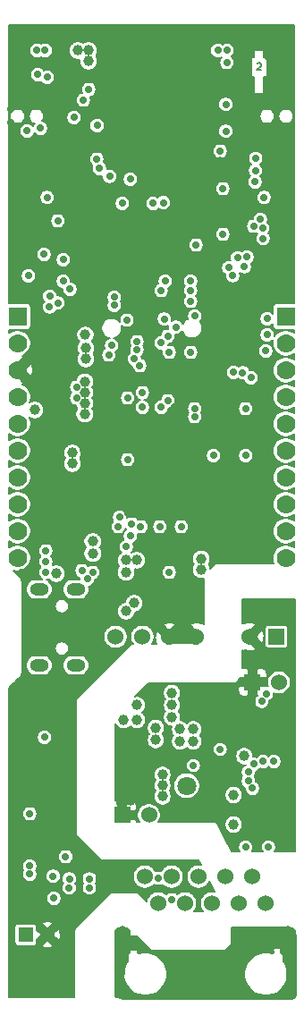
<source format=gbr>
G04 #@! TF.GenerationSoftware,KiCad,Pcbnew,5.1.0-rc2-unknown-036be7d~80~ubuntu16.04.1*
G04 #@! TF.CreationDate,2021-12-23T14:11:39+02:00*
G04 #@! TF.ProjectId,ESP32-PoE-ISO_Rev_I,45535033-322d-4506-9f45-2d49534f5f52,I*
G04 #@! TF.SameCoordinates,Original*
G04 #@! TF.FileFunction,Copper,L2,Inr*
G04 #@! TF.FilePolarity,Positive*
%FSLAX46Y46*%
G04 Gerber Fmt 4.6, Leading zero omitted, Abs format (unit mm)*
G04 Created by KiCad (PCBNEW 5.1.0-rc2-unknown-036be7d~80~ubuntu16.04.1) date 2021-12-23 14:11:39*
%MOMM*%
%LPD*%
G04 APERTURE LIST*
%ADD10C,0.158750*%
%ADD11C,1.300000*%
%ADD12C,2.000000*%
%ADD13C,1.524000*%
%ADD14R,1.524000X1.524000*%
%ADD15R,1.400000X1.400000*%
%ADD16C,1.400000*%
%ADD17C,1.778000*%
%ADD18R,1.778000X1.778000*%
%ADD19R,0.400000X0.400000*%
%ADD20R,1.422400X1.422400*%
%ADD21O,1.800000X1.200000*%
%ADD22O,1.600000X2.999999*%
%ADD23C,1.800000*%
%ADD24C,1.000000*%
%ADD25C,0.700000*%
%ADD26C,0.900000*%
%ADD27C,1.270000*%
%ADD28C,0.508000*%
%ADD29C,1.016000*%
%ADD30C,0.762000*%
%ADD31C,0.127000*%
%ADD32C,0.254000*%
%ADD33C,0.203200*%
G04 APERTURE END LIST*
D10*
X114118571Y-99280738D02*
X114148809Y-99250500D01*
X114209285Y-99220261D01*
X114360476Y-99220261D01*
X114420952Y-99250500D01*
X114451190Y-99280738D01*
X114481428Y-99341214D01*
X114481428Y-99401690D01*
X114451190Y-99492404D01*
X114088333Y-99855261D01*
X114481428Y-99855261D01*
D11*
X101340000Y-106035000D03*
D12*
X103140000Y-104235000D03*
D11*
X104940000Y-106035000D03*
X101340000Y-102435000D03*
X104940000Y-102435000D03*
X103140000Y-102435000D03*
X103140000Y-106035000D03*
X101340000Y-104235000D03*
X104940000Y-104235000D03*
D13*
X113411000Y-153543000D03*
D14*
X115951000Y-153543000D03*
D13*
X108331000Y-153543000D03*
X105791000Y-153543000D03*
X100711000Y-153543000D03*
X103251000Y-153543000D03*
D15*
X92209620Y-181759860D03*
D16*
X94221300Y-181757320D03*
D13*
X103866000Y-170434000D03*
D14*
X101366000Y-170434000D03*
D17*
X116840000Y-146080000D03*
X116840000Y-143540000D03*
X116840000Y-138460000D03*
X116840000Y-141000000D03*
X116840000Y-135920000D03*
X116840000Y-133380000D03*
D18*
X116840000Y-123220000D03*
D17*
X116840000Y-125760000D03*
X116840000Y-128300000D03*
X116840000Y-130840000D03*
X91440000Y-130840000D03*
X91440000Y-128300000D03*
X91440000Y-125760000D03*
D18*
X91440000Y-123220000D03*
D17*
X91440000Y-133380000D03*
X91440000Y-135920000D03*
X91440000Y-141000000D03*
X91440000Y-138460000D03*
X91440000Y-143540000D03*
X91440000Y-146080000D03*
D19*
X106710000Y-137406000D03*
X106710000Y-136406000D03*
X105910000Y-135606000D03*
X104910000Y-135606000D03*
X104110000Y-136406000D03*
X104110000Y-137406000D03*
X104910000Y-138206000D03*
X105910000Y-138206000D03*
D20*
X105410000Y-136906000D03*
D21*
X93476000Y-149054000D03*
X96946000Y-149054000D03*
X96946000Y-156254000D03*
X93476000Y-156254000D03*
D22*
X117000000Y-182393000D03*
X101400000Y-182393000D03*
D13*
X114915000Y-178793000D03*
X113645000Y-176253000D03*
X112375000Y-178793000D03*
X111105000Y-176253000D03*
X109835000Y-178793000D03*
X108565000Y-176253000D03*
X107295000Y-178793000D03*
X106025000Y-176253000D03*
X104755000Y-178793000D03*
X103485000Y-176253000D03*
X116185000Y-157861000D03*
D14*
X113685000Y-157861000D03*
D23*
X107442000Y-167646000D03*
D24*
X93091000Y-132080000D03*
X95123000Y-147574000D03*
D25*
X92583000Y-176022000D03*
X92583000Y-175260000D03*
X92583000Y-170307000D03*
X94869000Y-178308000D03*
X94803014Y-176214986D03*
D24*
X102489000Y-107696002D03*
D25*
X97663000Y-112014000D03*
X91821000Y-147447000D03*
X99949000Y-133350000D03*
X97663000Y-135890000D03*
D26*
X106680000Y-146621500D03*
D24*
X107569000Y-147193000D03*
X110617000Y-109728000D03*
X110617000Y-108585000D03*
D25*
X114935000Y-105283000D03*
X116205000Y-105283000D03*
X114935000Y-103251000D03*
X116205000Y-103251000D03*
D24*
X107950000Y-106045000D03*
X109220000Y-104775000D03*
X107950000Y-103505000D03*
X109220000Y-102235000D03*
X110490000Y-100965000D03*
X107950000Y-100965000D03*
X105410000Y-100965000D03*
X102870000Y-100965000D03*
X109220000Y-99695000D03*
X106680000Y-99695000D03*
X104140000Y-99695000D03*
X101600000Y-99695000D03*
X100330000Y-100965000D03*
D25*
X117348000Y-112395000D03*
X117348000Y-111125000D03*
X117348000Y-109855000D03*
X117348000Y-108585000D03*
X117348000Y-107315000D03*
X117348000Y-106299000D03*
X117348000Y-105283000D03*
X117348000Y-103251000D03*
X117348000Y-102235000D03*
X117348000Y-100965000D03*
X117348000Y-99695000D03*
X117348000Y-98679000D03*
X97663000Y-115062000D03*
X97663000Y-114300000D03*
X97663000Y-113538000D03*
X114427000Y-96012000D03*
D24*
X109220000Y-97155000D03*
X106680000Y-97155000D03*
X104140000Y-97155000D03*
X101600000Y-97155000D03*
X99060000Y-96774000D03*
D25*
X93853000Y-96012000D03*
X113030000Y-96012000D03*
D24*
X110490000Y-96139000D03*
X107950000Y-96139000D03*
X105410000Y-96139000D03*
X102870000Y-96139000D03*
X100330000Y-96139000D03*
X97790000Y-96139000D03*
D25*
X102044500Y-116141500D03*
X100076000Y-116600350D03*
X97663000Y-112776000D03*
X97663000Y-111252000D03*
X115189000Y-98679000D03*
D24*
X109474000Y-108585000D03*
D25*
X95123000Y-96012000D03*
D24*
X96520000Y-96774000D03*
D25*
X108966000Y-139785743D03*
X108077000Y-139785743D03*
X109855000Y-139785743D03*
X90932000Y-121666000D03*
X90805000Y-103632000D03*
X90805000Y-104902000D03*
X114427000Y-96774000D03*
X93853000Y-96774000D03*
X92075000Y-100965000D03*
X92075000Y-100228400D03*
X97663000Y-122936000D03*
X99060000Y-138049000D03*
D24*
X98679000Y-135572500D03*
D25*
X95250000Y-161480500D03*
X101854000Y-141859000D03*
X110109000Y-131826000D03*
X114173000Y-140208000D03*
X114173000Y-138176000D03*
X115316000Y-145796000D03*
D24*
X111760000Y-142494000D03*
D25*
X91567000Y-157797496D03*
X93599000Y-160655000D03*
D24*
X96520000Y-163957000D03*
X95504000Y-170053000D03*
X95504000Y-169037000D03*
X96520000Y-170053000D03*
X96520000Y-169037000D03*
X96520000Y-171196000D03*
D25*
X93599000Y-159893000D03*
X93599000Y-161480500D03*
X94424500Y-161480500D03*
X98171000Y-154051000D03*
X98171000Y-154813000D03*
X97409000Y-154813000D03*
X96647000Y-154813000D03*
X93218000Y-184150000D03*
X91186000Y-184150000D03*
X92202000Y-184150000D03*
X94234000Y-184150000D03*
X93853000Y-177673000D03*
X92964000Y-178562000D03*
X93853000Y-178562000D03*
D24*
X96520000Y-168021000D03*
X95504000Y-168021000D03*
X95504000Y-167005000D03*
X95504000Y-165989000D03*
X95504000Y-164973000D03*
X96520000Y-164973000D03*
X106553000Y-150749000D03*
X106553000Y-151892000D03*
D25*
X105664000Y-150749000D03*
D24*
X107061000Y-153543000D03*
D25*
X93853000Y-103378000D03*
X96393000Y-180594000D03*
X96646988Y-119507000D03*
X96774000Y-179451000D03*
X106299000Y-131826000D03*
X101340570Y-141256510D03*
X94477435Y-121303850D03*
X93599000Y-105410000D03*
D24*
X96647000Y-137160000D03*
X96647000Y-136144000D03*
D25*
X114688913Y-115843128D03*
X110871000Y-115442996D03*
X110871000Y-111125000D03*
X97663000Y-102743000D03*
X98171000Y-101726988D03*
X94107000Y-147447000D03*
D24*
X98171000Y-99060000D03*
D25*
X102743000Y-126365000D03*
X102743000Y-125603000D03*
D24*
X98171000Y-98044000D03*
D25*
X94043500Y-98044000D03*
D24*
X97155000Y-98044000D03*
D25*
X93281500Y-98044000D03*
X100584000Y-122174000D03*
X100584000Y-121412000D03*
X105410000Y-119888000D03*
X107823000Y-120777000D03*
X107823000Y-119888000D03*
X97028000Y-130937000D03*
X97028000Y-129921000D03*
D24*
X97917000Y-126238000D03*
X97917000Y-127254000D03*
X97790000Y-132461000D03*
X97790000Y-131445000D03*
X97790000Y-130429000D03*
X97790000Y-129413000D03*
X108839000Y-147193000D03*
X108839000Y-146177000D03*
D25*
X104902000Y-143129000D03*
X105791000Y-147447000D03*
X93980000Y-163067994D03*
X103091479Y-143129000D03*
X106934000Y-143129000D03*
X95979490Y-174371000D03*
X100141480Y-109960758D03*
X101727000Y-145034000D03*
X94107000Y-146431000D03*
X92329000Y-105664000D03*
X93345000Y-100330000D03*
X96393000Y-120650000D03*
X111155990Y-105692601D03*
X95758000Y-119887986D03*
X99187000Y-109219994D03*
X102235000Y-142875000D03*
X94107000Y-145415000D03*
X111252000Y-99187000D03*
X111155990Y-103152601D03*
X94234000Y-100584000D03*
X105332150Y-123474968D03*
X108204000Y-123190000D03*
X95250000Y-114173000D03*
X111252000Y-98044000D03*
X106410622Y-124236990D03*
X114759018Y-111965009D03*
X94466418Y-122311477D03*
X115062000Y-124968000D03*
X102480368Y-127243213D03*
X107823000Y-126619000D03*
X108331000Y-116459000D03*
X95758000Y-117856000D03*
X93929098Y-117348014D03*
X107823000Y-121793000D03*
X112259169Y-117673446D03*
X111800119Y-119360801D03*
X105029000Y-120777000D03*
X112903011Y-118514828D03*
X111887000Y-128523990D03*
X94234000Y-111965000D03*
X105226229Y-112447424D03*
X113157000Y-117602000D03*
X112747155Y-128552845D03*
X105791000Y-126619000D03*
X113918984Y-110490016D03*
X105029000Y-125730000D03*
X113538000Y-129032000D03*
X110617000Y-107569000D03*
X97536000Y-147279360D03*
X98044000Y-148082000D03*
X98552000Y-147447000D03*
X102108000Y-144018000D03*
X108204000Y-132715000D03*
X108204000Y-131953000D03*
X104267000Y-112522000D03*
X101346000Y-112522000D03*
X98963958Y-105156000D03*
X98933000Y-108331000D03*
D24*
X102108000Y-167005000D03*
X102108000Y-165989000D03*
X117284500Y-171577000D03*
X117284500Y-172593000D03*
D25*
X113030000Y-159512000D03*
X109855000Y-158496000D03*
D24*
X108839000Y-158496000D03*
X108839000Y-160782000D03*
X108839000Y-159639000D03*
D25*
X109855000Y-159258000D03*
X109855000Y-160020000D03*
X109855000Y-160782000D03*
D24*
X107696000Y-159639000D03*
X107696000Y-160782000D03*
X107696000Y-158496000D03*
D25*
X101092000Y-167767000D03*
X101092000Y-168529000D03*
X101092000Y-169291000D03*
D24*
X102108000Y-168021000D03*
X102108000Y-169037000D03*
D25*
X113030000Y-160254190D03*
D24*
X102489000Y-150368000D03*
X101727000Y-151130000D03*
X102743000Y-146304000D03*
X101727000Y-146304000D03*
X101727000Y-147447000D03*
X98552000Y-145669000D03*
X98552000Y-144526000D03*
D25*
X108077000Y-165735000D03*
D24*
X108077000Y-163449000D03*
X108077000Y-162306000D03*
D25*
X115011196Y-158927796D03*
X113030000Y-173482000D03*
D24*
X111887000Y-168529000D03*
X111887000Y-171323000D03*
D25*
X113284000Y-167195500D03*
X113284000Y-166370000D03*
X113792000Y-165608000D03*
X113665000Y-167894000D03*
X114681000Y-165354000D03*
X115697000Y-165354000D03*
X115189000Y-173450250D03*
X114622118Y-114876118D03*
X113792000Y-114681000D03*
X110393990Y-98044000D03*
X101790500Y-123571000D03*
X100330005Y-125984000D03*
X100076000Y-126873000D03*
X113030000Y-131953000D03*
X113030000Y-136398000D03*
X102997000Y-127889000D03*
X103250997Y-130428997D03*
X105029000Y-131826000D03*
X103251000Y-131826000D03*
X109981990Y-136398000D03*
X102108008Y-110236000D03*
X113982500Y-108250103D03*
X95250000Y-121950986D03*
X115062000Y-123444000D03*
X105664000Y-125095000D03*
X114427000Y-114046000D03*
X96774000Y-104394000D03*
X105664000Y-131191000D03*
X101854000Y-130937000D03*
X113967984Y-109425000D03*
X114935000Y-126492000D03*
X101854000Y-136779000D03*
X111441342Y-118615666D03*
X100965006Y-143129000D03*
X98234500Y-177293513D03*
X104775000Y-176402960D03*
X98234500Y-176466500D03*
X106044996Y-178435000D03*
X96329499Y-177294710D03*
X96330699Y-176467699D03*
D24*
X114935000Y-181483000D03*
X101092000Y-185420000D03*
X101092000Y-187325000D03*
X102870000Y-182880000D03*
X114935000Y-182880000D03*
X113538000Y-182880000D03*
X112395000Y-185420000D03*
X111125000Y-184150000D03*
X109855000Y-185420000D03*
X117387990Y-185420000D03*
X117387990Y-187387990D03*
X111125000Y-186690000D03*
X108585000Y-186690000D03*
X108585000Y-184150000D03*
X107315000Y-185420000D03*
X106045000Y-186690000D03*
X106045000Y-184150000D03*
D25*
X101092000Y-142240000D03*
D24*
X97853500Y-124968000D03*
D25*
X92456000Y-119380000D03*
D24*
X102743000Y-161417000D03*
X102743000Y-160020000D03*
X104521000Y-162179000D03*
X104521000Y-163322000D03*
X106045000Y-158877000D03*
X106045000Y-160020000D03*
X106045000Y-161163000D03*
X101473000Y-161417000D03*
D25*
X114565912Y-159674791D03*
X110617000Y-164211000D03*
D24*
X112903000Y-164846000D03*
X105156000Y-166624000D03*
X105156000Y-167640000D03*
X105156000Y-168656000D03*
X106807000Y-163449000D03*
X106807000Y-162306000D03*
D27*
X108331000Y-153543000D02*
X107061000Y-153543000D01*
X105791000Y-153543000D02*
X107061000Y-153543000D01*
D28*
X117387990Y-187387990D02*
X117133990Y-187641990D01*
X117133990Y-187641990D02*
X101408990Y-187641990D01*
X101408990Y-187641990D02*
X101092000Y-187325000D01*
D29*
X101092000Y-181746042D02*
X101350521Y-181487521D01*
X101092000Y-185420000D02*
X101092000Y-181746042D01*
X117387990Y-181903990D02*
X116967000Y-181483000D01*
X117387990Y-185420000D02*
X117387990Y-181903990D01*
X117387990Y-185420000D02*
X117387990Y-187387990D01*
X114935000Y-181483000D02*
X116967000Y-181483000D01*
D30*
X101473000Y-182880000D02*
X101346000Y-182880000D01*
X102870000Y-182880000D02*
X101473000Y-182880000D01*
D31*
G36*
X117654701Y-121960918D02*
G01*
X115951000Y-121960918D01*
X115878801Y-121968029D01*
X115809376Y-121989089D01*
X115745393Y-122023288D01*
X115689313Y-122069313D01*
X115643288Y-122125393D01*
X115609089Y-122189376D01*
X115588029Y-122258801D01*
X115580918Y-122331000D01*
X115580918Y-122947088D01*
X115519890Y-122886060D01*
X115402243Y-122807450D01*
X115271521Y-122753303D01*
X115132746Y-122725700D01*
X114991254Y-122725700D01*
X114852479Y-122753303D01*
X114721757Y-122807450D01*
X114604110Y-122886060D01*
X114504060Y-122986110D01*
X114425450Y-123103757D01*
X114371303Y-123234479D01*
X114343700Y-123373254D01*
X114343700Y-123514746D01*
X114371303Y-123653521D01*
X114425450Y-123784243D01*
X114504060Y-123901890D01*
X114604110Y-124001940D01*
X114721757Y-124080550D01*
X114852479Y-124134697D01*
X114991254Y-124162300D01*
X115132746Y-124162300D01*
X115271521Y-124134697D01*
X115402243Y-124080550D01*
X115519890Y-124001940D01*
X115580918Y-123940912D01*
X115580918Y-124109000D01*
X115588029Y-124181199D01*
X115609089Y-124250624D01*
X115643288Y-124314607D01*
X115689313Y-124370687D01*
X115745393Y-124416712D01*
X115809376Y-124450911D01*
X115878801Y-124471971D01*
X115951000Y-124479082D01*
X117654701Y-124479082D01*
X117654701Y-124796610D01*
X117641482Y-124783391D01*
X117435555Y-124645795D01*
X117206741Y-124551017D01*
X116963833Y-124502700D01*
X116716167Y-124502700D01*
X116473259Y-124551017D01*
X116244445Y-124645795D01*
X116038518Y-124783391D01*
X115863391Y-124958518D01*
X115767803Y-125101576D01*
X115780300Y-125038746D01*
X115780300Y-124897254D01*
X115752697Y-124758479D01*
X115698550Y-124627757D01*
X115619940Y-124510110D01*
X115519890Y-124410060D01*
X115402243Y-124331450D01*
X115271521Y-124277303D01*
X115132746Y-124249700D01*
X114991254Y-124249700D01*
X114852479Y-124277303D01*
X114721757Y-124331450D01*
X114604110Y-124410060D01*
X114504060Y-124510110D01*
X114425450Y-124627757D01*
X114371303Y-124758479D01*
X114343700Y-124897254D01*
X114343700Y-125038746D01*
X114371303Y-125177521D01*
X114425450Y-125308243D01*
X114504060Y-125425890D01*
X114604110Y-125525940D01*
X114721757Y-125604550D01*
X114852479Y-125658697D01*
X114991254Y-125686300D01*
X115132746Y-125686300D01*
X115271521Y-125658697D01*
X115402243Y-125604550D01*
X115519890Y-125525940D01*
X115619940Y-125425890D01*
X115626470Y-125416117D01*
X115582700Y-125636167D01*
X115582700Y-125883833D01*
X115631017Y-126126741D01*
X115725795Y-126355555D01*
X115863391Y-126561482D01*
X116038518Y-126736609D01*
X116244445Y-126874205D01*
X116473259Y-126968983D01*
X116716167Y-127017300D01*
X116963833Y-127017300D01*
X117206741Y-126968983D01*
X117435555Y-126874205D01*
X117641482Y-126736609D01*
X117654701Y-126723390D01*
X117654701Y-127336610D01*
X117641482Y-127323391D01*
X117435555Y-127185795D01*
X117206741Y-127091017D01*
X116963833Y-127042700D01*
X116716167Y-127042700D01*
X116473259Y-127091017D01*
X116244445Y-127185795D01*
X116038518Y-127323391D01*
X115863391Y-127498518D01*
X115725795Y-127704445D01*
X115631017Y-127933259D01*
X115582700Y-128176167D01*
X115582700Y-128423833D01*
X115631017Y-128666741D01*
X115725795Y-128895555D01*
X115863391Y-129101482D01*
X116038518Y-129276609D01*
X116244445Y-129414205D01*
X116473259Y-129508983D01*
X116716167Y-129557300D01*
X116963833Y-129557300D01*
X117206741Y-129508983D01*
X117435555Y-129414205D01*
X117641482Y-129276609D01*
X117654701Y-129263390D01*
X117654701Y-129876610D01*
X117641482Y-129863391D01*
X117435555Y-129725795D01*
X117206741Y-129631017D01*
X116963833Y-129582700D01*
X116716167Y-129582700D01*
X116473259Y-129631017D01*
X116244445Y-129725795D01*
X116038518Y-129863391D01*
X115863391Y-130038518D01*
X115725795Y-130244445D01*
X115631017Y-130473259D01*
X115582700Y-130716167D01*
X115582700Y-130963833D01*
X115631017Y-131206741D01*
X115725795Y-131435555D01*
X115863391Y-131641482D01*
X116038518Y-131816609D01*
X116244445Y-131954205D01*
X116473259Y-132048983D01*
X116716167Y-132097300D01*
X116963833Y-132097300D01*
X117206741Y-132048983D01*
X117435555Y-131954205D01*
X117641482Y-131816609D01*
X117654701Y-131803390D01*
X117654701Y-132416610D01*
X117641482Y-132403391D01*
X117435555Y-132265795D01*
X117206741Y-132171017D01*
X116963833Y-132122700D01*
X116716167Y-132122700D01*
X116473259Y-132171017D01*
X116244445Y-132265795D01*
X116038518Y-132403391D01*
X115863391Y-132578518D01*
X115725795Y-132784445D01*
X115631017Y-133013259D01*
X115582700Y-133256167D01*
X115582700Y-133503833D01*
X115631017Y-133746741D01*
X115725795Y-133975555D01*
X115863391Y-134181482D01*
X116038518Y-134356609D01*
X116244445Y-134494205D01*
X116473259Y-134588983D01*
X116716167Y-134637300D01*
X116963833Y-134637300D01*
X117206741Y-134588983D01*
X117435555Y-134494205D01*
X117641482Y-134356609D01*
X117654701Y-134343390D01*
X117654701Y-134956610D01*
X117641482Y-134943391D01*
X117435555Y-134805795D01*
X117206741Y-134711017D01*
X116963833Y-134662700D01*
X116716167Y-134662700D01*
X116473259Y-134711017D01*
X116244445Y-134805795D01*
X116038518Y-134943391D01*
X115863391Y-135118518D01*
X115725795Y-135324445D01*
X115631017Y-135553259D01*
X115582700Y-135796167D01*
X115582700Y-136043833D01*
X115631017Y-136286741D01*
X115725795Y-136515555D01*
X115863391Y-136721482D01*
X116038518Y-136896609D01*
X116244445Y-137034205D01*
X116473259Y-137128983D01*
X116716167Y-137177300D01*
X116963833Y-137177300D01*
X117206741Y-137128983D01*
X117435555Y-137034205D01*
X117641482Y-136896609D01*
X117654701Y-136883390D01*
X117654701Y-137496610D01*
X117641482Y-137483391D01*
X117435555Y-137345795D01*
X117206741Y-137251017D01*
X116963833Y-137202700D01*
X116716167Y-137202700D01*
X116473259Y-137251017D01*
X116244445Y-137345795D01*
X116038518Y-137483391D01*
X115863391Y-137658518D01*
X115725795Y-137864445D01*
X115631017Y-138093259D01*
X115582700Y-138336167D01*
X115582700Y-138583833D01*
X115631017Y-138826741D01*
X115725795Y-139055555D01*
X115863391Y-139261482D01*
X116038518Y-139436609D01*
X116244445Y-139574205D01*
X116473259Y-139668983D01*
X116716167Y-139717300D01*
X116963833Y-139717300D01*
X117206741Y-139668983D01*
X117435555Y-139574205D01*
X117641482Y-139436609D01*
X117654701Y-139423390D01*
X117654701Y-140036610D01*
X117641482Y-140023391D01*
X117435555Y-139885795D01*
X117206741Y-139791017D01*
X116963833Y-139742700D01*
X116716167Y-139742700D01*
X116473259Y-139791017D01*
X116244445Y-139885795D01*
X116038518Y-140023391D01*
X115863391Y-140198518D01*
X115725795Y-140404445D01*
X115631017Y-140633259D01*
X115582700Y-140876167D01*
X115582700Y-141123833D01*
X115631017Y-141366741D01*
X115725795Y-141595555D01*
X115863391Y-141801482D01*
X116038518Y-141976609D01*
X116244445Y-142114205D01*
X116473259Y-142208983D01*
X116716167Y-142257300D01*
X116963833Y-142257300D01*
X117206741Y-142208983D01*
X117435555Y-142114205D01*
X117641482Y-141976609D01*
X117654700Y-141963391D01*
X117654700Y-142576609D01*
X117641482Y-142563391D01*
X117435555Y-142425795D01*
X117206741Y-142331017D01*
X116963833Y-142282700D01*
X116716167Y-142282700D01*
X116473259Y-142331017D01*
X116244445Y-142425795D01*
X116038518Y-142563391D01*
X115863391Y-142738518D01*
X115725795Y-142944445D01*
X115631017Y-143173259D01*
X115582700Y-143416167D01*
X115582700Y-143663833D01*
X115631017Y-143906741D01*
X115725795Y-144135555D01*
X115863391Y-144341482D01*
X116038518Y-144516609D01*
X116244445Y-144654205D01*
X116473259Y-144748983D01*
X116716167Y-144797300D01*
X116963833Y-144797300D01*
X117206741Y-144748983D01*
X117435555Y-144654205D01*
X117641482Y-144516609D01*
X117654700Y-144503391D01*
X117654700Y-145116609D01*
X117641482Y-145103391D01*
X117435555Y-144965795D01*
X117206741Y-144871017D01*
X116963833Y-144822700D01*
X116716167Y-144822700D01*
X116473259Y-144871017D01*
X116244445Y-144965795D01*
X116038518Y-145103391D01*
X115863391Y-145278518D01*
X115725795Y-145484445D01*
X115631017Y-145713259D01*
X115582700Y-145956167D01*
X115582700Y-146203833D01*
X115631017Y-146446741D01*
X115703405Y-146621500D01*
X110236000Y-146621500D01*
X110223612Y-146622720D01*
X110211700Y-146626334D01*
X110200721Y-146632202D01*
X110191099Y-146640099D01*
X109707300Y-147123898D01*
X109707300Y-147107480D01*
X109673931Y-146939726D01*
X109608477Y-146781706D01*
X109543860Y-146685000D01*
X109608477Y-146588294D01*
X109673931Y-146430274D01*
X109707300Y-146262520D01*
X109707300Y-146091480D01*
X109673931Y-145923726D01*
X109608477Y-145765706D01*
X109513452Y-145623491D01*
X109392509Y-145502548D01*
X109250294Y-145407523D01*
X109092274Y-145342069D01*
X108924520Y-145308700D01*
X108753480Y-145308700D01*
X108585726Y-145342069D01*
X108427706Y-145407523D01*
X108285491Y-145502548D01*
X108164548Y-145623491D01*
X108069523Y-145765706D01*
X108004069Y-145923726D01*
X107970700Y-146091480D01*
X107970700Y-146262520D01*
X108004069Y-146430274D01*
X108069523Y-146588294D01*
X108134140Y-146685000D01*
X108069523Y-146781706D01*
X108004069Y-146939726D01*
X107970700Y-147107480D01*
X107970700Y-147278520D01*
X108004069Y-147446274D01*
X108069523Y-147604294D01*
X108164548Y-147746509D01*
X108285491Y-147867452D01*
X108427706Y-147962477D01*
X108585726Y-148027931D01*
X108753480Y-148061300D01*
X108924520Y-148061300D01*
X109054900Y-148035365D01*
X109054900Y-152372356D01*
X108874159Y-152191615D01*
X108780392Y-152285382D01*
X108777859Y-152279755D01*
X108522826Y-152216850D01*
X108260422Y-152204909D01*
X108000729Y-152244388D01*
X107884141Y-152279755D01*
X107797964Y-152471148D01*
X108331000Y-153004185D01*
X108479846Y-152855338D01*
X109018662Y-153394154D01*
X108869815Y-153543000D01*
X109018662Y-153691847D01*
X108479847Y-154230662D01*
X108331000Y-154081815D01*
X108182154Y-154230662D01*
X107643338Y-153691846D01*
X107792185Y-153543000D01*
X107259148Y-153009964D01*
X107067755Y-153096141D01*
X107061696Y-153120704D01*
X107054245Y-153096141D01*
X106862852Y-153009964D01*
X106329815Y-153543000D01*
X106478662Y-153691846D01*
X105939847Y-154230662D01*
X105791000Y-154081815D01*
X105642154Y-154230662D01*
X105103338Y-153691846D01*
X105252185Y-153543000D01*
X104719148Y-153009964D01*
X104527755Y-153096141D01*
X104464850Y-153351174D01*
X104452909Y-153613578D01*
X104492388Y-153873271D01*
X104527755Y-153989859D01*
X104533382Y-153992392D01*
X104439615Y-154086159D01*
X104594956Y-154241500D01*
X104143677Y-154241500D01*
X104252659Y-154078398D01*
X104337863Y-153872696D01*
X104381300Y-153654325D01*
X104381300Y-153431675D01*
X104337863Y-153213304D01*
X104252659Y-153007602D01*
X104128961Y-152822476D01*
X103971524Y-152665039D01*
X103786398Y-152541341D01*
X103616936Y-152471148D01*
X105257964Y-152471148D01*
X105791000Y-153004185D01*
X106324036Y-152471148D01*
X106237859Y-152279755D01*
X105982826Y-152216850D01*
X105720422Y-152204909D01*
X105460729Y-152244388D01*
X105344141Y-152279755D01*
X105257964Y-152471148D01*
X103616936Y-152471148D01*
X103580696Y-152456137D01*
X103362325Y-152412700D01*
X103139675Y-152412700D01*
X102921304Y-152456137D01*
X102715602Y-152541341D01*
X102530476Y-152665039D01*
X102373039Y-152822476D01*
X102249341Y-153007602D01*
X102164137Y-153213304D01*
X102120700Y-153431675D01*
X102120700Y-153654325D01*
X102164137Y-153872696D01*
X102249341Y-154078398D01*
X102358323Y-154241500D01*
X102235000Y-154241500D01*
X102222612Y-154242720D01*
X102210700Y-154246334D01*
X102199721Y-154252202D01*
X102190099Y-154260099D01*
X96995799Y-159454399D01*
X96987902Y-159464021D01*
X96982034Y-159475000D01*
X96978420Y-159486912D01*
X96977200Y-159499300D01*
X96977200Y-172326300D01*
X96978559Y-172339368D01*
X96982303Y-172351240D01*
X96988290Y-172362154D01*
X96996292Y-172371689D01*
X99345792Y-174670389D01*
X99354921Y-174677798D01*
X99365900Y-174683666D01*
X99377812Y-174687280D01*
X99390200Y-174688500D01*
X108596668Y-174688500D01*
X108830613Y-175153390D01*
X108676325Y-175122700D01*
X108453675Y-175122700D01*
X108235304Y-175166137D01*
X108029602Y-175251341D01*
X107844476Y-175375039D01*
X107687039Y-175532476D01*
X107563341Y-175717602D01*
X107478137Y-175923304D01*
X107434700Y-176141675D01*
X107434700Y-176364325D01*
X107478137Y-176582696D01*
X107563341Y-176788398D01*
X107687039Y-176973524D01*
X107844476Y-177130961D01*
X108029602Y-177254659D01*
X108235304Y-177339863D01*
X108453675Y-177383300D01*
X108676325Y-177383300D01*
X108894696Y-177339863D01*
X109100398Y-177254659D01*
X109285524Y-177130961D01*
X109442961Y-176973524D01*
X109566659Y-176788398D01*
X109605817Y-176693861D01*
X110109717Y-177695201D01*
X109946325Y-177662700D01*
X109723675Y-177662700D01*
X109505304Y-177706137D01*
X109299602Y-177791341D01*
X109114476Y-177915039D01*
X108957039Y-178072476D01*
X108833341Y-178257602D01*
X108748137Y-178463304D01*
X108704700Y-178681675D01*
X108704700Y-178904325D01*
X108748137Y-179122696D01*
X108833341Y-179328398D01*
X108957039Y-179513524D01*
X108958015Y-179514500D01*
X108171985Y-179514500D01*
X108172961Y-179513524D01*
X108296659Y-179328398D01*
X108381863Y-179122696D01*
X108425300Y-178904325D01*
X108425300Y-178681675D01*
X108381863Y-178463304D01*
X108296659Y-178257602D01*
X108172961Y-178072476D01*
X108015524Y-177915039D01*
X107830398Y-177791341D01*
X107624696Y-177706137D01*
X107406325Y-177662700D01*
X107183675Y-177662700D01*
X106965304Y-177706137D01*
X106759602Y-177791341D01*
X106574476Y-177915039D01*
X106557671Y-177931845D01*
X106502886Y-177877060D01*
X106385239Y-177798450D01*
X106254517Y-177744303D01*
X106115742Y-177716700D01*
X105974250Y-177716700D01*
X105835475Y-177744303D01*
X105704753Y-177798450D01*
X105587106Y-177877060D01*
X105512326Y-177951841D01*
X105475524Y-177915039D01*
X105290398Y-177791341D01*
X105084696Y-177706137D01*
X104866325Y-177662700D01*
X104643675Y-177662700D01*
X104425304Y-177706137D01*
X104219602Y-177791341D01*
X104034476Y-177915039D01*
X103877039Y-178072476D01*
X103753341Y-178257602D01*
X103668137Y-178463304D01*
X103639595Y-178606793D01*
X102787901Y-177755099D01*
X102778279Y-177747202D01*
X102767300Y-177741334D01*
X102755388Y-177737720D01*
X102743000Y-177736500D01*
X100330000Y-177736500D01*
X100317612Y-177737720D01*
X100305700Y-177741334D01*
X100294721Y-177747202D01*
X100285099Y-177755099D01*
X96856099Y-181184099D01*
X96848202Y-181193721D01*
X96842334Y-181204700D01*
X96838720Y-181216612D01*
X96837500Y-181229000D01*
X96837500Y-187654700D01*
X90645300Y-187654700D01*
X90645300Y-181059860D01*
X91139538Y-181059860D01*
X91139538Y-182459860D01*
X91146649Y-182532059D01*
X91167709Y-182601484D01*
X91201908Y-182665467D01*
X91247933Y-182721547D01*
X91304013Y-182767572D01*
X91367996Y-182801771D01*
X91437421Y-182822831D01*
X91509620Y-182829942D01*
X92909620Y-182829942D01*
X92981819Y-182822831D01*
X93051244Y-182801771D01*
X93114246Y-182768096D01*
X93705499Y-182768096D01*
X93782198Y-182957147D01*
X94024710Y-183019757D01*
X94274777Y-183033853D01*
X94522789Y-182998892D01*
X94660402Y-182957147D01*
X94737101Y-182768096D01*
X94221300Y-182252295D01*
X93705499Y-182768096D01*
X93114246Y-182768096D01*
X93115227Y-182767572D01*
X93171307Y-182721547D01*
X93217332Y-182665467D01*
X93251531Y-182601484D01*
X93272591Y-182532059D01*
X93279702Y-182459860D01*
X93279702Y-182203943D01*
X93726325Y-181757320D01*
X94716275Y-181757320D01*
X95232076Y-182273121D01*
X95421127Y-182196422D01*
X95483737Y-181953910D01*
X95497833Y-181703843D01*
X95462872Y-181455831D01*
X95421127Y-181318218D01*
X95232076Y-181241519D01*
X94716275Y-181757320D01*
X93726325Y-181757320D01*
X93279702Y-181310697D01*
X93279702Y-181059860D01*
X93272591Y-180987661D01*
X93251531Y-180918236D01*
X93217332Y-180854253D01*
X93171307Y-180798173D01*
X93115227Y-180752148D01*
X93104743Y-180746544D01*
X93705499Y-180746544D01*
X94221300Y-181262345D01*
X94737101Y-180746544D01*
X94660402Y-180557493D01*
X94417890Y-180494883D01*
X94167823Y-180480787D01*
X93919811Y-180515748D01*
X93782198Y-180557493D01*
X93705499Y-180746544D01*
X93104743Y-180746544D01*
X93051244Y-180717949D01*
X92981819Y-180696889D01*
X92909620Y-180689778D01*
X91509620Y-180689778D01*
X91437421Y-180696889D01*
X91367996Y-180717949D01*
X91304013Y-180752148D01*
X91247933Y-180798173D01*
X91201908Y-180854253D01*
X91167709Y-180918236D01*
X91146649Y-180987661D01*
X91139538Y-181059860D01*
X90645300Y-181059860D01*
X90645300Y-178237254D01*
X94150700Y-178237254D01*
X94150700Y-178378746D01*
X94178303Y-178517521D01*
X94232450Y-178648243D01*
X94311060Y-178765890D01*
X94411110Y-178865940D01*
X94528757Y-178944550D01*
X94659479Y-178998697D01*
X94798254Y-179026300D01*
X94939746Y-179026300D01*
X95078521Y-178998697D01*
X95209243Y-178944550D01*
X95326890Y-178865940D01*
X95426940Y-178765890D01*
X95505550Y-178648243D01*
X95559697Y-178517521D01*
X95587300Y-178378746D01*
X95587300Y-178237254D01*
X95559697Y-178098479D01*
X95505550Y-177967757D01*
X95426940Y-177850110D01*
X95326890Y-177750060D01*
X95209243Y-177671450D01*
X95078521Y-177617303D01*
X94939746Y-177589700D01*
X94798254Y-177589700D01*
X94659479Y-177617303D01*
X94528757Y-177671450D01*
X94411110Y-177750060D01*
X94311060Y-177850110D01*
X94232450Y-177967757D01*
X94178303Y-178098479D01*
X94150700Y-178237254D01*
X90645300Y-178237254D01*
X90645300Y-177223964D01*
X95611199Y-177223964D01*
X95611199Y-177365456D01*
X95638802Y-177504231D01*
X95692949Y-177634953D01*
X95771559Y-177752600D01*
X95871609Y-177852650D01*
X95989256Y-177931260D01*
X96119978Y-177985407D01*
X96258753Y-178013010D01*
X96400245Y-178013010D01*
X96539020Y-177985407D01*
X96669742Y-177931260D01*
X96787389Y-177852650D01*
X96887439Y-177752600D01*
X96966049Y-177634953D01*
X97020196Y-177504231D01*
X97047799Y-177365456D01*
X97047799Y-177223964D01*
X97020196Y-177085189D01*
X96966049Y-176954467D01*
X96917696Y-176882102D01*
X96967249Y-176807942D01*
X97021396Y-176677220D01*
X97048999Y-176538445D01*
X97048999Y-176396953D01*
X97048761Y-176395754D01*
X97516200Y-176395754D01*
X97516200Y-176537246D01*
X97543803Y-176676021D01*
X97597950Y-176806743D01*
X97646904Y-176880007D01*
X97597950Y-176953270D01*
X97543803Y-177083992D01*
X97516200Y-177222767D01*
X97516200Y-177364259D01*
X97543803Y-177503034D01*
X97597950Y-177633756D01*
X97676560Y-177751403D01*
X97776610Y-177851453D01*
X97894257Y-177930063D01*
X98024979Y-177984210D01*
X98163754Y-178011813D01*
X98305246Y-178011813D01*
X98444021Y-177984210D01*
X98574743Y-177930063D01*
X98692390Y-177851453D01*
X98792440Y-177751403D01*
X98871050Y-177633756D01*
X98925197Y-177503034D01*
X98952800Y-177364259D01*
X98952800Y-177222767D01*
X98925197Y-177083992D01*
X98871050Y-176953270D01*
X98822096Y-176880007D01*
X98871050Y-176806743D01*
X98925197Y-176676021D01*
X98952800Y-176537246D01*
X98952800Y-176395754D01*
X98925197Y-176256979D01*
X98877437Y-176141675D01*
X102354700Y-176141675D01*
X102354700Y-176364325D01*
X102398137Y-176582696D01*
X102483341Y-176788398D01*
X102607039Y-176973524D01*
X102764476Y-177130961D01*
X102949602Y-177254659D01*
X103155304Y-177339863D01*
X103373675Y-177383300D01*
X103596325Y-177383300D01*
X103814696Y-177339863D01*
X104020398Y-177254659D01*
X104205524Y-177130961D01*
X104352163Y-176984322D01*
X104434757Y-177039510D01*
X104565479Y-177093657D01*
X104704254Y-177121260D01*
X104845746Y-177121260D01*
X104984521Y-177093657D01*
X105115243Y-177039510D01*
X105173859Y-177000344D01*
X105304476Y-177130961D01*
X105489602Y-177254659D01*
X105695304Y-177339863D01*
X105913675Y-177383300D01*
X106136325Y-177383300D01*
X106354696Y-177339863D01*
X106560398Y-177254659D01*
X106745524Y-177130961D01*
X106902961Y-176973524D01*
X107026659Y-176788398D01*
X107111863Y-176582696D01*
X107155300Y-176364325D01*
X107155300Y-176141675D01*
X107111863Y-175923304D01*
X107026659Y-175717602D01*
X106902961Y-175532476D01*
X106745524Y-175375039D01*
X106560398Y-175251341D01*
X106354696Y-175166137D01*
X106136325Y-175122700D01*
X105913675Y-175122700D01*
X105695304Y-175166137D01*
X105489602Y-175251341D01*
X105304476Y-175375039D01*
X105147039Y-175532476D01*
X105023341Y-175717602D01*
X105019544Y-175726770D01*
X104984521Y-175712263D01*
X104845746Y-175684660D01*
X104704254Y-175684660D01*
X104565479Y-175712263D01*
X104496314Y-175740912D01*
X104486659Y-175717602D01*
X104362961Y-175532476D01*
X104205524Y-175375039D01*
X104020398Y-175251341D01*
X103814696Y-175166137D01*
X103596325Y-175122700D01*
X103373675Y-175122700D01*
X103155304Y-175166137D01*
X102949602Y-175251341D01*
X102764476Y-175375039D01*
X102607039Y-175532476D01*
X102483341Y-175717602D01*
X102398137Y-175923304D01*
X102354700Y-176141675D01*
X98877437Y-176141675D01*
X98871050Y-176126257D01*
X98792440Y-176008610D01*
X98692390Y-175908560D01*
X98574743Y-175829950D01*
X98444021Y-175775803D01*
X98305246Y-175748200D01*
X98163754Y-175748200D01*
X98024979Y-175775803D01*
X97894257Y-175829950D01*
X97776610Y-175908560D01*
X97676560Y-176008610D01*
X97597950Y-176126257D01*
X97543803Y-176256979D01*
X97516200Y-176395754D01*
X97048761Y-176395754D01*
X97021396Y-176258178D01*
X96967249Y-176127456D01*
X96888639Y-176009809D01*
X96788589Y-175909759D01*
X96670942Y-175831149D01*
X96540220Y-175777002D01*
X96401445Y-175749399D01*
X96259953Y-175749399D01*
X96121178Y-175777002D01*
X95990456Y-175831149D01*
X95872809Y-175909759D01*
X95772759Y-176009809D01*
X95694149Y-176127456D01*
X95640002Y-176258178D01*
X95612399Y-176396953D01*
X95612399Y-176538445D01*
X95640002Y-176677220D01*
X95694149Y-176807942D01*
X95742502Y-176880307D01*
X95692949Y-176954467D01*
X95638802Y-177085189D01*
X95611199Y-177223964D01*
X90645300Y-177223964D01*
X90645300Y-175189254D01*
X91864700Y-175189254D01*
X91864700Y-175330746D01*
X91892303Y-175469521D01*
X91946450Y-175600243D01*
X91973683Y-175641000D01*
X91946450Y-175681757D01*
X91892303Y-175812479D01*
X91864700Y-175951254D01*
X91864700Y-176092746D01*
X91892303Y-176231521D01*
X91946450Y-176362243D01*
X92025060Y-176479890D01*
X92125110Y-176579940D01*
X92242757Y-176658550D01*
X92373479Y-176712697D01*
X92512254Y-176740300D01*
X92653746Y-176740300D01*
X92792521Y-176712697D01*
X92923243Y-176658550D01*
X93040890Y-176579940D01*
X93140940Y-176479890D01*
X93219550Y-176362243D01*
X93273697Y-176231521D01*
X93291057Y-176144240D01*
X94084714Y-176144240D01*
X94084714Y-176285732D01*
X94112317Y-176424507D01*
X94166464Y-176555229D01*
X94245074Y-176672876D01*
X94345124Y-176772926D01*
X94462771Y-176851536D01*
X94593493Y-176905683D01*
X94732268Y-176933286D01*
X94873760Y-176933286D01*
X95012535Y-176905683D01*
X95143257Y-176851536D01*
X95260904Y-176772926D01*
X95360954Y-176672876D01*
X95439564Y-176555229D01*
X95493711Y-176424507D01*
X95521314Y-176285732D01*
X95521314Y-176144240D01*
X95493711Y-176005465D01*
X95439564Y-175874743D01*
X95360954Y-175757096D01*
X95260904Y-175657046D01*
X95143257Y-175578436D01*
X95012535Y-175524289D01*
X94873760Y-175496686D01*
X94732268Y-175496686D01*
X94593493Y-175524289D01*
X94462771Y-175578436D01*
X94345124Y-175657046D01*
X94245074Y-175757096D01*
X94166464Y-175874743D01*
X94112317Y-176005465D01*
X94084714Y-176144240D01*
X93291057Y-176144240D01*
X93301300Y-176092746D01*
X93301300Y-175951254D01*
X93273697Y-175812479D01*
X93219550Y-175681757D01*
X93192317Y-175641000D01*
X93219550Y-175600243D01*
X93273697Y-175469521D01*
X93301300Y-175330746D01*
X93301300Y-175189254D01*
X93273697Y-175050479D01*
X93219550Y-174919757D01*
X93140940Y-174802110D01*
X93040890Y-174702060D01*
X92923243Y-174623450D01*
X92792521Y-174569303D01*
X92653746Y-174541700D01*
X92512254Y-174541700D01*
X92373479Y-174569303D01*
X92242757Y-174623450D01*
X92125110Y-174702060D01*
X92025060Y-174802110D01*
X91946450Y-174919757D01*
X91892303Y-175050479D01*
X91864700Y-175189254D01*
X90645300Y-175189254D01*
X90645300Y-174300254D01*
X95261190Y-174300254D01*
X95261190Y-174441746D01*
X95288793Y-174580521D01*
X95342940Y-174711243D01*
X95421550Y-174828890D01*
X95521600Y-174928940D01*
X95639247Y-175007550D01*
X95769969Y-175061697D01*
X95908744Y-175089300D01*
X96050236Y-175089300D01*
X96189011Y-175061697D01*
X96319733Y-175007550D01*
X96437380Y-174928940D01*
X96537430Y-174828890D01*
X96616040Y-174711243D01*
X96670187Y-174580521D01*
X96697790Y-174441746D01*
X96697790Y-174300254D01*
X96670187Y-174161479D01*
X96616040Y-174030757D01*
X96537430Y-173913110D01*
X96437380Y-173813060D01*
X96319733Y-173734450D01*
X96189011Y-173680303D01*
X96050236Y-173652700D01*
X95908744Y-173652700D01*
X95769969Y-173680303D01*
X95639247Y-173734450D01*
X95521600Y-173813060D01*
X95421550Y-173913110D01*
X95342940Y-174030757D01*
X95288793Y-174161479D01*
X95261190Y-174300254D01*
X90645300Y-174300254D01*
X90645300Y-170236254D01*
X91864700Y-170236254D01*
X91864700Y-170377746D01*
X91892303Y-170516521D01*
X91946450Y-170647243D01*
X92025060Y-170764890D01*
X92125110Y-170864940D01*
X92242757Y-170943550D01*
X92373479Y-170997697D01*
X92512254Y-171025300D01*
X92653746Y-171025300D01*
X92792521Y-170997697D01*
X92923243Y-170943550D01*
X93040890Y-170864940D01*
X93140940Y-170764890D01*
X93219550Y-170647243D01*
X93273697Y-170516521D01*
X93301300Y-170377746D01*
X93301300Y-170236254D01*
X93273697Y-170097479D01*
X93219550Y-169966757D01*
X93140940Y-169849110D01*
X93040890Y-169749060D01*
X92923243Y-169670450D01*
X92792521Y-169616303D01*
X92653746Y-169588700D01*
X92512254Y-169588700D01*
X92373479Y-169616303D01*
X92242757Y-169670450D01*
X92125110Y-169749060D01*
X92025060Y-169849110D01*
X91946450Y-169966757D01*
X91892303Y-170097479D01*
X91864700Y-170236254D01*
X90645300Y-170236254D01*
X90645300Y-162997248D01*
X93261700Y-162997248D01*
X93261700Y-163138740D01*
X93289303Y-163277515D01*
X93343450Y-163408237D01*
X93422060Y-163525884D01*
X93522110Y-163625934D01*
X93639757Y-163704544D01*
X93770479Y-163758691D01*
X93909254Y-163786294D01*
X94050746Y-163786294D01*
X94189521Y-163758691D01*
X94320243Y-163704544D01*
X94437890Y-163625934D01*
X94537940Y-163525884D01*
X94616550Y-163408237D01*
X94670697Y-163277515D01*
X94698300Y-163138740D01*
X94698300Y-162997248D01*
X94670697Y-162858473D01*
X94616550Y-162727751D01*
X94537940Y-162610104D01*
X94437890Y-162510054D01*
X94320243Y-162431444D01*
X94189521Y-162377297D01*
X94050746Y-162349694D01*
X93909254Y-162349694D01*
X93770479Y-162377297D01*
X93639757Y-162431444D01*
X93522110Y-162510054D01*
X93422060Y-162610104D01*
X93343450Y-162727751D01*
X93289303Y-162858473D01*
X93261700Y-162997248D01*
X90645300Y-162997248D01*
X90645300Y-158405159D01*
X91683030Y-157367430D01*
X91701924Y-157351924D01*
X91723526Y-157325602D01*
X91763819Y-157276506D01*
X91809810Y-157190461D01*
X91809811Y-157190460D01*
X91838133Y-157097096D01*
X91845300Y-157024327D01*
X91845300Y-157024318D01*
X91847695Y-157000001D01*
X91845300Y-156975684D01*
X91845300Y-156254000D01*
X92203015Y-156254000D01*
X92221711Y-156443820D01*
X92277079Y-156626345D01*
X92366993Y-156794562D01*
X92487996Y-156942004D01*
X92635438Y-157063007D01*
X92803655Y-157152921D01*
X92986180Y-157208289D01*
X93128433Y-157222300D01*
X93823567Y-157222300D01*
X93965820Y-157208289D01*
X94148345Y-157152921D01*
X94316562Y-157063007D01*
X94464004Y-156942004D01*
X94585007Y-156794562D01*
X94674921Y-156626345D01*
X94730289Y-156443820D01*
X94748985Y-156254000D01*
X95673015Y-156254000D01*
X95691711Y-156443820D01*
X95747079Y-156626345D01*
X95836993Y-156794562D01*
X95957996Y-156942004D01*
X96105438Y-157063007D01*
X96273655Y-157152921D01*
X96456180Y-157208289D01*
X96598433Y-157222300D01*
X97293567Y-157222300D01*
X97435820Y-157208289D01*
X97618345Y-157152921D01*
X97786562Y-157063007D01*
X97934004Y-156942004D01*
X98055007Y-156794562D01*
X98144921Y-156626345D01*
X98200289Y-156443820D01*
X98218985Y-156254000D01*
X98200289Y-156064180D01*
X98144921Y-155881655D01*
X98055007Y-155713438D01*
X97934004Y-155565996D01*
X97786562Y-155444993D01*
X97618345Y-155355079D01*
X97435820Y-155299711D01*
X97293567Y-155285700D01*
X96598433Y-155285700D01*
X96456180Y-155299711D01*
X96273655Y-155355079D01*
X96105438Y-155444993D01*
X95957996Y-155565996D01*
X95836993Y-155713438D01*
X95747079Y-155881655D01*
X95691711Y-156064180D01*
X95673015Y-156254000D01*
X94748985Y-156254000D01*
X94730289Y-156064180D01*
X94674921Y-155881655D01*
X94585007Y-155713438D01*
X94464004Y-155565996D01*
X94316562Y-155444993D01*
X94148345Y-155355079D01*
X93965820Y-155299711D01*
X93823567Y-155285700D01*
X93128433Y-155285700D01*
X92986180Y-155299711D01*
X92803655Y-155355079D01*
X92635438Y-155444993D01*
X92487996Y-155565996D01*
X92366993Y-155713438D01*
X92277079Y-155881655D01*
X92221711Y-156064180D01*
X92203015Y-156254000D01*
X91845300Y-156254000D01*
X91845300Y-154588178D01*
X94957700Y-154588178D01*
X94957700Y-154719822D01*
X94983382Y-154848936D01*
X95033760Y-154970559D01*
X95106897Y-155080017D01*
X95199983Y-155173103D01*
X95309441Y-155246240D01*
X95431064Y-155296618D01*
X95560178Y-155322300D01*
X95691822Y-155322300D01*
X95820936Y-155296618D01*
X95942559Y-155246240D01*
X96052017Y-155173103D01*
X96145103Y-155080017D01*
X96218240Y-154970559D01*
X96268618Y-154848936D01*
X96294300Y-154719822D01*
X96294300Y-154588178D01*
X96268618Y-154459064D01*
X96218240Y-154337441D01*
X96145103Y-154227983D01*
X96052017Y-154134897D01*
X95942559Y-154061760D01*
X95820936Y-154011382D01*
X95691822Y-153985700D01*
X95560178Y-153985700D01*
X95431064Y-154011382D01*
X95309441Y-154061760D01*
X95199983Y-154134897D01*
X95106897Y-154227983D01*
X95033760Y-154337441D01*
X94983382Y-154459064D01*
X94957700Y-154588178D01*
X91845300Y-154588178D01*
X91845300Y-153431675D01*
X99580700Y-153431675D01*
X99580700Y-153654325D01*
X99624137Y-153872696D01*
X99709341Y-154078398D01*
X99833039Y-154263524D01*
X99990476Y-154420961D01*
X100175602Y-154544659D01*
X100381304Y-154629863D01*
X100599675Y-154673300D01*
X100822325Y-154673300D01*
X101040696Y-154629863D01*
X101246398Y-154544659D01*
X101431524Y-154420961D01*
X101588961Y-154263524D01*
X101712659Y-154078398D01*
X101797863Y-153872696D01*
X101841300Y-153654325D01*
X101841300Y-153431675D01*
X101797863Y-153213304D01*
X101712659Y-153007602D01*
X101588961Y-152822476D01*
X101431524Y-152665039D01*
X101246398Y-152541341D01*
X101040696Y-152456137D01*
X100822325Y-152412700D01*
X100599675Y-152412700D01*
X100381304Y-152456137D01*
X100175602Y-152541341D01*
X99990476Y-152665039D01*
X99833039Y-152822476D01*
X99709341Y-153007602D01*
X99624137Y-153213304D01*
X99580700Y-153431675D01*
X91845300Y-153431675D01*
X91845300Y-150588178D01*
X94957700Y-150588178D01*
X94957700Y-150719822D01*
X94983382Y-150848936D01*
X95033760Y-150970559D01*
X95106897Y-151080017D01*
X95199983Y-151173103D01*
X95309441Y-151246240D01*
X95431064Y-151296618D01*
X95560178Y-151322300D01*
X95691822Y-151322300D01*
X95820936Y-151296618D01*
X95942559Y-151246240D01*
X96052017Y-151173103D01*
X96145103Y-151080017D01*
X96168847Y-151044480D01*
X100858700Y-151044480D01*
X100858700Y-151215520D01*
X100892069Y-151383274D01*
X100957523Y-151541294D01*
X101052548Y-151683509D01*
X101173491Y-151804452D01*
X101315706Y-151899477D01*
X101473726Y-151964931D01*
X101641480Y-151998300D01*
X101812520Y-151998300D01*
X101980274Y-151964931D01*
X102138294Y-151899477D01*
X102280509Y-151804452D01*
X102401452Y-151683509D01*
X102496477Y-151541294D01*
X102561931Y-151383274D01*
X102591852Y-151232852D01*
X102742274Y-151202931D01*
X102900294Y-151137477D01*
X103042509Y-151042452D01*
X103163452Y-150921509D01*
X103258477Y-150779294D01*
X103323931Y-150621274D01*
X103357300Y-150453520D01*
X103357300Y-150282480D01*
X103323931Y-150114726D01*
X103258477Y-149956706D01*
X103163452Y-149814491D01*
X103042509Y-149693548D01*
X102900294Y-149598523D01*
X102742274Y-149533069D01*
X102574520Y-149499700D01*
X102403480Y-149499700D01*
X102235726Y-149533069D01*
X102077706Y-149598523D01*
X101935491Y-149693548D01*
X101814548Y-149814491D01*
X101719523Y-149956706D01*
X101654069Y-150114726D01*
X101624148Y-150265148D01*
X101473726Y-150295069D01*
X101315706Y-150360523D01*
X101173491Y-150455548D01*
X101052548Y-150576491D01*
X100957523Y-150718706D01*
X100892069Y-150876726D01*
X100858700Y-151044480D01*
X96168847Y-151044480D01*
X96218240Y-150970559D01*
X96268618Y-150848936D01*
X96294300Y-150719822D01*
X96294300Y-150588178D01*
X96268618Y-150459064D01*
X96218240Y-150337441D01*
X96145103Y-150227983D01*
X96052017Y-150134897D01*
X95942559Y-150061760D01*
X95820936Y-150011382D01*
X95691822Y-149985700D01*
X95560178Y-149985700D01*
X95431064Y-150011382D01*
X95309441Y-150061760D01*
X95199983Y-150134897D01*
X95106897Y-150227983D01*
X95033760Y-150337441D01*
X94983382Y-150459064D01*
X94957700Y-150588178D01*
X91845300Y-150588178D01*
X91845300Y-149054000D01*
X92203015Y-149054000D01*
X92221711Y-149243820D01*
X92277079Y-149426345D01*
X92366993Y-149594562D01*
X92487996Y-149742004D01*
X92635438Y-149863007D01*
X92803655Y-149952921D01*
X92986180Y-150008289D01*
X93128433Y-150022300D01*
X93823567Y-150022300D01*
X93965820Y-150008289D01*
X94148345Y-149952921D01*
X94316562Y-149863007D01*
X94464004Y-149742004D01*
X94585007Y-149594562D01*
X94674921Y-149426345D01*
X94730289Y-149243820D01*
X94748985Y-149054000D01*
X95673015Y-149054000D01*
X95691711Y-149243820D01*
X95747079Y-149426345D01*
X95836993Y-149594562D01*
X95957996Y-149742004D01*
X96105438Y-149863007D01*
X96273655Y-149952921D01*
X96456180Y-150008289D01*
X96598433Y-150022300D01*
X97293567Y-150022300D01*
X97435820Y-150008289D01*
X97618345Y-149952921D01*
X97786562Y-149863007D01*
X97934004Y-149742004D01*
X98055007Y-149594562D01*
X98144921Y-149426345D01*
X98200289Y-149243820D01*
X98218985Y-149054000D01*
X98200289Y-148864180D01*
X98177146Y-148787888D01*
X98253521Y-148772697D01*
X98384243Y-148718550D01*
X98501890Y-148639940D01*
X98601940Y-148539890D01*
X98680550Y-148422243D01*
X98734697Y-148291521D01*
X98762300Y-148152746D01*
X98762300Y-148137374D01*
X98892243Y-148083550D01*
X99009890Y-148004940D01*
X99109940Y-147904890D01*
X99188550Y-147787243D01*
X99242697Y-147656521D01*
X99270300Y-147517746D01*
X99270300Y-147376254D01*
X99242697Y-147237479D01*
X99188550Y-147106757D01*
X99109940Y-146989110D01*
X99009890Y-146889060D01*
X98892243Y-146810450D01*
X98761521Y-146756303D01*
X98622746Y-146728700D01*
X98481254Y-146728700D01*
X98342479Y-146756303D01*
X98211757Y-146810450D01*
X98125215Y-146868276D01*
X98093940Y-146821470D01*
X97993890Y-146721420D01*
X97876243Y-146642810D01*
X97745521Y-146588663D01*
X97606746Y-146561060D01*
X97465254Y-146561060D01*
X97326479Y-146588663D01*
X97195757Y-146642810D01*
X97078110Y-146721420D01*
X96978060Y-146821470D01*
X96899450Y-146939117D01*
X96845303Y-147069839D01*
X96817700Y-147208614D01*
X96817700Y-147350106D01*
X96845303Y-147488881D01*
X96899450Y-147619603D01*
X96978060Y-147737250D01*
X97078110Y-147837300D01*
X97195757Y-147915910D01*
X97326479Y-147970057D01*
X97333612Y-147971476D01*
X97325700Y-148011254D01*
X97325700Y-148088865D01*
X97293567Y-148085700D01*
X96598433Y-148085700D01*
X96456180Y-148099711D01*
X96273655Y-148155079D01*
X96105438Y-148244993D01*
X95957996Y-148365996D01*
X95836993Y-148513438D01*
X95747079Y-148681655D01*
X95691711Y-148864180D01*
X95673015Y-149054000D01*
X94748985Y-149054000D01*
X94730289Y-148864180D01*
X94674921Y-148681655D01*
X94585007Y-148513438D01*
X94464004Y-148365996D01*
X94316562Y-148244993D01*
X94167467Y-148165300D01*
X94177746Y-148165300D01*
X94316521Y-148137697D01*
X94425260Y-148092656D01*
X94448548Y-148127509D01*
X94569491Y-148248452D01*
X94711706Y-148343477D01*
X94869726Y-148408931D01*
X95037480Y-148442300D01*
X95208520Y-148442300D01*
X95376274Y-148408931D01*
X95534294Y-148343477D01*
X95676509Y-148248452D01*
X95797452Y-148127509D01*
X95892477Y-147985294D01*
X95957931Y-147827274D01*
X95991300Y-147659520D01*
X95991300Y-147488480D01*
X95957931Y-147320726D01*
X95892477Y-147162706D01*
X95797452Y-147020491D01*
X95676509Y-146899548D01*
X95534294Y-146804523D01*
X95376274Y-146739069D01*
X95208520Y-146705700D01*
X95037480Y-146705700D01*
X94869726Y-146739069D01*
X94724989Y-146799021D01*
X94743550Y-146771243D01*
X94797697Y-146640521D01*
X94825300Y-146501746D01*
X94825300Y-146360254D01*
X94797697Y-146221479D01*
X94743550Y-146090757D01*
X94664940Y-145973110D01*
X94614830Y-145923000D01*
X94664940Y-145872890D01*
X94743550Y-145755243D01*
X94797697Y-145624521D01*
X94825300Y-145485746D01*
X94825300Y-145344254D01*
X94797697Y-145205479D01*
X94743550Y-145074757D01*
X94664940Y-144957110D01*
X94564890Y-144857060D01*
X94447243Y-144778450D01*
X94316521Y-144724303D01*
X94177746Y-144696700D01*
X94036254Y-144696700D01*
X93897479Y-144724303D01*
X93766757Y-144778450D01*
X93649110Y-144857060D01*
X93549060Y-144957110D01*
X93470450Y-145074757D01*
X93416303Y-145205479D01*
X93388700Y-145344254D01*
X93388700Y-145485746D01*
X93416303Y-145624521D01*
X93470450Y-145755243D01*
X93549060Y-145872890D01*
X93599170Y-145923000D01*
X93549060Y-145973110D01*
X93470450Y-146090757D01*
X93416303Y-146221479D01*
X93388700Y-146360254D01*
X93388700Y-146501746D01*
X93416303Y-146640521D01*
X93470450Y-146771243D01*
X93549060Y-146888890D01*
X93599170Y-146939000D01*
X93549060Y-146989110D01*
X93470450Y-147106757D01*
X93416303Y-147237479D01*
X93388700Y-147376254D01*
X93388700Y-147517746D01*
X93416303Y-147656521D01*
X93470450Y-147787243D01*
X93549060Y-147904890D01*
X93649110Y-148004940D01*
X93766757Y-148083550D01*
X93771948Y-148085700D01*
X93128433Y-148085700D01*
X92986180Y-148099711D01*
X92803655Y-148155079D01*
X92635438Y-148244993D01*
X92487996Y-148365996D01*
X92366993Y-148513438D01*
X92277079Y-148681655D01*
X92221711Y-148864180D01*
X92203015Y-149054000D01*
X91845300Y-149054000D01*
X91845300Y-148324316D01*
X91847695Y-148299999D01*
X91845300Y-148275682D01*
X91845300Y-148275673D01*
X91838133Y-148202904D01*
X91809811Y-148109540D01*
X91784026Y-148061300D01*
X91763819Y-148023494D01*
X91717431Y-147966971D01*
X91717430Y-147966970D01*
X91701924Y-147948076D01*
X91683030Y-147932570D01*
X91015530Y-147265071D01*
X91073259Y-147288983D01*
X91316167Y-147337300D01*
X91563833Y-147337300D01*
X91806741Y-147288983D01*
X92035555Y-147194205D01*
X92241482Y-147056609D01*
X92416609Y-146881482D01*
X92554205Y-146675555D01*
X92648983Y-146446741D01*
X92697300Y-146203833D01*
X92697300Y-145956167D01*
X92648983Y-145713259D01*
X92554205Y-145484445D01*
X92416609Y-145278518D01*
X92241482Y-145103391D01*
X92035555Y-144965795D01*
X91806741Y-144871017D01*
X91563833Y-144822700D01*
X91316167Y-144822700D01*
X91073259Y-144871017D01*
X90844445Y-144965795D01*
X90645300Y-145098859D01*
X90645300Y-144521141D01*
X90844445Y-144654205D01*
X91073259Y-144748983D01*
X91316167Y-144797300D01*
X91563833Y-144797300D01*
X91806741Y-144748983D01*
X92035555Y-144654205D01*
X92241482Y-144516609D01*
X92317611Y-144440480D01*
X97683700Y-144440480D01*
X97683700Y-144611520D01*
X97717069Y-144779274D01*
X97782523Y-144937294D01*
X97877548Y-145079509D01*
X97895539Y-145097500D01*
X97877548Y-145115491D01*
X97782523Y-145257706D01*
X97717069Y-145415726D01*
X97683700Y-145583480D01*
X97683700Y-145754520D01*
X97717069Y-145922274D01*
X97782523Y-146080294D01*
X97877548Y-146222509D01*
X97998491Y-146343452D01*
X98140706Y-146438477D01*
X98298726Y-146503931D01*
X98466480Y-146537300D01*
X98637520Y-146537300D01*
X98805274Y-146503931D01*
X98963294Y-146438477D01*
X99105509Y-146343452D01*
X99226452Y-146222509D01*
X99321477Y-146080294D01*
X99386931Y-145922274D01*
X99420300Y-145754520D01*
X99420300Y-145583480D01*
X99386931Y-145415726D01*
X99321477Y-145257706D01*
X99226452Y-145115491D01*
X99208461Y-145097500D01*
X99226452Y-145079509D01*
X99321477Y-144937294D01*
X99386931Y-144779274D01*
X99420300Y-144611520D01*
X99420300Y-144440480D01*
X99386931Y-144272726D01*
X99321477Y-144114706D01*
X99226452Y-143972491D01*
X99105509Y-143851548D01*
X98963294Y-143756523D01*
X98805274Y-143691069D01*
X98637520Y-143657700D01*
X98466480Y-143657700D01*
X98298726Y-143691069D01*
X98140706Y-143756523D01*
X97998491Y-143851548D01*
X97877548Y-143972491D01*
X97782523Y-144114706D01*
X97717069Y-144272726D01*
X97683700Y-144440480D01*
X92317611Y-144440480D01*
X92416609Y-144341482D01*
X92554205Y-144135555D01*
X92648983Y-143906741D01*
X92697300Y-143663833D01*
X92697300Y-143416167D01*
X92648983Y-143173259D01*
X92601347Y-143058254D01*
X100246706Y-143058254D01*
X100246706Y-143199746D01*
X100274309Y-143338521D01*
X100328456Y-143469243D01*
X100407066Y-143586890D01*
X100507116Y-143686940D01*
X100624763Y-143765550D01*
X100755485Y-143819697D01*
X100894260Y-143847300D01*
X101035752Y-143847300D01*
X101174527Y-143819697D01*
X101305249Y-143765550D01*
X101422896Y-143686940D01*
X101522946Y-143586890D01*
X101601556Y-143469243D01*
X101655703Y-143338521D01*
X101661465Y-143309551D01*
X101677060Y-143332890D01*
X101742498Y-143398328D01*
X101650110Y-143460060D01*
X101550060Y-143560110D01*
X101471450Y-143677757D01*
X101417303Y-143808479D01*
X101389700Y-143947254D01*
X101389700Y-144088746D01*
X101417303Y-144227521D01*
X101471450Y-144358243D01*
X101473609Y-144361475D01*
X101386757Y-144397450D01*
X101269110Y-144476060D01*
X101169060Y-144576110D01*
X101090450Y-144693757D01*
X101036303Y-144824479D01*
X101008700Y-144963254D01*
X101008700Y-145104746D01*
X101036303Y-145243521D01*
X101090450Y-145374243D01*
X101169060Y-145491890D01*
X101253355Y-145576185D01*
X101173491Y-145629548D01*
X101052548Y-145750491D01*
X100957523Y-145892706D01*
X100892069Y-146050726D01*
X100858700Y-146218480D01*
X100858700Y-146389520D01*
X100892069Y-146557274D01*
X100957523Y-146715294D01*
X101052548Y-146857509D01*
X101070539Y-146875500D01*
X101052548Y-146893491D01*
X100957523Y-147035706D01*
X100892069Y-147193726D01*
X100858700Y-147361480D01*
X100858700Y-147532520D01*
X100892069Y-147700274D01*
X100957523Y-147858294D01*
X101052548Y-148000509D01*
X101173491Y-148121452D01*
X101315706Y-148216477D01*
X101473726Y-148281931D01*
X101641480Y-148315300D01*
X101812520Y-148315300D01*
X101980274Y-148281931D01*
X102138294Y-148216477D01*
X102280509Y-148121452D01*
X102401452Y-148000509D01*
X102496477Y-147858294D01*
X102561931Y-147700274D01*
X102595300Y-147532520D01*
X102595300Y-147376254D01*
X105072700Y-147376254D01*
X105072700Y-147517746D01*
X105100303Y-147656521D01*
X105154450Y-147787243D01*
X105233060Y-147904890D01*
X105333110Y-148004940D01*
X105450757Y-148083550D01*
X105581479Y-148137697D01*
X105720254Y-148165300D01*
X105861746Y-148165300D01*
X106000521Y-148137697D01*
X106131243Y-148083550D01*
X106248890Y-148004940D01*
X106348940Y-147904890D01*
X106427550Y-147787243D01*
X106481697Y-147656521D01*
X106509300Y-147517746D01*
X106509300Y-147376254D01*
X106481697Y-147237479D01*
X106427550Y-147106757D01*
X106348940Y-146989110D01*
X106248890Y-146889060D01*
X106131243Y-146810450D01*
X106000521Y-146756303D01*
X105861746Y-146728700D01*
X105720254Y-146728700D01*
X105581479Y-146756303D01*
X105450757Y-146810450D01*
X105333110Y-146889060D01*
X105233060Y-146989110D01*
X105154450Y-147106757D01*
X105100303Y-147237479D01*
X105072700Y-147376254D01*
X102595300Y-147376254D01*
X102595300Y-147361480D01*
X102561931Y-147193726D01*
X102543680Y-147149663D01*
X102657480Y-147172300D01*
X102828520Y-147172300D01*
X102996274Y-147138931D01*
X103154294Y-147073477D01*
X103296509Y-146978452D01*
X103417452Y-146857509D01*
X103512477Y-146715294D01*
X103577931Y-146557274D01*
X103611300Y-146389520D01*
X103611300Y-146218480D01*
X103577931Y-146050726D01*
X103512477Y-145892706D01*
X103417452Y-145750491D01*
X103296509Y-145629548D01*
X103154294Y-145534523D01*
X102996274Y-145469069D01*
X102828520Y-145435700D01*
X102657480Y-145435700D01*
X102489726Y-145469069D01*
X102331706Y-145534523D01*
X102235000Y-145599140D01*
X102200645Y-145576185D01*
X102284940Y-145491890D01*
X102363550Y-145374243D01*
X102417697Y-145243521D01*
X102445300Y-145104746D01*
X102445300Y-144963254D01*
X102417697Y-144824479D01*
X102363550Y-144693757D01*
X102361391Y-144690525D01*
X102448243Y-144654550D01*
X102565890Y-144575940D01*
X102665940Y-144475890D01*
X102744550Y-144358243D01*
X102798697Y-144227521D01*
X102826300Y-144088746D01*
X102826300Y-143947254D01*
X102798697Y-143808479D01*
X102787062Y-143780390D01*
X102881958Y-143819697D01*
X103020733Y-143847300D01*
X103162225Y-143847300D01*
X103301000Y-143819697D01*
X103431722Y-143765550D01*
X103549369Y-143686940D01*
X103649419Y-143586890D01*
X103728029Y-143469243D01*
X103782176Y-143338521D01*
X103809779Y-143199746D01*
X103809779Y-143058254D01*
X104183700Y-143058254D01*
X104183700Y-143199746D01*
X104211303Y-143338521D01*
X104265450Y-143469243D01*
X104344060Y-143586890D01*
X104444110Y-143686940D01*
X104561757Y-143765550D01*
X104692479Y-143819697D01*
X104831254Y-143847300D01*
X104972746Y-143847300D01*
X105111521Y-143819697D01*
X105242243Y-143765550D01*
X105359890Y-143686940D01*
X105459940Y-143586890D01*
X105538550Y-143469243D01*
X105592697Y-143338521D01*
X105620300Y-143199746D01*
X105620300Y-143058254D01*
X106215700Y-143058254D01*
X106215700Y-143199746D01*
X106243303Y-143338521D01*
X106297450Y-143469243D01*
X106376060Y-143586890D01*
X106476110Y-143686940D01*
X106593757Y-143765550D01*
X106724479Y-143819697D01*
X106863254Y-143847300D01*
X107004746Y-143847300D01*
X107143521Y-143819697D01*
X107274243Y-143765550D01*
X107391890Y-143686940D01*
X107491940Y-143586890D01*
X107570550Y-143469243D01*
X107624697Y-143338521D01*
X107652300Y-143199746D01*
X107652300Y-143058254D01*
X107624697Y-142919479D01*
X107570550Y-142788757D01*
X107491940Y-142671110D01*
X107391890Y-142571060D01*
X107274243Y-142492450D01*
X107143521Y-142438303D01*
X107004746Y-142410700D01*
X106863254Y-142410700D01*
X106724479Y-142438303D01*
X106593757Y-142492450D01*
X106476110Y-142571060D01*
X106376060Y-142671110D01*
X106297450Y-142788757D01*
X106243303Y-142919479D01*
X106215700Y-143058254D01*
X105620300Y-143058254D01*
X105592697Y-142919479D01*
X105538550Y-142788757D01*
X105459940Y-142671110D01*
X105359890Y-142571060D01*
X105242243Y-142492450D01*
X105111521Y-142438303D01*
X104972746Y-142410700D01*
X104831254Y-142410700D01*
X104692479Y-142438303D01*
X104561757Y-142492450D01*
X104444110Y-142571060D01*
X104344060Y-142671110D01*
X104265450Y-142788757D01*
X104211303Y-142919479D01*
X104183700Y-143058254D01*
X103809779Y-143058254D01*
X103782176Y-142919479D01*
X103728029Y-142788757D01*
X103649419Y-142671110D01*
X103549369Y-142571060D01*
X103431722Y-142492450D01*
X103301000Y-142438303D01*
X103162225Y-142410700D01*
X103020733Y-142410700D01*
X102881958Y-142438303D01*
X102823328Y-142462588D01*
X102792940Y-142417110D01*
X102692890Y-142317060D01*
X102575243Y-142238450D01*
X102444521Y-142184303D01*
X102305746Y-142156700D01*
X102164254Y-142156700D01*
X102025479Y-142184303D01*
X101894757Y-142238450D01*
X101810300Y-142294883D01*
X101810300Y-142169254D01*
X101782697Y-142030479D01*
X101728550Y-141899757D01*
X101649940Y-141782110D01*
X101549890Y-141682060D01*
X101432243Y-141603450D01*
X101301521Y-141549303D01*
X101162746Y-141521700D01*
X101021254Y-141521700D01*
X100882479Y-141549303D01*
X100751757Y-141603450D01*
X100634110Y-141682060D01*
X100534060Y-141782110D01*
X100455450Y-141899757D01*
X100401303Y-142030479D01*
X100373700Y-142169254D01*
X100373700Y-142310746D01*
X100401303Y-142449521D01*
X100455450Y-142580243D01*
X100472466Y-142605710D01*
X100407066Y-142671110D01*
X100328456Y-142788757D01*
X100274309Y-142919479D01*
X100246706Y-143058254D01*
X92601347Y-143058254D01*
X92554205Y-142944445D01*
X92416609Y-142738518D01*
X92241482Y-142563391D01*
X92035555Y-142425795D01*
X91806741Y-142331017D01*
X91563833Y-142282700D01*
X91316167Y-142282700D01*
X91073259Y-142331017D01*
X90844445Y-142425795D01*
X90645300Y-142558859D01*
X90645300Y-141981141D01*
X90844445Y-142114205D01*
X91073259Y-142208983D01*
X91316167Y-142257300D01*
X91563833Y-142257300D01*
X91806741Y-142208983D01*
X92035555Y-142114205D01*
X92241482Y-141976609D01*
X92416609Y-141801482D01*
X92554205Y-141595555D01*
X92648983Y-141366741D01*
X92697300Y-141123833D01*
X92697300Y-140876167D01*
X92648983Y-140633259D01*
X92554205Y-140404445D01*
X92416609Y-140198518D01*
X92241482Y-140023391D01*
X92035555Y-139885795D01*
X91806741Y-139791017D01*
X91563833Y-139742700D01*
X91316167Y-139742700D01*
X91073259Y-139791017D01*
X90844445Y-139885795D01*
X90645300Y-140018859D01*
X90645300Y-139441141D01*
X90844445Y-139574205D01*
X91073259Y-139668983D01*
X91316167Y-139717300D01*
X91563833Y-139717300D01*
X91806741Y-139668983D01*
X92035555Y-139574205D01*
X92241482Y-139436609D01*
X92416609Y-139261482D01*
X92554205Y-139055555D01*
X92648983Y-138826741D01*
X92697300Y-138583833D01*
X92697300Y-138336167D01*
X92648983Y-138093259D01*
X92554205Y-137864445D01*
X92416609Y-137658518D01*
X92241482Y-137483391D01*
X92035555Y-137345795D01*
X91806741Y-137251017D01*
X91563833Y-137202700D01*
X91316167Y-137202700D01*
X91073259Y-137251017D01*
X90844445Y-137345795D01*
X90645300Y-137478859D01*
X90645300Y-136901141D01*
X90844445Y-137034205D01*
X91073259Y-137128983D01*
X91316167Y-137177300D01*
X91563833Y-137177300D01*
X91806741Y-137128983D01*
X92035555Y-137034205D01*
X92241482Y-136896609D01*
X92416609Y-136721482D01*
X92554205Y-136515555D01*
X92648983Y-136286741D01*
X92694386Y-136058480D01*
X95778700Y-136058480D01*
X95778700Y-136229520D01*
X95812069Y-136397274D01*
X95877523Y-136555294D01*
X95942140Y-136652000D01*
X95877523Y-136748706D01*
X95812069Y-136906726D01*
X95778700Y-137074480D01*
X95778700Y-137245520D01*
X95812069Y-137413274D01*
X95877523Y-137571294D01*
X95972548Y-137713509D01*
X96093491Y-137834452D01*
X96235706Y-137929477D01*
X96393726Y-137994931D01*
X96561480Y-138028300D01*
X96732520Y-138028300D01*
X96900274Y-137994931D01*
X97058294Y-137929477D01*
X97200509Y-137834452D01*
X97321452Y-137713509D01*
X97416477Y-137571294D01*
X97481931Y-137413274D01*
X97515300Y-137245520D01*
X97515300Y-137074480D01*
X97481931Y-136906726D01*
X97416477Y-136748706D01*
X97389448Y-136708254D01*
X101135700Y-136708254D01*
X101135700Y-136849746D01*
X101163303Y-136988521D01*
X101217450Y-137119243D01*
X101296060Y-137236890D01*
X101396110Y-137336940D01*
X101513757Y-137415550D01*
X101644479Y-137469697D01*
X101783254Y-137497300D01*
X101924746Y-137497300D01*
X102063521Y-137469697D01*
X102194243Y-137415550D01*
X102311890Y-137336940D01*
X102411940Y-137236890D01*
X102490550Y-137119243D01*
X102544697Y-136988521D01*
X102572300Y-136849746D01*
X102572300Y-136708254D01*
X102544697Y-136569479D01*
X102490550Y-136438757D01*
X102416046Y-136327254D01*
X109263690Y-136327254D01*
X109263690Y-136468746D01*
X109291293Y-136607521D01*
X109345440Y-136738243D01*
X109424050Y-136855890D01*
X109524100Y-136955940D01*
X109641747Y-137034550D01*
X109772469Y-137088697D01*
X109911244Y-137116300D01*
X110052736Y-137116300D01*
X110191511Y-137088697D01*
X110322233Y-137034550D01*
X110439880Y-136955940D01*
X110539930Y-136855890D01*
X110618540Y-136738243D01*
X110672687Y-136607521D01*
X110700290Y-136468746D01*
X110700290Y-136327254D01*
X112311700Y-136327254D01*
X112311700Y-136468746D01*
X112339303Y-136607521D01*
X112393450Y-136738243D01*
X112472060Y-136855890D01*
X112572110Y-136955940D01*
X112689757Y-137034550D01*
X112820479Y-137088697D01*
X112959254Y-137116300D01*
X113100746Y-137116300D01*
X113239521Y-137088697D01*
X113370243Y-137034550D01*
X113487890Y-136955940D01*
X113587940Y-136855890D01*
X113666550Y-136738243D01*
X113720697Y-136607521D01*
X113748300Y-136468746D01*
X113748300Y-136327254D01*
X113720697Y-136188479D01*
X113666550Y-136057757D01*
X113587940Y-135940110D01*
X113487890Y-135840060D01*
X113370243Y-135761450D01*
X113239521Y-135707303D01*
X113100746Y-135679700D01*
X112959254Y-135679700D01*
X112820479Y-135707303D01*
X112689757Y-135761450D01*
X112572110Y-135840060D01*
X112472060Y-135940110D01*
X112393450Y-136057757D01*
X112339303Y-136188479D01*
X112311700Y-136327254D01*
X110700290Y-136327254D01*
X110672687Y-136188479D01*
X110618540Y-136057757D01*
X110539930Y-135940110D01*
X110439880Y-135840060D01*
X110322233Y-135761450D01*
X110191511Y-135707303D01*
X110052736Y-135679700D01*
X109911244Y-135679700D01*
X109772469Y-135707303D01*
X109641747Y-135761450D01*
X109524100Y-135840060D01*
X109424050Y-135940110D01*
X109345440Y-136057757D01*
X109291293Y-136188479D01*
X109263690Y-136327254D01*
X102416046Y-136327254D01*
X102411940Y-136321110D01*
X102311890Y-136221060D01*
X102194243Y-136142450D01*
X102063521Y-136088303D01*
X101924746Y-136060700D01*
X101783254Y-136060700D01*
X101644479Y-136088303D01*
X101513757Y-136142450D01*
X101396110Y-136221060D01*
X101296060Y-136321110D01*
X101217450Y-136438757D01*
X101163303Y-136569479D01*
X101135700Y-136708254D01*
X97389448Y-136708254D01*
X97351860Y-136652000D01*
X97416477Y-136555294D01*
X97481931Y-136397274D01*
X97515300Y-136229520D01*
X97515300Y-136058480D01*
X97481931Y-135890726D01*
X97416477Y-135732706D01*
X97321452Y-135590491D01*
X97200509Y-135469548D01*
X97058294Y-135374523D01*
X96900274Y-135309069D01*
X96732520Y-135275700D01*
X96561480Y-135275700D01*
X96393726Y-135309069D01*
X96235706Y-135374523D01*
X96093491Y-135469548D01*
X95972548Y-135590491D01*
X95877523Y-135732706D01*
X95812069Y-135890726D01*
X95778700Y-136058480D01*
X92694386Y-136058480D01*
X92697300Y-136043833D01*
X92697300Y-135796167D01*
X92648983Y-135553259D01*
X92554205Y-135324445D01*
X92416609Y-135118518D01*
X92241482Y-134943391D01*
X92035555Y-134805795D01*
X91806741Y-134711017D01*
X91563833Y-134662700D01*
X91316167Y-134662700D01*
X91073259Y-134711017D01*
X90844445Y-134805795D01*
X90645300Y-134938859D01*
X90645300Y-134361141D01*
X90844445Y-134494205D01*
X91073259Y-134588983D01*
X91316167Y-134637300D01*
X91563833Y-134637300D01*
X91806741Y-134588983D01*
X92035555Y-134494205D01*
X92241482Y-134356609D01*
X92416609Y-134181482D01*
X92554205Y-133975555D01*
X92648983Y-133746741D01*
X92697300Y-133503833D01*
X92697300Y-133256167D01*
X92648983Y-133013259D01*
X92554205Y-132784445D01*
X92527465Y-132744426D01*
X92537491Y-132754452D01*
X92679706Y-132849477D01*
X92837726Y-132914931D01*
X93005480Y-132948300D01*
X93176520Y-132948300D01*
X93344274Y-132914931D01*
X93502294Y-132849477D01*
X93644509Y-132754452D01*
X93765452Y-132633509D01*
X93860477Y-132491294D01*
X93925931Y-132333274D01*
X93959300Y-132165520D01*
X93959300Y-131994480D01*
X93925931Y-131826726D01*
X93860477Y-131668706D01*
X93765452Y-131526491D01*
X93644509Y-131405548D01*
X93502294Y-131310523D01*
X93344274Y-131245069D01*
X93176520Y-131211700D01*
X93005480Y-131211700D01*
X92837726Y-131245069D01*
X92679706Y-131310523D01*
X92577787Y-131378623D01*
X92648983Y-131206741D01*
X92697300Y-130963833D01*
X92697300Y-130716167D01*
X92648983Y-130473259D01*
X92554205Y-130244445D01*
X92416609Y-130038518D01*
X92241482Y-129863391D01*
X92221822Y-129850254D01*
X96309700Y-129850254D01*
X96309700Y-129991746D01*
X96337303Y-130130521D01*
X96391450Y-130261243D01*
X96470060Y-130378890D01*
X96520170Y-130429000D01*
X96470060Y-130479110D01*
X96391450Y-130596757D01*
X96337303Y-130727479D01*
X96309700Y-130866254D01*
X96309700Y-131007746D01*
X96337303Y-131146521D01*
X96391450Y-131277243D01*
X96470060Y-131394890D01*
X96570110Y-131494940D01*
X96687757Y-131573550D01*
X96818479Y-131627697D01*
X96946079Y-131653077D01*
X96955069Y-131698274D01*
X97020523Y-131856294D01*
X97085140Y-131953000D01*
X97020523Y-132049706D01*
X96955069Y-132207726D01*
X96921700Y-132375480D01*
X96921700Y-132546520D01*
X96955069Y-132714274D01*
X97020523Y-132872294D01*
X97115548Y-133014509D01*
X97236491Y-133135452D01*
X97378706Y-133230477D01*
X97536726Y-133295931D01*
X97704480Y-133329300D01*
X97875520Y-133329300D01*
X98043274Y-133295931D01*
X98201294Y-133230477D01*
X98343509Y-133135452D01*
X98464452Y-133014509D01*
X98559477Y-132872294D01*
X98624931Y-132714274D01*
X98658300Y-132546520D01*
X98658300Y-132375480D01*
X98624931Y-132207726D01*
X98559477Y-132049706D01*
X98494860Y-131953000D01*
X98559477Y-131856294D01*
X98624931Y-131698274D01*
X98658300Y-131530520D01*
X98658300Y-131359480D01*
X98624931Y-131191726D01*
X98559477Y-131033706D01*
X98494860Y-130937000D01*
X98542131Y-130866254D01*
X101135700Y-130866254D01*
X101135700Y-131007746D01*
X101163303Y-131146521D01*
X101217450Y-131277243D01*
X101296060Y-131394890D01*
X101396110Y-131494940D01*
X101513757Y-131573550D01*
X101644479Y-131627697D01*
X101783254Y-131655300D01*
X101924746Y-131655300D01*
X102063521Y-131627697D01*
X102194243Y-131573550D01*
X102311890Y-131494940D01*
X102411940Y-131394890D01*
X102490550Y-131277243D01*
X102544697Y-131146521D01*
X102572300Y-131007746D01*
X102572300Y-130866254D01*
X102544697Y-130727479D01*
X102490550Y-130596757D01*
X102411940Y-130479110D01*
X102311890Y-130379060D01*
X102280748Y-130358251D01*
X102532697Y-130358251D01*
X102532697Y-130499743D01*
X102560300Y-130638518D01*
X102614447Y-130769240D01*
X102693057Y-130886887D01*
X102793107Y-130986937D01*
X102910754Y-131065547D01*
X103041476Y-131119694D01*
X103080715Y-131127499D01*
X103041479Y-131135303D01*
X102910757Y-131189450D01*
X102793110Y-131268060D01*
X102693060Y-131368110D01*
X102614450Y-131485757D01*
X102560303Y-131616479D01*
X102532700Y-131755254D01*
X102532700Y-131896746D01*
X102560303Y-132035521D01*
X102614450Y-132166243D01*
X102693060Y-132283890D01*
X102793110Y-132383940D01*
X102910757Y-132462550D01*
X103041479Y-132516697D01*
X103180254Y-132544300D01*
X103321746Y-132544300D01*
X103460521Y-132516697D01*
X103591243Y-132462550D01*
X103708890Y-132383940D01*
X103808940Y-132283890D01*
X103887550Y-132166243D01*
X103941697Y-132035521D01*
X103969300Y-131896746D01*
X103969300Y-131755254D01*
X104310700Y-131755254D01*
X104310700Y-131896746D01*
X104338303Y-132035521D01*
X104392450Y-132166243D01*
X104471060Y-132283890D01*
X104571110Y-132383940D01*
X104688757Y-132462550D01*
X104819479Y-132516697D01*
X104958254Y-132544300D01*
X105099746Y-132544300D01*
X105238521Y-132516697D01*
X105369243Y-132462550D01*
X105486890Y-132383940D01*
X105586940Y-132283890D01*
X105665550Y-132166243D01*
X105719697Y-132035521D01*
X105745217Y-131907217D01*
X105870720Y-131882254D01*
X107485700Y-131882254D01*
X107485700Y-132023746D01*
X107513303Y-132162521D01*
X107567450Y-132293243D01*
X107594683Y-132334000D01*
X107567450Y-132374757D01*
X107513303Y-132505479D01*
X107485700Y-132644254D01*
X107485700Y-132785746D01*
X107513303Y-132924521D01*
X107567450Y-133055243D01*
X107646060Y-133172890D01*
X107746110Y-133272940D01*
X107863757Y-133351550D01*
X107994479Y-133405697D01*
X108133254Y-133433300D01*
X108274746Y-133433300D01*
X108413521Y-133405697D01*
X108544243Y-133351550D01*
X108661890Y-133272940D01*
X108761940Y-133172890D01*
X108840550Y-133055243D01*
X108894697Y-132924521D01*
X108922300Y-132785746D01*
X108922300Y-132644254D01*
X108894697Y-132505479D01*
X108840550Y-132374757D01*
X108813317Y-132334000D01*
X108840550Y-132293243D01*
X108894697Y-132162521D01*
X108922300Y-132023746D01*
X108922300Y-131882254D01*
X112311700Y-131882254D01*
X112311700Y-132023746D01*
X112339303Y-132162521D01*
X112393450Y-132293243D01*
X112472060Y-132410890D01*
X112572110Y-132510940D01*
X112689757Y-132589550D01*
X112820479Y-132643697D01*
X112959254Y-132671300D01*
X113100746Y-132671300D01*
X113239521Y-132643697D01*
X113370243Y-132589550D01*
X113487890Y-132510940D01*
X113587940Y-132410890D01*
X113666550Y-132293243D01*
X113720697Y-132162521D01*
X113748300Y-132023746D01*
X113748300Y-131882254D01*
X113720697Y-131743479D01*
X113666550Y-131612757D01*
X113587940Y-131495110D01*
X113487890Y-131395060D01*
X113370243Y-131316450D01*
X113239521Y-131262303D01*
X113100746Y-131234700D01*
X112959254Y-131234700D01*
X112820479Y-131262303D01*
X112689757Y-131316450D01*
X112572110Y-131395060D01*
X112472060Y-131495110D01*
X112393450Y-131612757D01*
X112339303Y-131743479D01*
X112311700Y-131882254D01*
X108922300Y-131882254D01*
X108894697Y-131743479D01*
X108840550Y-131612757D01*
X108761940Y-131495110D01*
X108661890Y-131395060D01*
X108544243Y-131316450D01*
X108413521Y-131262303D01*
X108274746Y-131234700D01*
X108133254Y-131234700D01*
X107994479Y-131262303D01*
X107863757Y-131316450D01*
X107746110Y-131395060D01*
X107646060Y-131495110D01*
X107567450Y-131612757D01*
X107513303Y-131743479D01*
X107485700Y-131882254D01*
X105870720Y-131882254D01*
X105873521Y-131881697D01*
X106004243Y-131827550D01*
X106121890Y-131748940D01*
X106221940Y-131648890D01*
X106300550Y-131531243D01*
X106354697Y-131400521D01*
X106382300Y-131261746D01*
X106382300Y-131120254D01*
X106354697Y-130981479D01*
X106300550Y-130850757D01*
X106221940Y-130733110D01*
X106121890Y-130633060D01*
X106004243Y-130554450D01*
X105873521Y-130500303D01*
X105734746Y-130472700D01*
X105593254Y-130472700D01*
X105454479Y-130500303D01*
X105323757Y-130554450D01*
X105206110Y-130633060D01*
X105106060Y-130733110D01*
X105027450Y-130850757D01*
X104973303Y-130981479D01*
X104947783Y-131109783D01*
X104819479Y-131135303D01*
X104688757Y-131189450D01*
X104571110Y-131268060D01*
X104471060Y-131368110D01*
X104392450Y-131485757D01*
X104338303Y-131616479D01*
X104310700Y-131755254D01*
X103969300Y-131755254D01*
X103941697Y-131616479D01*
X103887550Y-131485757D01*
X103808940Y-131368110D01*
X103708890Y-131268060D01*
X103591243Y-131189450D01*
X103460521Y-131135303D01*
X103421282Y-131127498D01*
X103460518Y-131119694D01*
X103591240Y-131065547D01*
X103708887Y-130986937D01*
X103808937Y-130886887D01*
X103887547Y-130769240D01*
X103941694Y-130638518D01*
X103969297Y-130499743D01*
X103969297Y-130358251D01*
X103941694Y-130219476D01*
X103887547Y-130088754D01*
X103808937Y-129971107D01*
X103708887Y-129871057D01*
X103591240Y-129792447D01*
X103460518Y-129738300D01*
X103321743Y-129710697D01*
X103180251Y-129710697D01*
X103041476Y-129738300D01*
X102910754Y-129792447D01*
X102793107Y-129871057D01*
X102693057Y-129971107D01*
X102614447Y-130088754D01*
X102560300Y-130219476D01*
X102532697Y-130358251D01*
X102280748Y-130358251D01*
X102194243Y-130300450D01*
X102063521Y-130246303D01*
X101924746Y-130218700D01*
X101783254Y-130218700D01*
X101644479Y-130246303D01*
X101513757Y-130300450D01*
X101396110Y-130379060D01*
X101296060Y-130479110D01*
X101217450Y-130596757D01*
X101163303Y-130727479D01*
X101135700Y-130866254D01*
X98542131Y-130866254D01*
X98559477Y-130840294D01*
X98624931Y-130682274D01*
X98658300Y-130514520D01*
X98658300Y-130343480D01*
X98624931Y-130175726D01*
X98559477Y-130017706D01*
X98494860Y-129921000D01*
X98559477Y-129824294D01*
X98624931Y-129666274D01*
X98658300Y-129498520D01*
X98658300Y-129327480D01*
X98624931Y-129159726D01*
X98559477Y-129001706D01*
X98464452Y-128859491D01*
X98343509Y-128738548D01*
X98201294Y-128643523D01*
X98043274Y-128578069D01*
X97875520Y-128544700D01*
X97704480Y-128544700D01*
X97536726Y-128578069D01*
X97378706Y-128643523D01*
X97236491Y-128738548D01*
X97115548Y-128859491D01*
X97020523Y-129001706D01*
X96955069Y-129159726D01*
X96946079Y-129204923D01*
X96818479Y-129230303D01*
X96687757Y-129284450D01*
X96570110Y-129363060D01*
X96470060Y-129463110D01*
X96391450Y-129580757D01*
X96337303Y-129711479D01*
X96309700Y-129850254D01*
X92221822Y-129850254D01*
X92035555Y-129725795D01*
X91912223Y-129674709D01*
X92008083Y-129496700D01*
X91440000Y-128928618D01*
X91336055Y-129032563D01*
X90707437Y-128403945D01*
X90811382Y-128300000D01*
X92068618Y-128300000D01*
X92636700Y-128868083D01*
X92832788Y-128762487D01*
X92896252Y-128481881D01*
X92903754Y-128194285D01*
X92855005Y-127910753D01*
X92832788Y-127837513D01*
X92636700Y-127731917D01*
X92068618Y-128300000D01*
X90811382Y-128300000D01*
X90707437Y-128196055D01*
X91336055Y-127567437D01*
X91440000Y-127671382D01*
X92008083Y-127103300D01*
X91912223Y-126925291D01*
X92035555Y-126874205D01*
X92241482Y-126736609D01*
X92416609Y-126561482D01*
X92554205Y-126355555D01*
X92648983Y-126126741D01*
X92697300Y-125883833D01*
X92697300Y-125636167D01*
X92648983Y-125393259D01*
X92554205Y-125164445D01*
X92416609Y-124958518D01*
X92340571Y-124882480D01*
X96985200Y-124882480D01*
X96985200Y-125053520D01*
X97018569Y-125221274D01*
X97084023Y-125379294D01*
X97179048Y-125521509D01*
X97292289Y-125634750D01*
X97242548Y-125684491D01*
X97147523Y-125826706D01*
X97082069Y-125984726D01*
X97048700Y-126152480D01*
X97048700Y-126323520D01*
X97082069Y-126491274D01*
X97147523Y-126649294D01*
X97212140Y-126746000D01*
X97147523Y-126842706D01*
X97082069Y-127000726D01*
X97048700Y-127168480D01*
X97048700Y-127339520D01*
X97082069Y-127507274D01*
X97147523Y-127665294D01*
X97242548Y-127807509D01*
X97363491Y-127928452D01*
X97505706Y-128023477D01*
X97663726Y-128088931D01*
X97831480Y-128122300D01*
X98002520Y-128122300D01*
X98170274Y-128088931D01*
X98328294Y-128023477D01*
X98470509Y-127928452D01*
X98591452Y-127807509D01*
X98686477Y-127665294D01*
X98751931Y-127507274D01*
X98785300Y-127339520D01*
X98785300Y-127168480D01*
X98751931Y-127000726D01*
X98686477Y-126842706D01*
X98659448Y-126802254D01*
X99357700Y-126802254D01*
X99357700Y-126943746D01*
X99385303Y-127082521D01*
X99439450Y-127213243D01*
X99518060Y-127330890D01*
X99618110Y-127430940D01*
X99735757Y-127509550D01*
X99866479Y-127563697D01*
X100005254Y-127591300D01*
X100146746Y-127591300D01*
X100285521Y-127563697D01*
X100416243Y-127509550D01*
X100533890Y-127430940D01*
X100633940Y-127330890D01*
X100712550Y-127213243D01*
X100729440Y-127172467D01*
X101762068Y-127172467D01*
X101762068Y-127313959D01*
X101789671Y-127452734D01*
X101843818Y-127583456D01*
X101922428Y-127701103D01*
X102022478Y-127801153D01*
X102140125Y-127879763D01*
X102270847Y-127933910D01*
X102278700Y-127935472D01*
X102278700Y-127959746D01*
X102306303Y-128098521D01*
X102360450Y-128229243D01*
X102439060Y-128346890D01*
X102539110Y-128446940D01*
X102656757Y-128525550D01*
X102787479Y-128579697D01*
X102926254Y-128607300D01*
X103067746Y-128607300D01*
X103206521Y-128579697D01*
X103337243Y-128525550D01*
X103445455Y-128453244D01*
X111168700Y-128453244D01*
X111168700Y-128594736D01*
X111196303Y-128733511D01*
X111250450Y-128864233D01*
X111329060Y-128981880D01*
X111429110Y-129081930D01*
X111546757Y-129160540D01*
X111677479Y-129214687D01*
X111816254Y-129242290D01*
X111957746Y-129242290D01*
X112096521Y-129214687D01*
X112227243Y-129160540D01*
X112295485Y-129114941D01*
X112406912Y-129189395D01*
X112537634Y-129243542D01*
X112676409Y-129271145D01*
X112817901Y-129271145D01*
X112856402Y-129263487D01*
X112901450Y-129372243D01*
X112980060Y-129489890D01*
X113080110Y-129589940D01*
X113197757Y-129668550D01*
X113328479Y-129722697D01*
X113467254Y-129750300D01*
X113608746Y-129750300D01*
X113747521Y-129722697D01*
X113878243Y-129668550D01*
X113995890Y-129589940D01*
X114095940Y-129489890D01*
X114174550Y-129372243D01*
X114228697Y-129241521D01*
X114256300Y-129102746D01*
X114256300Y-128961254D01*
X114228697Y-128822479D01*
X114174550Y-128691757D01*
X114095940Y-128574110D01*
X113995890Y-128474060D01*
X113878243Y-128395450D01*
X113747521Y-128341303D01*
X113608746Y-128313700D01*
X113467254Y-128313700D01*
X113428753Y-128321358D01*
X113383705Y-128212602D01*
X113305095Y-128094955D01*
X113205045Y-127994905D01*
X113087398Y-127916295D01*
X112956676Y-127862148D01*
X112817901Y-127834545D01*
X112676409Y-127834545D01*
X112537634Y-127862148D01*
X112406912Y-127916295D01*
X112338670Y-127961894D01*
X112227243Y-127887440D01*
X112096521Y-127833293D01*
X111957746Y-127805690D01*
X111816254Y-127805690D01*
X111677479Y-127833293D01*
X111546757Y-127887440D01*
X111429110Y-127966050D01*
X111329060Y-128066100D01*
X111250450Y-128183747D01*
X111196303Y-128314469D01*
X111168700Y-128453244D01*
X103445455Y-128453244D01*
X103454890Y-128446940D01*
X103554940Y-128346890D01*
X103633550Y-128229243D01*
X103687697Y-128098521D01*
X103715300Y-127959746D01*
X103715300Y-127818254D01*
X103687697Y-127679479D01*
X103633550Y-127548757D01*
X103554940Y-127431110D01*
X103454890Y-127331060D01*
X103337243Y-127252450D01*
X103206521Y-127198303D01*
X103198668Y-127196741D01*
X103198668Y-127172467D01*
X103171065Y-127033692D01*
X103141600Y-126962557D01*
X103200890Y-126922940D01*
X103300940Y-126822890D01*
X103379550Y-126705243D01*
X103433697Y-126574521D01*
X103461300Y-126435746D01*
X103461300Y-126294254D01*
X103433697Y-126155479D01*
X103379550Y-126024757D01*
X103352317Y-125984000D01*
X103379550Y-125943243D01*
X103433697Y-125812521D01*
X103461300Y-125673746D01*
X103461300Y-125659254D01*
X104310700Y-125659254D01*
X104310700Y-125800746D01*
X104338303Y-125939521D01*
X104392450Y-126070243D01*
X104471060Y-126187890D01*
X104571110Y-126287940D01*
X104688757Y-126366550D01*
X104819479Y-126420697D01*
X104958254Y-126448300D01*
X105092581Y-126448300D01*
X105072700Y-126548254D01*
X105072700Y-126689746D01*
X105100303Y-126828521D01*
X105154450Y-126959243D01*
X105233060Y-127076890D01*
X105333110Y-127176940D01*
X105450757Y-127255550D01*
X105581479Y-127309697D01*
X105720254Y-127337300D01*
X105861746Y-127337300D01*
X106000521Y-127309697D01*
X106131243Y-127255550D01*
X106248890Y-127176940D01*
X106348940Y-127076890D01*
X106427550Y-126959243D01*
X106481697Y-126828521D01*
X106509300Y-126689746D01*
X106509300Y-126548254D01*
X107104700Y-126548254D01*
X107104700Y-126689746D01*
X107132303Y-126828521D01*
X107186450Y-126959243D01*
X107265060Y-127076890D01*
X107365110Y-127176940D01*
X107482757Y-127255550D01*
X107613479Y-127309697D01*
X107752254Y-127337300D01*
X107893746Y-127337300D01*
X108032521Y-127309697D01*
X108163243Y-127255550D01*
X108280890Y-127176940D01*
X108380940Y-127076890D01*
X108459550Y-126959243D01*
X108513697Y-126828521D01*
X108541300Y-126689746D01*
X108541300Y-126548254D01*
X108516040Y-126421254D01*
X114216700Y-126421254D01*
X114216700Y-126562746D01*
X114244303Y-126701521D01*
X114298450Y-126832243D01*
X114377060Y-126949890D01*
X114477110Y-127049940D01*
X114594757Y-127128550D01*
X114725479Y-127182697D01*
X114864254Y-127210300D01*
X115005746Y-127210300D01*
X115144521Y-127182697D01*
X115275243Y-127128550D01*
X115392890Y-127049940D01*
X115492940Y-126949890D01*
X115571550Y-126832243D01*
X115625697Y-126701521D01*
X115653300Y-126562746D01*
X115653300Y-126421254D01*
X115625697Y-126282479D01*
X115571550Y-126151757D01*
X115492940Y-126034110D01*
X115392890Y-125934060D01*
X115275243Y-125855450D01*
X115144521Y-125801303D01*
X115005746Y-125773700D01*
X114864254Y-125773700D01*
X114725479Y-125801303D01*
X114594757Y-125855450D01*
X114477110Y-125934060D01*
X114377060Y-126034110D01*
X114298450Y-126151757D01*
X114244303Y-126282479D01*
X114216700Y-126421254D01*
X108516040Y-126421254D01*
X108513697Y-126409479D01*
X108459550Y-126278757D01*
X108380940Y-126161110D01*
X108280890Y-126061060D01*
X108163243Y-125982450D01*
X108032521Y-125928303D01*
X107893746Y-125900700D01*
X107752254Y-125900700D01*
X107613479Y-125928303D01*
X107482757Y-125982450D01*
X107365110Y-126061060D01*
X107265060Y-126161110D01*
X107186450Y-126278757D01*
X107132303Y-126409479D01*
X107104700Y-126548254D01*
X106509300Y-126548254D01*
X106481697Y-126409479D01*
X106427550Y-126278757D01*
X106348940Y-126161110D01*
X106248890Y-126061060D01*
X106131243Y-125982450D01*
X106000521Y-125928303D01*
X105861746Y-125900700D01*
X105727419Y-125900700D01*
X105745217Y-125811217D01*
X105873521Y-125785697D01*
X106004243Y-125731550D01*
X106121890Y-125652940D01*
X106221940Y-125552890D01*
X106300550Y-125435243D01*
X106354697Y-125304521D01*
X106382300Y-125165746D01*
X106382300Y-125024254D01*
X106368583Y-124955290D01*
X106481368Y-124955290D01*
X106620143Y-124927687D01*
X106750865Y-124873540D01*
X106868512Y-124794930D01*
X106968562Y-124694880D01*
X107019956Y-124617965D01*
X107091904Y-124791662D01*
X107197872Y-124950255D01*
X107332745Y-125085128D01*
X107491338Y-125191096D01*
X107667557Y-125264089D01*
X107854631Y-125301300D01*
X108045369Y-125301300D01*
X108232443Y-125264089D01*
X108408662Y-125191096D01*
X108567255Y-125085128D01*
X108702128Y-124950255D01*
X108808096Y-124791662D01*
X108881089Y-124615443D01*
X108918300Y-124428369D01*
X108918300Y-124237631D01*
X108881089Y-124050557D01*
X108808096Y-123874338D01*
X108702128Y-123715745D01*
X108698107Y-123711724D01*
X108761940Y-123647890D01*
X108840550Y-123530243D01*
X108894697Y-123399521D01*
X108922300Y-123260746D01*
X108922300Y-123119254D01*
X108894697Y-122980479D01*
X108840550Y-122849757D01*
X108761940Y-122732110D01*
X108661890Y-122632060D01*
X108544243Y-122553450D01*
X108413521Y-122499303D01*
X108274746Y-122471700D01*
X108133254Y-122471700D01*
X107994479Y-122499303D01*
X107863757Y-122553450D01*
X107746110Y-122632060D01*
X107646060Y-122732110D01*
X107567450Y-122849757D01*
X107513303Y-122980479D01*
X107485700Y-123119254D01*
X107485700Y-123260746D01*
X107513303Y-123399521D01*
X107536738Y-123456098D01*
X107491338Y-123474904D01*
X107332745Y-123580872D01*
X107197872Y-123715745D01*
X107091904Y-123874338D01*
X107064897Y-123939538D01*
X107047172Y-123896747D01*
X106968562Y-123779100D01*
X106868512Y-123679050D01*
X106750865Y-123600440D01*
X106620143Y-123546293D01*
X106481368Y-123518690D01*
X106339876Y-123518690D01*
X106201101Y-123546293D01*
X106070379Y-123600440D01*
X106034842Y-123624186D01*
X106050450Y-123545714D01*
X106050450Y-123404222D01*
X106022847Y-123265447D01*
X105968700Y-123134725D01*
X105890090Y-123017078D01*
X105790040Y-122917028D01*
X105672393Y-122838418D01*
X105541671Y-122784271D01*
X105402896Y-122756668D01*
X105261404Y-122756668D01*
X105122629Y-122784271D01*
X104991907Y-122838418D01*
X104874260Y-122917028D01*
X104774210Y-123017078D01*
X104695600Y-123134725D01*
X104641453Y-123265447D01*
X104613850Y-123404222D01*
X104613850Y-123545714D01*
X104641453Y-123684489D01*
X104695600Y-123815211D01*
X104774210Y-123932858D01*
X104874260Y-124032908D01*
X104991907Y-124111518D01*
X105122629Y-124165665D01*
X105261404Y-124193268D01*
X105402896Y-124193268D01*
X105541671Y-124165665D01*
X105672393Y-124111518D01*
X105707930Y-124087772D01*
X105692322Y-124166244D01*
X105692322Y-124307736D01*
X105706039Y-124376700D01*
X105593254Y-124376700D01*
X105454479Y-124404303D01*
X105323757Y-124458450D01*
X105206110Y-124537060D01*
X105106060Y-124637110D01*
X105027450Y-124754757D01*
X104973303Y-124885479D01*
X104947783Y-125013783D01*
X104819479Y-125039303D01*
X104688757Y-125093450D01*
X104571110Y-125172060D01*
X104471060Y-125272110D01*
X104392450Y-125389757D01*
X104338303Y-125520479D01*
X104310700Y-125659254D01*
X103461300Y-125659254D01*
X103461300Y-125532254D01*
X103433697Y-125393479D01*
X103379550Y-125262757D01*
X103300940Y-125145110D01*
X103200890Y-125045060D01*
X103083243Y-124966450D01*
X102952521Y-124912303D01*
X102813746Y-124884700D01*
X102672254Y-124884700D01*
X102533479Y-124912303D01*
X102402757Y-124966450D01*
X102285110Y-125045060D01*
X102185060Y-125145110D01*
X102106450Y-125262757D01*
X102052303Y-125393479D01*
X102024700Y-125532254D01*
X102024700Y-125673746D01*
X102052303Y-125812521D01*
X102106450Y-125943243D01*
X102133683Y-125984000D01*
X102106450Y-126024757D01*
X102052303Y-126155479D01*
X102024700Y-126294254D01*
X102024700Y-126435746D01*
X102052303Y-126574521D01*
X102081768Y-126645656D01*
X102022478Y-126685273D01*
X101922428Y-126785323D01*
X101843818Y-126902970D01*
X101789671Y-127033692D01*
X101762068Y-127172467D01*
X100729440Y-127172467D01*
X100766697Y-127082521D01*
X100794300Y-126943746D01*
X100794300Y-126802254D01*
X100766697Y-126663479D01*
X100731862Y-126579380D01*
X100787895Y-126541940D01*
X100887945Y-126441890D01*
X100966555Y-126324243D01*
X101020702Y-126193521D01*
X101048305Y-126054746D01*
X101048305Y-125913254D01*
X101020702Y-125774479D01*
X100966555Y-125643757D01*
X100887945Y-125526110D01*
X100787895Y-125426060D01*
X100670248Y-125347450D01*
X100539526Y-125293303D01*
X100502549Y-125285948D01*
X100612443Y-125264089D01*
X100788662Y-125191096D01*
X100947255Y-125085128D01*
X101082128Y-124950255D01*
X101188096Y-124791662D01*
X101261089Y-124615443D01*
X101298300Y-124428369D01*
X101298300Y-124237631D01*
X101262793Y-124059123D01*
X101332610Y-124128940D01*
X101450257Y-124207550D01*
X101580979Y-124261697D01*
X101719754Y-124289300D01*
X101861246Y-124289300D01*
X102000021Y-124261697D01*
X102130743Y-124207550D01*
X102248390Y-124128940D01*
X102348440Y-124028890D01*
X102427050Y-123911243D01*
X102481197Y-123780521D01*
X102508800Y-123641746D01*
X102508800Y-123500254D01*
X102481197Y-123361479D01*
X102427050Y-123230757D01*
X102348440Y-123113110D01*
X102248390Y-123013060D01*
X102130743Y-122934450D01*
X102000021Y-122880303D01*
X101861246Y-122852700D01*
X101719754Y-122852700D01*
X101580979Y-122880303D01*
X101450257Y-122934450D01*
X101332610Y-123013060D01*
X101232560Y-123113110D01*
X101153950Y-123230757D01*
X101099803Y-123361479D01*
X101072200Y-123500254D01*
X101072200Y-123641746D01*
X101088949Y-123725954D01*
X101082128Y-123715745D01*
X100947255Y-123580872D01*
X100788662Y-123474904D01*
X100612443Y-123401911D01*
X100425369Y-123364700D01*
X100234631Y-123364700D01*
X100047557Y-123401911D01*
X99871338Y-123474904D01*
X99712745Y-123580872D01*
X99577872Y-123715745D01*
X99471904Y-123874338D01*
X99398911Y-124050557D01*
X99361700Y-124237631D01*
X99361700Y-124428369D01*
X99398911Y-124615443D01*
X99471904Y-124791662D01*
X99577872Y-124950255D01*
X99712745Y-125085128D01*
X99871338Y-125191096D01*
X100047557Y-125264089D01*
X100157456Y-125285949D01*
X100120484Y-125293303D01*
X99989762Y-125347450D01*
X99872115Y-125426060D01*
X99772065Y-125526110D01*
X99693455Y-125643757D01*
X99639308Y-125774479D01*
X99611705Y-125913254D01*
X99611705Y-126054746D01*
X99639308Y-126193521D01*
X99674143Y-126277620D01*
X99618110Y-126315060D01*
X99518060Y-126415110D01*
X99439450Y-126532757D01*
X99385303Y-126663479D01*
X99357700Y-126802254D01*
X98659448Y-126802254D01*
X98621860Y-126746000D01*
X98686477Y-126649294D01*
X98751931Y-126491274D01*
X98785300Y-126323520D01*
X98785300Y-126152480D01*
X98751931Y-125984726D01*
X98686477Y-125826706D01*
X98591452Y-125684491D01*
X98478211Y-125571250D01*
X98527952Y-125521509D01*
X98622977Y-125379294D01*
X98688431Y-125221274D01*
X98721800Y-125053520D01*
X98721800Y-124882480D01*
X98688431Y-124714726D01*
X98622977Y-124556706D01*
X98527952Y-124414491D01*
X98407009Y-124293548D01*
X98264794Y-124198523D01*
X98106774Y-124133069D01*
X97939020Y-124099700D01*
X97767980Y-124099700D01*
X97600226Y-124133069D01*
X97442206Y-124198523D01*
X97299991Y-124293548D01*
X97179048Y-124414491D01*
X97084023Y-124556706D01*
X97018569Y-124714726D01*
X96985200Y-124882480D01*
X92340571Y-124882480D01*
X92241482Y-124783391D01*
X92035555Y-124645795D01*
X91806741Y-124551017D01*
X91563833Y-124502700D01*
X91316167Y-124502700D01*
X91073259Y-124551017D01*
X90844445Y-124645795D01*
X90645300Y-124778859D01*
X90645300Y-124479082D01*
X92329000Y-124479082D01*
X92401199Y-124471971D01*
X92470624Y-124450911D01*
X92534607Y-124416712D01*
X92590687Y-124370687D01*
X92636712Y-124314607D01*
X92670911Y-124250624D01*
X92691971Y-124181199D01*
X92699082Y-124109000D01*
X92699082Y-122331000D01*
X92691971Y-122258801D01*
X92686490Y-122240731D01*
X93748118Y-122240731D01*
X93748118Y-122382223D01*
X93775721Y-122520998D01*
X93829868Y-122651720D01*
X93908478Y-122769367D01*
X94008528Y-122869417D01*
X94126175Y-122948027D01*
X94256897Y-123002174D01*
X94395672Y-123029777D01*
X94537164Y-123029777D01*
X94675939Y-123002174D01*
X94806661Y-122948027D01*
X94924308Y-122869417D01*
X95024358Y-122769367D01*
X95101557Y-122653832D01*
X95179254Y-122669286D01*
X95320746Y-122669286D01*
X95459521Y-122641683D01*
X95590243Y-122587536D01*
X95707890Y-122508926D01*
X95807940Y-122408876D01*
X95886550Y-122291229D01*
X95940697Y-122160507D01*
X95968300Y-122021732D01*
X95968300Y-121880240D01*
X95940697Y-121741465D01*
X95886550Y-121610743D01*
X95807940Y-121493096D01*
X95707890Y-121393046D01*
X95590243Y-121314436D01*
X95459521Y-121260289D01*
X95320746Y-121232686D01*
X95195652Y-121232686D01*
X95168132Y-121094329D01*
X95113985Y-120963607D01*
X95035375Y-120845960D01*
X94935325Y-120745910D01*
X94817678Y-120667300D01*
X94686956Y-120613153D01*
X94548181Y-120585550D01*
X94406689Y-120585550D01*
X94267914Y-120613153D01*
X94137192Y-120667300D01*
X94019545Y-120745910D01*
X93919495Y-120845960D01*
X93840885Y-120963607D01*
X93786738Y-121094329D01*
X93759135Y-121233104D01*
X93759135Y-121374596D01*
X93786738Y-121513371D01*
X93840885Y-121644093D01*
X93919495Y-121761740D01*
X93959910Y-121802155D01*
X93908478Y-121853587D01*
X93829868Y-121971234D01*
X93775721Y-122101956D01*
X93748118Y-122240731D01*
X92686490Y-122240731D01*
X92670911Y-122189376D01*
X92636712Y-122125393D01*
X92590687Y-122069313D01*
X92534607Y-122023288D01*
X92470624Y-121989089D01*
X92401199Y-121968029D01*
X92329000Y-121960918D01*
X90645300Y-121960918D01*
X90645300Y-119309254D01*
X91737700Y-119309254D01*
X91737700Y-119450746D01*
X91765303Y-119589521D01*
X91819450Y-119720243D01*
X91898060Y-119837890D01*
X91998110Y-119937940D01*
X92115757Y-120016550D01*
X92246479Y-120070697D01*
X92385254Y-120098300D01*
X92526746Y-120098300D01*
X92665521Y-120070697D01*
X92796243Y-120016550D01*
X92913890Y-119937940D01*
X93013940Y-119837890D01*
X93027738Y-119817240D01*
X95039700Y-119817240D01*
X95039700Y-119958732D01*
X95067303Y-120097507D01*
X95121450Y-120228229D01*
X95200060Y-120345876D01*
X95300110Y-120445926D01*
X95417757Y-120524536D01*
X95548479Y-120578683D01*
X95674700Y-120603789D01*
X95674700Y-120720746D01*
X95702303Y-120859521D01*
X95756450Y-120990243D01*
X95835060Y-121107890D01*
X95935110Y-121207940D01*
X96052757Y-121286550D01*
X96183479Y-121340697D01*
X96322254Y-121368300D01*
X96463746Y-121368300D01*
X96599720Y-121341254D01*
X99865700Y-121341254D01*
X99865700Y-121482746D01*
X99893303Y-121621521D01*
X99947450Y-121752243D01*
X99974683Y-121793000D01*
X99947450Y-121833757D01*
X99893303Y-121964479D01*
X99865700Y-122103254D01*
X99865700Y-122244746D01*
X99893303Y-122383521D01*
X99947450Y-122514243D01*
X100026060Y-122631890D01*
X100126110Y-122731940D01*
X100243757Y-122810550D01*
X100374479Y-122864697D01*
X100513254Y-122892300D01*
X100654746Y-122892300D01*
X100793521Y-122864697D01*
X100924243Y-122810550D01*
X101041890Y-122731940D01*
X101141940Y-122631890D01*
X101220550Y-122514243D01*
X101274697Y-122383521D01*
X101302300Y-122244746D01*
X101302300Y-122103254D01*
X101274697Y-121964479D01*
X101220550Y-121833757D01*
X101193317Y-121793000D01*
X101220550Y-121752243D01*
X101274697Y-121621521D01*
X101302300Y-121482746D01*
X101302300Y-121341254D01*
X101274697Y-121202479D01*
X101220550Y-121071757D01*
X101141940Y-120954110D01*
X101041890Y-120854060D01*
X100924243Y-120775450D01*
X100793521Y-120721303D01*
X100717862Y-120706254D01*
X104310700Y-120706254D01*
X104310700Y-120847746D01*
X104338303Y-120986521D01*
X104392450Y-121117243D01*
X104471060Y-121234890D01*
X104571110Y-121334940D01*
X104688757Y-121413550D01*
X104819479Y-121467697D01*
X104958254Y-121495300D01*
X105099746Y-121495300D01*
X105238521Y-121467697D01*
X105369243Y-121413550D01*
X105486890Y-121334940D01*
X105586940Y-121234890D01*
X105665550Y-121117243D01*
X105719697Y-120986521D01*
X105747300Y-120847746D01*
X105747300Y-120706254D01*
X105719697Y-120567479D01*
X105708993Y-120541637D01*
X105750243Y-120524550D01*
X105867890Y-120445940D01*
X105967940Y-120345890D01*
X106046550Y-120228243D01*
X106100697Y-120097521D01*
X106128300Y-119958746D01*
X106128300Y-119817254D01*
X107104700Y-119817254D01*
X107104700Y-119958746D01*
X107132303Y-120097521D01*
X107186450Y-120228243D01*
X107256113Y-120332500D01*
X107186450Y-120436757D01*
X107132303Y-120567479D01*
X107104700Y-120706254D01*
X107104700Y-120847746D01*
X107132303Y-120986521D01*
X107186450Y-121117243D01*
X107265060Y-121234890D01*
X107315170Y-121285000D01*
X107265060Y-121335110D01*
X107186450Y-121452757D01*
X107132303Y-121583479D01*
X107104700Y-121722254D01*
X107104700Y-121863746D01*
X107132303Y-122002521D01*
X107186450Y-122133243D01*
X107265060Y-122250890D01*
X107365110Y-122350940D01*
X107482757Y-122429550D01*
X107613479Y-122483697D01*
X107752254Y-122511300D01*
X107893746Y-122511300D01*
X108032521Y-122483697D01*
X108163243Y-122429550D01*
X108280890Y-122350940D01*
X108380940Y-122250890D01*
X108459550Y-122133243D01*
X108513697Y-122002521D01*
X108541300Y-121863746D01*
X108541300Y-121722254D01*
X108513697Y-121583479D01*
X108459550Y-121452757D01*
X108380940Y-121335110D01*
X108330830Y-121285000D01*
X108380940Y-121234890D01*
X108459550Y-121117243D01*
X108513697Y-120986521D01*
X108541300Y-120847746D01*
X108541300Y-120706254D01*
X108513697Y-120567479D01*
X108459550Y-120436757D01*
X108389887Y-120332500D01*
X108459550Y-120228243D01*
X108513697Y-120097521D01*
X108541300Y-119958746D01*
X108541300Y-119817254D01*
X108513697Y-119678479D01*
X108459550Y-119547757D01*
X108380940Y-119430110D01*
X108280890Y-119330060D01*
X108163243Y-119251450D01*
X108032521Y-119197303D01*
X107893746Y-119169700D01*
X107752254Y-119169700D01*
X107613479Y-119197303D01*
X107482757Y-119251450D01*
X107365110Y-119330060D01*
X107265060Y-119430110D01*
X107186450Y-119547757D01*
X107132303Y-119678479D01*
X107104700Y-119817254D01*
X106128300Y-119817254D01*
X106100697Y-119678479D01*
X106046550Y-119547757D01*
X105967940Y-119430110D01*
X105867890Y-119330060D01*
X105750243Y-119251450D01*
X105619521Y-119197303D01*
X105480746Y-119169700D01*
X105339254Y-119169700D01*
X105200479Y-119197303D01*
X105069757Y-119251450D01*
X104952110Y-119330060D01*
X104852060Y-119430110D01*
X104773450Y-119547757D01*
X104719303Y-119678479D01*
X104691700Y-119817254D01*
X104691700Y-119958746D01*
X104719303Y-120097521D01*
X104730007Y-120123363D01*
X104688757Y-120140450D01*
X104571110Y-120219060D01*
X104471060Y-120319110D01*
X104392450Y-120436757D01*
X104338303Y-120567479D01*
X104310700Y-120706254D01*
X100717862Y-120706254D01*
X100654746Y-120693700D01*
X100513254Y-120693700D01*
X100374479Y-120721303D01*
X100243757Y-120775450D01*
X100126110Y-120854060D01*
X100026060Y-120954110D01*
X99947450Y-121071757D01*
X99893303Y-121202479D01*
X99865700Y-121341254D01*
X96599720Y-121341254D01*
X96602521Y-121340697D01*
X96733243Y-121286550D01*
X96850890Y-121207940D01*
X96950940Y-121107890D01*
X97029550Y-120990243D01*
X97083697Y-120859521D01*
X97111300Y-120720746D01*
X97111300Y-120579254D01*
X97083697Y-120440479D01*
X97029550Y-120309757D01*
X96950940Y-120192110D01*
X96850890Y-120092060D01*
X96733243Y-120013450D01*
X96602521Y-119959303D01*
X96476300Y-119934197D01*
X96476300Y-119817240D01*
X96448697Y-119678465D01*
X96394550Y-119547743D01*
X96315940Y-119430096D01*
X96215890Y-119330046D01*
X96098243Y-119251436D01*
X95967521Y-119197289D01*
X95828746Y-119169686D01*
X95687254Y-119169686D01*
X95548479Y-119197289D01*
X95417757Y-119251436D01*
X95300110Y-119330046D01*
X95200060Y-119430096D01*
X95121450Y-119547743D01*
X95067303Y-119678465D01*
X95039700Y-119817240D01*
X93027738Y-119817240D01*
X93092550Y-119720243D01*
X93146697Y-119589521D01*
X93174300Y-119450746D01*
X93174300Y-119309254D01*
X93146697Y-119170479D01*
X93092550Y-119039757D01*
X93013940Y-118922110D01*
X92913890Y-118822060D01*
X92796243Y-118743450D01*
X92665521Y-118689303D01*
X92526746Y-118661700D01*
X92385254Y-118661700D01*
X92246479Y-118689303D01*
X92115757Y-118743450D01*
X91998110Y-118822060D01*
X91898060Y-118922110D01*
X91819450Y-119039757D01*
X91765303Y-119170479D01*
X91737700Y-119309254D01*
X90645300Y-119309254D01*
X90645300Y-117277268D01*
X93210798Y-117277268D01*
X93210798Y-117418760D01*
X93238401Y-117557535D01*
X93292548Y-117688257D01*
X93371158Y-117805904D01*
X93471208Y-117905954D01*
X93588855Y-117984564D01*
X93719577Y-118038711D01*
X93858352Y-118066314D01*
X93999844Y-118066314D01*
X94138619Y-118038711D01*
X94269341Y-117984564D01*
X94386988Y-117905954D01*
X94487038Y-117805904D01*
X94500836Y-117785254D01*
X95039700Y-117785254D01*
X95039700Y-117926746D01*
X95067303Y-118065521D01*
X95121450Y-118196243D01*
X95200060Y-118313890D01*
X95300110Y-118413940D01*
X95417757Y-118492550D01*
X95548479Y-118546697D01*
X95687254Y-118574300D01*
X95828746Y-118574300D01*
X95967521Y-118546697D01*
X95971811Y-118544920D01*
X110723042Y-118544920D01*
X110723042Y-118686412D01*
X110750645Y-118825187D01*
X110804792Y-118955909D01*
X110883402Y-119073556D01*
X110983452Y-119173606D01*
X111090724Y-119245284D01*
X111081819Y-119290055D01*
X111081819Y-119431547D01*
X111109422Y-119570322D01*
X111163569Y-119701044D01*
X111242179Y-119818691D01*
X111342229Y-119918741D01*
X111459876Y-119997351D01*
X111590598Y-120051498D01*
X111729373Y-120079101D01*
X111870865Y-120079101D01*
X112009640Y-120051498D01*
X112140362Y-119997351D01*
X112258009Y-119918741D01*
X112358059Y-119818691D01*
X112436669Y-119701044D01*
X112490816Y-119570322D01*
X112518419Y-119431547D01*
X112518419Y-119290055D01*
X112490816Y-119151280D01*
X112463337Y-119084940D01*
X112562768Y-119151378D01*
X112693490Y-119205525D01*
X112832265Y-119233128D01*
X112973757Y-119233128D01*
X113112532Y-119205525D01*
X113243254Y-119151378D01*
X113360901Y-119072768D01*
X113460951Y-118972718D01*
X113539561Y-118855071D01*
X113593708Y-118724349D01*
X113621311Y-118585574D01*
X113621311Y-118444082D01*
X113593708Y-118305307D01*
X113551139Y-118202537D01*
X113614890Y-118159940D01*
X113714940Y-118059890D01*
X113793550Y-117942243D01*
X113847697Y-117811521D01*
X113875300Y-117672746D01*
X113875300Y-117531254D01*
X113847697Y-117392479D01*
X113793550Y-117261757D01*
X113714940Y-117144110D01*
X113614890Y-117044060D01*
X113497243Y-116965450D01*
X113366521Y-116911303D01*
X113227746Y-116883700D01*
X113086254Y-116883700D01*
X112947479Y-116911303D01*
X112816757Y-116965450D01*
X112699110Y-117044060D01*
X112663471Y-117079699D01*
X112599412Y-117036896D01*
X112468690Y-116982749D01*
X112329915Y-116955146D01*
X112188423Y-116955146D01*
X112049648Y-116982749D01*
X111918926Y-117036896D01*
X111801279Y-117115506D01*
X111701229Y-117215556D01*
X111622619Y-117333203D01*
X111568472Y-117463925D01*
X111540869Y-117602700D01*
X111540869Y-117744192D01*
X111568472Y-117882967D01*
X111580034Y-117910881D01*
X111512088Y-117897366D01*
X111370596Y-117897366D01*
X111231821Y-117924969D01*
X111101099Y-117979116D01*
X110983452Y-118057726D01*
X110883402Y-118157776D01*
X110804792Y-118275423D01*
X110750645Y-118406145D01*
X110723042Y-118544920D01*
X95971811Y-118544920D01*
X96098243Y-118492550D01*
X96215890Y-118413940D01*
X96315940Y-118313890D01*
X96394550Y-118196243D01*
X96448697Y-118065521D01*
X96476300Y-117926746D01*
X96476300Y-117785254D01*
X96448697Y-117646479D01*
X96394550Y-117515757D01*
X96315940Y-117398110D01*
X96215890Y-117298060D01*
X96098243Y-117219450D01*
X95967521Y-117165303D01*
X95828746Y-117137700D01*
X95687254Y-117137700D01*
X95548479Y-117165303D01*
X95417757Y-117219450D01*
X95300110Y-117298060D01*
X95200060Y-117398110D01*
X95121450Y-117515757D01*
X95067303Y-117646479D01*
X95039700Y-117785254D01*
X94500836Y-117785254D01*
X94565648Y-117688257D01*
X94619795Y-117557535D01*
X94647398Y-117418760D01*
X94647398Y-117277268D01*
X94619795Y-117138493D01*
X94565648Y-117007771D01*
X94487038Y-116890124D01*
X94386988Y-116790074D01*
X94269341Y-116711464D01*
X94138619Y-116657317D01*
X93999844Y-116629714D01*
X93858352Y-116629714D01*
X93719577Y-116657317D01*
X93588855Y-116711464D01*
X93471208Y-116790074D01*
X93371158Y-116890124D01*
X93292548Y-117007771D01*
X93238401Y-117138493D01*
X93210798Y-117277268D01*
X90645300Y-117277268D01*
X90645300Y-116388254D01*
X107612700Y-116388254D01*
X107612700Y-116529746D01*
X107640303Y-116668521D01*
X107694450Y-116799243D01*
X107773060Y-116916890D01*
X107873110Y-117016940D01*
X107990757Y-117095550D01*
X108121479Y-117149697D01*
X108260254Y-117177300D01*
X108401746Y-117177300D01*
X108540521Y-117149697D01*
X108671243Y-117095550D01*
X108788890Y-117016940D01*
X108888940Y-116916890D01*
X108967550Y-116799243D01*
X109021697Y-116668521D01*
X109049300Y-116529746D01*
X109049300Y-116388254D01*
X109021697Y-116249479D01*
X108967550Y-116118757D01*
X108888940Y-116001110D01*
X108788890Y-115901060D01*
X108671243Y-115822450D01*
X108540521Y-115768303D01*
X108401746Y-115740700D01*
X108260254Y-115740700D01*
X108121479Y-115768303D01*
X107990757Y-115822450D01*
X107873110Y-115901060D01*
X107773060Y-116001110D01*
X107694450Y-116118757D01*
X107640303Y-116249479D01*
X107612700Y-116388254D01*
X90645300Y-116388254D01*
X90645300Y-115372250D01*
X110152700Y-115372250D01*
X110152700Y-115513742D01*
X110180303Y-115652517D01*
X110234450Y-115783239D01*
X110313060Y-115900886D01*
X110413110Y-116000936D01*
X110530757Y-116079546D01*
X110661479Y-116133693D01*
X110800254Y-116161296D01*
X110941746Y-116161296D01*
X111080521Y-116133693D01*
X111211243Y-116079546D01*
X111328890Y-116000936D01*
X111428940Y-115900886D01*
X111507550Y-115783239D01*
X111561697Y-115652517D01*
X111589300Y-115513742D01*
X111589300Y-115372250D01*
X111561697Y-115233475D01*
X111507550Y-115102753D01*
X111428940Y-114985106D01*
X111328890Y-114885056D01*
X111211243Y-114806446D01*
X111080521Y-114752299D01*
X110941746Y-114724696D01*
X110800254Y-114724696D01*
X110661479Y-114752299D01*
X110530757Y-114806446D01*
X110413110Y-114885056D01*
X110313060Y-114985106D01*
X110234450Y-115102753D01*
X110180303Y-115233475D01*
X110152700Y-115372250D01*
X90645300Y-115372250D01*
X90645300Y-114102254D01*
X94531700Y-114102254D01*
X94531700Y-114243746D01*
X94559303Y-114382521D01*
X94613450Y-114513243D01*
X94692060Y-114630890D01*
X94792110Y-114730940D01*
X94909757Y-114809550D01*
X95040479Y-114863697D01*
X95179254Y-114891300D01*
X95320746Y-114891300D01*
X95459521Y-114863697D01*
X95590243Y-114809550D01*
X95707890Y-114730940D01*
X95807940Y-114630890D01*
X95821728Y-114610254D01*
X113073700Y-114610254D01*
X113073700Y-114751746D01*
X113101303Y-114890521D01*
X113155450Y-115021243D01*
X113234060Y-115138890D01*
X113334110Y-115238940D01*
X113451757Y-115317550D01*
X113582479Y-115371697D01*
X113721254Y-115399300D01*
X113862746Y-115399300D01*
X114001521Y-115371697D01*
X114072476Y-115342306D01*
X114124738Y-115394568D01*
X114052363Y-115502885D01*
X113998216Y-115633607D01*
X113970613Y-115772382D01*
X113970613Y-115913874D01*
X113998216Y-116052649D01*
X114052363Y-116183371D01*
X114130973Y-116301018D01*
X114231023Y-116401068D01*
X114348670Y-116479678D01*
X114479392Y-116533825D01*
X114618167Y-116561428D01*
X114759659Y-116561428D01*
X114898434Y-116533825D01*
X115029156Y-116479678D01*
X115146803Y-116401068D01*
X115246853Y-116301018D01*
X115325463Y-116183371D01*
X115379610Y-116052649D01*
X115407213Y-115913874D01*
X115407213Y-115772382D01*
X115379610Y-115633607D01*
X115325463Y-115502885D01*
X115246853Y-115385238D01*
X115186293Y-115324678D01*
X115258668Y-115216361D01*
X115312815Y-115085639D01*
X115340418Y-114946864D01*
X115340418Y-114805372D01*
X115312815Y-114666597D01*
X115258668Y-114535875D01*
X115180058Y-114418228D01*
X115088306Y-114326476D01*
X115117697Y-114255521D01*
X115145300Y-114116746D01*
X115145300Y-113975254D01*
X115117697Y-113836479D01*
X115063550Y-113705757D01*
X114984940Y-113588110D01*
X114884890Y-113488060D01*
X114767243Y-113409450D01*
X114636521Y-113355303D01*
X114497746Y-113327700D01*
X114356254Y-113327700D01*
X114217479Y-113355303D01*
X114086757Y-113409450D01*
X113969110Y-113488060D01*
X113869060Y-113588110D01*
X113790450Y-113705757D01*
X113736303Y-113836479D01*
X113710783Y-113964783D01*
X113582479Y-113990303D01*
X113451757Y-114044450D01*
X113334110Y-114123060D01*
X113234060Y-114223110D01*
X113155450Y-114340757D01*
X113101303Y-114471479D01*
X113073700Y-114610254D01*
X95821728Y-114610254D01*
X95886550Y-114513243D01*
X95940697Y-114382521D01*
X95968300Y-114243746D01*
X95968300Y-114102254D01*
X95940697Y-113963479D01*
X95886550Y-113832757D01*
X95807940Y-113715110D01*
X95707890Y-113615060D01*
X95590243Y-113536450D01*
X95459521Y-113482303D01*
X95320746Y-113454700D01*
X95179254Y-113454700D01*
X95040479Y-113482303D01*
X94909757Y-113536450D01*
X94792110Y-113615060D01*
X94692060Y-113715110D01*
X94613450Y-113832757D01*
X94559303Y-113963479D01*
X94531700Y-114102254D01*
X90645300Y-114102254D01*
X90645300Y-111894254D01*
X93515700Y-111894254D01*
X93515700Y-112035746D01*
X93543303Y-112174521D01*
X93597450Y-112305243D01*
X93676060Y-112422890D01*
X93776110Y-112522940D01*
X93893757Y-112601550D01*
X94024479Y-112655697D01*
X94163254Y-112683300D01*
X94304746Y-112683300D01*
X94443521Y-112655697D01*
X94574243Y-112601550D01*
X94691890Y-112522940D01*
X94763576Y-112451254D01*
X100627700Y-112451254D01*
X100627700Y-112592746D01*
X100655303Y-112731521D01*
X100709450Y-112862243D01*
X100788060Y-112979890D01*
X100888110Y-113079940D01*
X101005757Y-113158550D01*
X101136479Y-113212697D01*
X101275254Y-113240300D01*
X101416746Y-113240300D01*
X101555521Y-113212697D01*
X101686243Y-113158550D01*
X101803890Y-113079940D01*
X101903940Y-112979890D01*
X101982550Y-112862243D01*
X102036697Y-112731521D01*
X102064300Y-112592746D01*
X102064300Y-112451254D01*
X103548700Y-112451254D01*
X103548700Y-112592746D01*
X103576303Y-112731521D01*
X103630450Y-112862243D01*
X103709060Y-112979890D01*
X103809110Y-113079940D01*
X103926757Y-113158550D01*
X104057479Y-113212697D01*
X104196254Y-113240300D01*
X104337746Y-113240300D01*
X104476521Y-113212697D01*
X104607243Y-113158550D01*
X104724890Y-113079940D01*
X104786998Y-113017832D01*
X104885986Y-113083974D01*
X105016708Y-113138121D01*
X105155483Y-113165724D01*
X105296975Y-113165724D01*
X105435750Y-113138121D01*
X105566472Y-113083974D01*
X105684119Y-113005364D01*
X105784169Y-112905314D01*
X105862779Y-112787667D01*
X105916926Y-112656945D01*
X105944529Y-112518170D01*
X105944529Y-112376678D01*
X105916926Y-112237903D01*
X105862779Y-112107181D01*
X105784169Y-111989534D01*
X105688898Y-111894263D01*
X114040718Y-111894263D01*
X114040718Y-112035755D01*
X114068321Y-112174530D01*
X114122468Y-112305252D01*
X114201078Y-112422899D01*
X114301128Y-112522949D01*
X114418775Y-112601559D01*
X114549497Y-112655706D01*
X114688272Y-112683309D01*
X114829764Y-112683309D01*
X114968539Y-112655706D01*
X115099261Y-112601559D01*
X115216908Y-112522949D01*
X115316958Y-112422899D01*
X115395568Y-112305252D01*
X115449715Y-112174530D01*
X115477318Y-112035755D01*
X115477318Y-111894263D01*
X115449715Y-111755488D01*
X115395568Y-111624766D01*
X115316958Y-111507119D01*
X115216908Y-111407069D01*
X115099261Y-111328459D01*
X114968539Y-111274312D01*
X114829764Y-111246709D01*
X114688272Y-111246709D01*
X114549497Y-111274312D01*
X114418775Y-111328459D01*
X114301128Y-111407069D01*
X114201078Y-111507119D01*
X114122468Y-111624766D01*
X114068321Y-111755488D01*
X114040718Y-111894263D01*
X105688898Y-111894263D01*
X105684119Y-111889484D01*
X105566472Y-111810874D01*
X105435750Y-111756727D01*
X105296975Y-111729124D01*
X105155483Y-111729124D01*
X105016708Y-111756727D01*
X104885986Y-111810874D01*
X104768339Y-111889484D01*
X104706231Y-111951592D01*
X104607243Y-111885450D01*
X104476521Y-111831303D01*
X104337746Y-111803700D01*
X104196254Y-111803700D01*
X104057479Y-111831303D01*
X103926757Y-111885450D01*
X103809110Y-111964060D01*
X103709060Y-112064110D01*
X103630450Y-112181757D01*
X103576303Y-112312479D01*
X103548700Y-112451254D01*
X102064300Y-112451254D01*
X102036697Y-112312479D01*
X101982550Y-112181757D01*
X101903940Y-112064110D01*
X101803890Y-111964060D01*
X101686243Y-111885450D01*
X101555521Y-111831303D01*
X101416746Y-111803700D01*
X101275254Y-111803700D01*
X101136479Y-111831303D01*
X101005757Y-111885450D01*
X100888110Y-111964060D01*
X100788060Y-112064110D01*
X100709450Y-112181757D01*
X100655303Y-112312479D01*
X100627700Y-112451254D01*
X94763576Y-112451254D01*
X94791940Y-112422890D01*
X94870550Y-112305243D01*
X94924697Y-112174521D01*
X94952300Y-112035746D01*
X94952300Y-111894254D01*
X94924697Y-111755479D01*
X94870550Y-111624757D01*
X94791940Y-111507110D01*
X94691890Y-111407060D01*
X94574243Y-111328450D01*
X94443521Y-111274303D01*
X94304746Y-111246700D01*
X94163254Y-111246700D01*
X94024479Y-111274303D01*
X93893757Y-111328450D01*
X93776110Y-111407060D01*
X93676060Y-111507110D01*
X93597450Y-111624757D01*
X93543303Y-111755479D01*
X93515700Y-111894254D01*
X90645300Y-111894254D01*
X90645300Y-111054254D01*
X110152700Y-111054254D01*
X110152700Y-111195746D01*
X110180303Y-111334521D01*
X110234450Y-111465243D01*
X110313060Y-111582890D01*
X110413110Y-111682940D01*
X110530757Y-111761550D01*
X110661479Y-111815697D01*
X110800254Y-111843300D01*
X110941746Y-111843300D01*
X111080521Y-111815697D01*
X111211243Y-111761550D01*
X111328890Y-111682940D01*
X111428940Y-111582890D01*
X111507550Y-111465243D01*
X111561697Y-111334521D01*
X111589300Y-111195746D01*
X111589300Y-111054254D01*
X111561697Y-110915479D01*
X111507550Y-110784757D01*
X111428940Y-110667110D01*
X111328890Y-110567060D01*
X111211243Y-110488450D01*
X111080521Y-110434303D01*
X111004943Y-110419270D01*
X113200684Y-110419270D01*
X113200684Y-110560762D01*
X113228287Y-110699537D01*
X113282434Y-110830259D01*
X113361044Y-110947906D01*
X113461094Y-111047956D01*
X113578741Y-111126566D01*
X113709463Y-111180713D01*
X113848238Y-111208316D01*
X113989730Y-111208316D01*
X114128505Y-111180713D01*
X114259227Y-111126566D01*
X114376874Y-111047956D01*
X114476924Y-110947906D01*
X114555534Y-110830259D01*
X114609681Y-110699537D01*
X114637284Y-110560762D01*
X114637284Y-110419270D01*
X114609681Y-110280495D01*
X114555534Y-110149773D01*
X114476924Y-110032126D01*
X114426806Y-109982008D01*
X114525924Y-109882890D01*
X114604534Y-109765243D01*
X114658681Y-109634521D01*
X114686284Y-109495746D01*
X114686284Y-109354254D01*
X114658681Y-109215479D01*
X114604534Y-109084757D01*
X114525924Y-108967110D01*
X114425874Y-108867060D01*
X114388970Y-108842401D01*
X114440390Y-108808043D01*
X114540440Y-108707993D01*
X114619050Y-108590346D01*
X114673197Y-108459624D01*
X114700800Y-108320849D01*
X114700800Y-108179357D01*
X114673197Y-108040582D01*
X114619050Y-107909860D01*
X114540440Y-107792213D01*
X114440390Y-107692163D01*
X114322743Y-107613553D01*
X114192021Y-107559406D01*
X114053246Y-107531803D01*
X113911754Y-107531803D01*
X113772979Y-107559406D01*
X113642257Y-107613553D01*
X113524610Y-107692163D01*
X113424560Y-107792213D01*
X113345950Y-107909860D01*
X113291803Y-108040582D01*
X113264200Y-108179357D01*
X113264200Y-108320849D01*
X113291803Y-108459624D01*
X113345950Y-108590346D01*
X113424560Y-108707993D01*
X113524610Y-108808043D01*
X113561514Y-108832702D01*
X113510094Y-108867060D01*
X113410044Y-108967110D01*
X113331434Y-109084757D01*
X113277287Y-109215479D01*
X113249684Y-109354254D01*
X113249684Y-109495746D01*
X113277287Y-109634521D01*
X113331434Y-109765243D01*
X113410044Y-109882890D01*
X113460162Y-109933008D01*
X113361044Y-110032126D01*
X113282434Y-110149773D01*
X113228287Y-110280495D01*
X113200684Y-110419270D01*
X111004943Y-110419270D01*
X110941746Y-110406700D01*
X110800254Y-110406700D01*
X110661479Y-110434303D01*
X110530757Y-110488450D01*
X110413110Y-110567060D01*
X110313060Y-110667110D01*
X110234450Y-110784757D01*
X110180303Y-110915479D01*
X110152700Y-111054254D01*
X90645300Y-111054254D01*
X90645300Y-108260254D01*
X98214700Y-108260254D01*
X98214700Y-108401746D01*
X98242303Y-108540521D01*
X98296450Y-108671243D01*
X98375060Y-108788890D01*
X98475110Y-108888940D01*
X98531137Y-108926376D01*
X98496303Y-109010473D01*
X98468700Y-109149248D01*
X98468700Y-109290740D01*
X98496303Y-109429515D01*
X98550450Y-109560237D01*
X98629060Y-109677884D01*
X98729110Y-109777934D01*
X98846757Y-109856544D01*
X98977479Y-109910691D01*
X99116254Y-109938294D01*
X99257746Y-109938294D01*
X99396521Y-109910691D01*
X99423180Y-109899648D01*
X99423180Y-110031504D01*
X99450783Y-110170279D01*
X99504930Y-110301001D01*
X99583540Y-110418648D01*
X99683590Y-110518698D01*
X99801237Y-110597308D01*
X99931959Y-110651455D01*
X100070734Y-110679058D01*
X100212226Y-110679058D01*
X100351001Y-110651455D01*
X100481723Y-110597308D01*
X100599370Y-110518698D01*
X100699420Y-110418648D01*
X100778030Y-110301001D01*
X100832177Y-110170279D01*
X100833176Y-110165254D01*
X101389708Y-110165254D01*
X101389708Y-110306746D01*
X101417311Y-110445521D01*
X101471458Y-110576243D01*
X101550068Y-110693890D01*
X101650118Y-110793940D01*
X101767765Y-110872550D01*
X101898487Y-110926697D01*
X102037262Y-110954300D01*
X102178754Y-110954300D01*
X102317529Y-110926697D01*
X102448251Y-110872550D01*
X102565898Y-110793940D01*
X102665948Y-110693890D01*
X102744558Y-110576243D01*
X102798705Y-110445521D01*
X102826308Y-110306746D01*
X102826308Y-110165254D01*
X102798705Y-110026479D01*
X102744558Y-109895757D01*
X102665948Y-109778110D01*
X102565898Y-109678060D01*
X102448251Y-109599450D01*
X102317529Y-109545303D01*
X102178754Y-109517700D01*
X102037262Y-109517700D01*
X101898487Y-109545303D01*
X101767765Y-109599450D01*
X101650118Y-109678060D01*
X101550068Y-109778110D01*
X101471458Y-109895757D01*
X101417311Y-110026479D01*
X101389708Y-110165254D01*
X100833176Y-110165254D01*
X100859780Y-110031504D01*
X100859780Y-109890012D01*
X100832177Y-109751237D01*
X100778030Y-109620515D01*
X100699420Y-109502868D01*
X100599370Y-109402818D01*
X100481723Y-109324208D01*
X100351001Y-109270061D01*
X100212226Y-109242458D01*
X100070734Y-109242458D01*
X99931959Y-109270061D01*
X99905300Y-109281104D01*
X99905300Y-109149248D01*
X99877697Y-109010473D01*
X99823550Y-108879751D01*
X99744940Y-108762104D01*
X99644890Y-108662054D01*
X99588863Y-108624618D01*
X99623697Y-108540521D01*
X99651300Y-108401746D01*
X99651300Y-108260254D01*
X99623697Y-108121479D01*
X99569550Y-107990757D01*
X99490940Y-107873110D01*
X99390890Y-107773060D01*
X99273243Y-107694450D01*
X99142521Y-107640303D01*
X99003746Y-107612700D01*
X98862254Y-107612700D01*
X98723479Y-107640303D01*
X98592757Y-107694450D01*
X98475110Y-107773060D01*
X98375060Y-107873110D01*
X98296450Y-107990757D01*
X98242303Y-108121479D01*
X98214700Y-108260254D01*
X90645300Y-108260254D01*
X90645300Y-107498254D01*
X109898700Y-107498254D01*
X109898700Y-107639746D01*
X109926303Y-107778521D01*
X109980450Y-107909243D01*
X110059060Y-108026890D01*
X110159110Y-108126940D01*
X110276757Y-108205550D01*
X110407479Y-108259697D01*
X110546254Y-108287300D01*
X110687746Y-108287300D01*
X110826521Y-108259697D01*
X110957243Y-108205550D01*
X111074890Y-108126940D01*
X111174940Y-108026890D01*
X111253550Y-107909243D01*
X111307697Y-107778521D01*
X111335300Y-107639746D01*
X111335300Y-107498254D01*
X111307697Y-107359479D01*
X111253550Y-107228757D01*
X111174940Y-107111110D01*
X111074890Y-107011060D01*
X110957243Y-106932450D01*
X110826521Y-106878303D01*
X110687746Y-106850700D01*
X110546254Y-106850700D01*
X110407479Y-106878303D01*
X110276757Y-106932450D01*
X110159110Y-107011060D01*
X110059060Y-107111110D01*
X109980450Y-107228757D01*
X109926303Y-107359479D01*
X109898700Y-107498254D01*
X90645300Y-107498254D01*
X90645300Y-105593254D01*
X91610700Y-105593254D01*
X91610700Y-105734746D01*
X91638303Y-105873521D01*
X91692450Y-106004243D01*
X91771060Y-106121890D01*
X91871110Y-106221940D01*
X91988757Y-106300550D01*
X92119479Y-106354697D01*
X92258254Y-106382300D01*
X92399746Y-106382300D01*
X92538521Y-106354697D01*
X92669243Y-106300550D01*
X92786890Y-106221940D01*
X92886940Y-106121890D01*
X92965550Y-106004243D01*
X93019697Y-105873521D01*
X93025461Y-105844544D01*
X93041060Y-105867890D01*
X93141110Y-105967940D01*
X93258757Y-106046550D01*
X93389479Y-106100697D01*
X93528254Y-106128300D01*
X93669746Y-106128300D01*
X93808521Y-106100697D01*
X93939243Y-106046550D01*
X94056890Y-105967940D01*
X94156940Y-105867890D01*
X94235550Y-105750243D01*
X94289697Y-105619521D01*
X94317300Y-105480746D01*
X94317300Y-105339254D01*
X94289697Y-105200479D01*
X94235550Y-105069757D01*
X94156940Y-104952110D01*
X94056890Y-104852060D01*
X93939243Y-104773450D01*
X93808521Y-104719303D01*
X93785705Y-104714765D01*
X93857550Y-104607243D01*
X93911697Y-104476521D01*
X93939300Y-104337746D01*
X93939300Y-104323254D01*
X96055700Y-104323254D01*
X96055700Y-104464746D01*
X96083303Y-104603521D01*
X96137450Y-104734243D01*
X96216060Y-104851890D01*
X96316110Y-104951940D01*
X96433757Y-105030550D01*
X96564479Y-105084697D01*
X96703254Y-105112300D01*
X96844746Y-105112300D01*
X96980720Y-105085254D01*
X98245658Y-105085254D01*
X98245658Y-105226746D01*
X98273261Y-105365521D01*
X98327408Y-105496243D01*
X98406018Y-105613890D01*
X98506068Y-105713940D01*
X98623715Y-105792550D01*
X98754437Y-105846697D01*
X98893212Y-105874300D01*
X99034704Y-105874300D01*
X99173479Y-105846697D01*
X99304201Y-105792550D01*
X99421848Y-105713940D01*
X99513933Y-105621855D01*
X110437690Y-105621855D01*
X110437690Y-105763347D01*
X110465293Y-105902122D01*
X110519440Y-106032844D01*
X110598050Y-106150491D01*
X110698100Y-106250541D01*
X110815747Y-106329151D01*
X110946469Y-106383298D01*
X111085244Y-106410901D01*
X111226736Y-106410901D01*
X111365511Y-106383298D01*
X111496233Y-106329151D01*
X111613880Y-106250541D01*
X111713930Y-106150491D01*
X111792540Y-106032844D01*
X111846687Y-105902122D01*
X111874290Y-105763347D01*
X111874290Y-105621855D01*
X111846687Y-105483080D01*
X111792540Y-105352358D01*
X111713930Y-105234711D01*
X111613880Y-105134661D01*
X111496233Y-105056051D01*
X111365511Y-105001904D01*
X111226736Y-104974301D01*
X111085244Y-104974301D01*
X110946469Y-105001904D01*
X110815747Y-105056051D01*
X110698100Y-105134661D01*
X110598050Y-105234711D01*
X110519440Y-105352358D01*
X110465293Y-105483080D01*
X110437690Y-105621855D01*
X99513933Y-105621855D01*
X99521898Y-105613890D01*
X99600508Y-105496243D01*
X99654655Y-105365521D01*
X99682258Y-105226746D01*
X99682258Y-105085254D01*
X99654655Y-104946479D01*
X99600508Y-104815757D01*
X99521898Y-104698110D01*
X99421848Y-104598060D01*
X99304201Y-104519450D01*
X99173479Y-104465303D01*
X99034704Y-104437700D01*
X98893212Y-104437700D01*
X98754437Y-104465303D01*
X98623715Y-104519450D01*
X98506068Y-104598060D01*
X98406018Y-104698110D01*
X98327408Y-104815757D01*
X98273261Y-104946479D01*
X98245658Y-105085254D01*
X96980720Y-105085254D01*
X96983521Y-105084697D01*
X97114243Y-105030550D01*
X97231890Y-104951940D01*
X97331940Y-104851890D01*
X97410550Y-104734243D01*
X97464697Y-104603521D01*
X97492300Y-104464746D01*
X97492300Y-104323254D01*
X97467040Y-104196254D01*
X114340700Y-104196254D01*
X114340700Y-104337746D01*
X114368303Y-104476521D01*
X114422450Y-104607243D01*
X114501060Y-104724890D01*
X114601110Y-104824940D01*
X114718757Y-104903550D01*
X114849479Y-104957697D01*
X114988254Y-104985300D01*
X115129746Y-104985300D01*
X115268521Y-104957697D01*
X115399243Y-104903550D01*
X115516890Y-104824940D01*
X115616940Y-104724890D01*
X115695550Y-104607243D01*
X115749697Y-104476521D01*
X115777300Y-104337746D01*
X115777300Y-104196254D01*
X116140700Y-104196254D01*
X116140700Y-104337746D01*
X116168303Y-104476521D01*
X116222450Y-104607243D01*
X116301060Y-104724890D01*
X116401110Y-104824940D01*
X116518757Y-104903550D01*
X116649479Y-104957697D01*
X116788254Y-104985300D01*
X116929746Y-104985300D01*
X117068521Y-104957697D01*
X117199243Y-104903550D01*
X117316890Y-104824940D01*
X117416940Y-104724890D01*
X117495550Y-104607243D01*
X117549697Y-104476521D01*
X117577300Y-104337746D01*
X117577300Y-104196254D01*
X117549697Y-104057479D01*
X117495550Y-103926757D01*
X117416940Y-103809110D01*
X117316890Y-103709060D01*
X117199243Y-103630450D01*
X117068521Y-103576303D01*
X116929746Y-103548700D01*
X116788254Y-103548700D01*
X116649479Y-103576303D01*
X116518757Y-103630450D01*
X116401110Y-103709060D01*
X116301060Y-103809110D01*
X116222450Y-103926757D01*
X116168303Y-104057479D01*
X116140700Y-104196254D01*
X115777300Y-104196254D01*
X115749697Y-104057479D01*
X115695550Y-103926757D01*
X115616940Y-103809110D01*
X115516890Y-103709060D01*
X115399243Y-103630450D01*
X115268521Y-103576303D01*
X115129746Y-103548700D01*
X114988254Y-103548700D01*
X114849479Y-103576303D01*
X114718757Y-103630450D01*
X114601110Y-103709060D01*
X114501060Y-103809110D01*
X114422450Y-103926757D01*
X114368303Y-104057479D01*
X114340700Y-104196254D01*
X97467040Y-104196254D01*
X97464697Y-104184479D01*
X97410550Y-104053757D01*
X97331940Y-103936110D01*
X97231890Y-103836060D01*
X97114243Y-103757450D01*
X96983521Y-103703303D01*
X96844746Y-103675700D01*
X96703254Y-103675700D01*
X96564479Y-103703303D01*
X96433757Y-103757450D01*
X96316110Y-103836060D01*
X96216060Y-103936110D01*
X96137450Y-104053757D01*
X96083303Y-104184479D01*
X96055700Y-104323254D01*
X93939300Y-104323254D01*
X93939300Y-104196254D01*
X93911697Y-104057479D01*
X93857550Y-103926757D01*
X93778940Y-103809110D01*
X93678890Y-103709060D01*
X93561243Y-103630450D01*
X93430521Y-103576303D01*
X93291746Y-103548700D01*
X93150254Y-103548700D01*
X93011479Y-103576303D01*
X92880757Y-103630450D01*
X92763110Y-103709060D01*
X92663060Y-103809110D01*
X92584450Y-103926757D01*
X92530303Y-104057479D01*
X92502700Y-104196254D01*
X92502700Y-104337746D01*
X92530303Y-104476521D01*
X92584450Y-104607243D01*
X92663060Y-104724890D01*
X92763110Y-104824940D01*
X92880757Y-104903550D01*
X93011479Y-104957697D01*
X93034295Y-104962235D01*
X92962450Y-105069757D01*
X92908303Y-105200479D01*
X92902539Y-105229456D01*
X92886940Y-105206110D01*
X92786890Y-105106060D01*
X92669243Y-105027450D01*
X92538521Y-104973303D01*
X92399746Y-104945700D01*
X92258254Y-104945700D01*
X92119479Y-104973303D01*
X91988757Y-105027450D01*
X91871110Y-105106060D01*
X91771060Y-105206110D01*
X91692450Y-105323757D01*
X91638303Y-105454479D01*
X91610700Y-105593254D01*
X90645300Y-105593254D01*
X90645300Y-104196254D01*
X90702700Y-104196254D01*
X90702700Y-104337746D01*
X90730303Y-104476521D01*
X90784450Y-104607243D01*
X90863060Y-104724890D01*
X90963110Y-104824940D01*
X91080757Y-104903550D01*
X91211479Y-104957697D01*
X91350254Y-104985300D01*
X91491746Y-104985300D01*
X91630521Y-104957697D01*
X91761243Y-104903550D01*
X91878890Y-104824940D01*
X91978940Y-104724890D01*
X92057550Y-104607243D01*
X92111697Y-104476521D01*
X92139300Y-104337746D01*
X92139300Y-104196254D01*
X92111697Y-104057479D01*
X92057550Y-103926757D01*
X91978940Y-103809110D01*
X91878890Y-103709060D01*
X91761243Y-103630450D01*
X91630521Y-103576303D01*
X91491746Y-103548700D01*
X91350254Y-103548700D01*
X91211479Y-103576303D01*
X91080757Y-103630450D01*
X90963110Y-103709060D01*
X90863060Y-103809110D01*
X90784450Y-103926757D01*
X90730303Y-104057479D01*
X90702700Y-104196254D01*
X90645300Y-104196254D01*
X90645300Y-102672254D01*
X96944700Y-102672254D01*
X96944700Y-102813746D01*
X96972303Y-102952521D01*
X97026450Y-103083243D01*
X97105060Y-103200890D01*
X97205110Y-103300940D01*
X97322757Y-103379550D01*
X97453479Y-103433697D01*
X97592254Y-103461300D01*
X97733746Y-103461300D01*
X97872521Y-103433697D01*
X98003243Y-103379550D01*
X98120890Y-103300940D01*
X98220940Y-103200890D01*
X98299550Y-103083243D01*
X98300124Y-103081855D01*
X110437690Y-103081855D01*
X110437690Y-103223347D01*
X110465293Y-103362122D01*
X110519440Y-103492844D01*
X110598050Y-103610491D01*
X110698100Y-103710541D01*
X110815747Y-103789151D01*
X110946469Y-103843298D01*
X111085244Y-103870901D01*
X111226736Y-103870901D01*
X111365511Y-103843298D01*
X111496233Y-103789151D01*
X111613880Y-103710541D01*
X111713930Y-103610491D01*
X111792540Y-103492844D01*
X111846687Y-103362122D01*
X111874290Y-103223347D01*
X111874290Y-103081855D01*
X111846687Y-102943080D01*
X111792540Y-102812358D01*
X111713930Y-102694711D01*
X111613880Y-102594661D01*
X111496233Y-102516051D01*
X111365511Y-102461904D01*
X111226736Y-102434301D01*
X111085244Y-102434301D01*
X110946469Y-102461904D01*
X110815747Y-102516051D01*
X110698100Y-102594661D01*
X110598050Y-102694711D01*
X110519440Y-102812358D01*
X110465293Y-102943080D01*
X110437690Y-103081855D01*
X98300124Y-103081855D01*
X98353697Y-102952521D01*
X98381300Y-102813746D01*
X98381300Y-102672254D01*
X98353697Y-102533479D01*
X98311426Y-102431428D01*
X98380521Y-102417685D01*
X98511243Y-102363538D01*
X98628890Y-102284928D01*
X98728940Y-102184878D01*
X98807550Y-102067231D01*
X98861697Y-101936509D01*
X98889300Y-101797734D01*
X98889300Y-101656242D01*
X98861697Y-101517467D01*
X98807550Y-101386745D01*
X98728940Y-101269098D01*
X98628890Y-101169048D01*
X98511243Y-101090438D01*
X98380521Y-101036291D01*
X98241746Y-101008688D01*
X98100254Y-101008688D01*
X97961479Y-101036291D01*
X97830757Y-101090438D01*
X97713110Y-101169048D01*
X97613060Y-101269098D01*
X97534450Y-101386745D01*
X97480303Y-101517467D01*
X97452700Y-101656242D01*
X97452700Y-101797734D01*
X97480303Y-101936509D01*
X97522574Y-102038560D01*
X97453479Y-102052303D01*
X97322757Y-102106450D01*
X97205110Y-102185060D01*
X97105060Y-102285110D01*
X97026450Y-102402757D01*
X96972303Y-102533479D01*
X96944700Y-102672254D01*
X90645300Y-102672254D01*
X90645300Y-100259254D01*
X92626700Y-100259254D01*
X92626700Y-100400746D01*
X92654303Y-100539521D01*
X92708450Y-100670243D01*
X92787060Y-100787890D01*
X92887110Y-100887940D01*
X93004757Y-100966550D01*
X93135479Y-101020697D01*
X93274254Y-101048300D01*
X93415746Y-101048300D01*
X93554521Y-101020697D01*
X93638622Y-100985861D01*
X93676060Y-101041890D01*
X93776110Y-101141940D01*
X93893757Y-101220550D01*
X94024479Y-101274697D01*
X94163254Y-101302300D01*
X94304746Y-101302300D01*
X94443521Y-101274697D01*
X94574243Y-101220550D01*
X94691890Y-101141940D01*
X94791940Y-101041890D01*
X94870550Y-100924243D01*
X94924697Y-100793521D01*
X94952300Y-100654746D01*
X94952300Y-100513254D01*
X94924697Y-100374479D01*
X94870550Y-100243757D01*
X94791940Y-100126110D01*
X94691890Y-100026060D01*
X94574243Y-99947450D01*
X94443521Y-99893303D01*
X94304746Y-99865700D01*
X94163254Y-99865700D01*
X94024479Y-99893303D01*
X93940378Y-99928139D01*
X93902940Y-99872110D01*
X93802890Y-99772060D01*
X93685243Y-99693450D01*
X93554521Y-99639303D01*
X93415746Y-99611700D01*
X93274254Y-99611700D01*
X93135479Y-99639303D01*
X93004757Y-99693450D01*
X92887110Y-99772060D01*
X92787060Y-99872110D01*
X92708450Y-99989757D01*
X92654303Y-100120479D01*
X92626700Y-100259254D01*
X90645300Y-100259254D01*
X90645300Y-97973254D01*
X92563200Y-97973254D01*
X92563200Y-98114746D01*
X92590803Y-98253521D01*
X92644950Y-98384243D01*
X92723560Y-98501890D01*
X92823610Y-98601940D01*
X92941257Y-98680550D01*
X93071979Y-98734697D01*
X93210754Y-98762300D01*
X93352246Y-98762300D01*
X93491021Y-98734697D01*
X93621743Y-98680550D01*
X93662500Y-98653317D01*
X93703257Y-98680550D01*
X93833979Y-98734697D01*
X93972754Y-98762300D01*
X94114246Y-98762300D01*
X94253021Y-98734697D01*
X94383743Y-98680550D01*
X94501390Y-98601940D01*
X94601440Y-98501890D01*
X94680050Y-98384243D01*
X94734197Y-98253521D01*
X94761800Y-98114746D01*
X94761800Y-97973254D01*
X94758862Y-97958480D01*
X96286700Y-97958480D01*
X96286700Y-98129520D01*
X96320069Y-98297274D01*
X96385523Y-98455294D01*
X96480548Y-98597509D01*
X96601491Y-98718452D01*
X96743706Y-98813477D01*
X96901726Y-98878931D01*
X97069480Y-98912300D01*
X97240520Y-98912300D01*
X97318140Y-98896860D01*
X97302700Y-98974480D01*
X97302700Y-99145520D01*
X97336069Y-99313274D01*
X97401523Y-99471294D01*
X97496548Y-99613509D01*
X97617491Y-99734452D01*
X97759706Y-99829477D01*
X97917726Y-99894931D01*
X98085480Y-99928300D01*
X98256520Y-99928300D01*
X98424274Y-99894931D01*
X98582294Y-99829477D01*
X98724509Y-99734452D01*
X98845452Y-99613509D01*
X98940477Y-99471294D01*
X99005931Y-99313274D01*
X99039300Y-99145520D01*
X99039300Y-98974480D01*
X99005931Y-98806726D01*
X98940477Y-98648706D01*
X98875860Y-98552000D01*
X98940477Y-98455294D01*
X99005931Y-98297274D01*
X99039300Y-98129520D01*
X99039300Y-97973254D01*
X109675690Y-97973254D01*
X109675690Y-98114746D01*
X109703293Y-98253521D01*
X109757440Y-98384243D01*
X109836050Y-98501890D01*
X109936100Y-98601940D01*
X110053747Y-98680550D01*
X110184469Y-98734697D01*
X110323244Y-98762300D01*
X110464736Y-98762300D01*
X110603511Y-98734697D01*
X110734233Y-98680550D01*
X110759509Y-98663661D01*
X110694060Y-98729110D01*
X110615450Y-98846757D01*
X110561303Y-98977479D01*
X110533700Y-99116254D01*
X110533700Y-99257746D01*
X110561303Y-99396521D01*
X110615450Y-99527243D01*
X110694060Y-99644890D01*
X110794110Y-99744940D01*
X110911757Y-99823550D01*
X111042479Y-99877697D01*
X111181254Y-99905300D01*
X111322746Y-99905300D01*
X111461521Y-99877697D01*
X111592243Y-99823550D01*
X111709890Y-99744940D01*
X111809940Y-99644890D01*
X111888550Y-99527243D01*
X111942697Y-99396521D01*
X111970300Y-99257746D01*
X111970300Y-99116254D01*
X111942697Y-98977479D01*
X111888550Y-98846757D01*
X111809940Y-98729110D01*
X111783642Y-98702812D01*
X113549944Y-98702812D01*
X113549944Y-100550662D01*
X113855500Y-100550662D01*
X113855500Y-102108000D01*
X113856720Y-102120388D01*
X113860334Y-102132300D01*
X113866202Y-102143279D01*
X113874099Y-102152901D01*
X113883721Y-102160798D01*
X113894700Y-102166666D01*
X113906612Y-102170280D01*
X113919000Y-102171500D01*
X114681000Y-102171500D01*
X114693388Y-102170280D01*
X114705300Y-102166666D01*
X114716279Y-102160798D01*
X114725901Y-102152901D01*
X114733798Y-102143279D01*
X114739666Y-102132300D01*
X114743280Y-102120388D01*
X114744500Y-102108000D01*
X114744500Y-100550662D01*
X115050056Y-100550662D01*
X115050056Y-98702812D01*
X114744500Y-98702812D01*
X114744500Y-98044000D01*
X114743280Y-98031612D01*
X114739666Y-98019700D01*
X114733798Y-98008721D01*
X114725901Y-97999099D01*
X114716279Y-97991202D01*
X114705300Y-97985334D01*
X114693388Y-97981720D01*
X114681000Y-97980500D01*
X113919000Y-97980500D01*
X113906612Y-97981720D01*
X113894700Y-97985334D01*
X113883721Y-97991202D01*
X113874099Y-97999099D01*
X113866202Y-98008721D01*
X113860334Y-98019700D01*
X113856720Y-98031612D01*
X113855500Y-98044000D01*
X113855500Y-98702812D01*
X113549944Y-98702812D01*
X111783642Y-98702812D01*
X111709890Y-98629060D01*
X111689596Y-98615500D01*
X111709890Y-98601940D01*
X111809940Y-98501890D01*
X111888550Y-98384243D01*
X111942697Y-98253521D01*
X111970300Y-98114746D01*
X111970300Y-97973254D01*
X111942697Y-97834479D01*
X111888550Y-97703757D01*
X111809940Y-97586110D01*
X111709890Y-97486060D01*
X111592243Y-97407450D01*
X111461521Y-97353303D01*
X111322746Y-97325700D01*
X111181254Y-97325700D01*
X111042479Y-97353303D01*
X110911757Y-97407450D01*
X110822995Y-97466759D01*
X110734233Y-97407450D01*
X110603511Y-97353303D01*
X110464736Y-97325700D01*
X110323244Y-97325700D01*
X110184469Y-97353303D01*
X110053747Y-97407450D01*
X109936100Y-97486060D01*
X109836050Y-97586110D01*
X109757440Y-97703757D01*
X109703293Y-97834479D01*
X109675690Y-97973254D01*
X99039300Y-97973254D01*
X99039300Y-97958480D01*
X99005931Y-97790726D01*
X98940477Y-97632706D01*
X98845452Y-97490491D01*
X98724509Y-97369548D01*
X98582294Y-97274523D01*
X98424274Y-97209069D01*
X98256520Y-97175700D01*
X98085480Y-97175700D01*
X97917726Y-97209069D01*
X97759706Y-97274523D01*
X97663000Y-97339140D01*
X97566294Y-97274523D01*
X97408274Y-97209069D01*
X97240520Y-97175700D01*
X97069480Y-97175700D01*
X96901726Y-97209069D01*
X96743706Y-97274523D01*
X96601491Y-97369548D01*
X96480548Y-97490491D01*
X96385523Y-97632706D01*
X96320069Y-97790726D01*
X96286700Y-97958480D01*
X94758862Y-97958480D01*
X94734197Y-97834479D01*
X94680050Y-97703757D01*
X94601440Y-97586110D01*
X94501390Y-97486060D01*
X94383743Y-97407450D01*
X94253021Y-97353303D01*
X94114246Y-97325700D01*
X93972754Y-97325700D01*
X93833979Y-97353303D01*
X93703257Y-97407450D01*
X93662500Y-97434683D01*
X93621743Y-97407450D01*
X93491021Y-97353303D01*
X93352246Y-97325700D01*
X93210754Y-97325700D01*
X93071979Y-97353303D01*
X92941257Y-97407450D01*
X92823610Y-97486060D01*
X92723560Y-97586110D01*
X92644950Y-97703757D01*
X92590803Y-97834479D01*
X92563200Y-97973254D01*
X90645300Y-97973254D01*
X90645300Y-95645300D01*
X117654701Y-95645300D01*
X117654701Y-121960918D01*
X117654701Y-121960918D01*
G37*
X117654701Y-121960918D02*
X115951000Y-121960918D01*
X115878801Y-121968029D01*
X115809376Y-121989089D01*
X115745393Y-122023288D01*
X115689313Y-122069313D01*
X115643288Y-122125393D01*
X115609089Y-122189376D01*
X115588029Y-122258801D01*
X115580918Y-122331000D01*
X115580918Y-122947088D01*
X115519890Y-122886060D01*
X115402243Y-122807450D01*
X115271521Y-122753303D01*
X115132746Y-122725700D01*
X114991254Y-122725700D01*
X114852479Y-122753303D01*
X114721757Y-122807450D01*
X114604110Y-122886060D01*
X114504060Y-122986110D01*
X114425450Y-123103757D01*
X114371303Y-123234479D01*
X114343700Y-123373254D01*
X114343700Y-123514746D01*
X114371303Y-123653521D01*
X114425450Y-123784243D01*
X114504060Y-123901890D01*
X114604110Y-124001940D01*
X114721757Y-124080550D01*
X114852479Y-124134697D01*
X114991254Y-124162300D01*
X115132746Y-124162300D01*
X115271521Y-124134697D01*
X115402243Y-124080550D01*
X115519890Y-124001940D01*
X115580918Y-123940912D01*
X115580918Y-124109000D01*
X115588029Y-124181199D01*
X115609089Y-124250624D01*
X115643288Y-124314607D01*
X115689313Y-124370687D01*
X115745393Y-124416712D01*
X115809376Y-124450911D01*
X115878801Y-124471971D01*
X115951000Y-124479082D01*
X117654701Y-124479082D01*
X117654701Y-124796610D01*
X117641482Y-124783391D01*
X117435555Y-124645795D01*
X117206741Y-124551017D01*
X116963833Y-124502700D01*
X116716167Y-124502700D01*
X116473259Y-124551017D01*
X116244445Y-124645795D01*
X116038518Y-124783391D01*
X115863391Y-124958518D01*
X115767803Y-125101576D01*
X115780300Y-125038746D01*
X115780300Y-124897254D01*
X115752697Y-124758479D01*
X115698550Y-124627757D01*
X115619940Y-124510110D01*
X115519890Y-124410060D01*
X115402243Y-124331450D01*
X115271521Y-124277303D01*
X115132746Y-124249700D01*
X114991254Y-124249700D01*
X114852479Y-124277303D01*
X114721757Y-124331450D01*
X114604110Y-124410060D01*
X114504060Y-124510110D01*
X114425450Y-124627757D01*
X114371303Y-124758479D01*
X114343700Y-124897254D01*
X114343700Y-125038746D01*
X114371303Y-125177521D01*
X114425450Y-125308243D01*
X114504060Y-125425890D01*
X114604110Y-125525940D01*
X114721757Y-125604550D01*
X114852479Y-125658697D01*
X114991254Y-125686300D01*
X115132746Y-125686300D01*
X115271521Y-125658697D01*
X115402243Y-125604550D01*
X115519890Y-125525940D01*
X115619940Y-125425890D01*
X115626470Y-125416117D01*
X115582700Y-125636167D01*
X115582700Y-125883833D01*
X115631017Y-126126741D01*
X115725795Y-126355555D01*
X115863391Y-126561482D01*
X116038518Y-126736609D01*
X116244445Y-126874205D01*
X116473259Y-126968983D01*
X116716167Y-127017300D01*
X116963833Y-127017300D01*
X117206741Y-126968983D01*
X117435555Y-126874205D01*
X117641482Y-126736609D01*
X117654701Y-126723390D01*
X117654701Y-127336610D01*
X117641482Y-127323391D01*
X117435555Y-127185795D01*
X117206741Y-127091017D01*
X116963833Y-127042700D01*
X116716167Y-127042700D01*
X116473259Y-127091017D01*
X116244445Y-127185795D01*
X116038518Y-127323391D01*
X115863391Y-127498518D01*
X115725795Y-127704445D01*
X115631017Y-127933259D01*
X115582700Y-128176167D01*
X115582700Y-128423833D01*
X115631017Y-128666741D01*
X115725795Y-128895555D01*
X115863391Y-129101482D01*
X116038518Y-129276609D01*
X116244445Y-129414205D01*
X116473259Y-129508983D01*
X116716167Y-129557300D01*
X116963833Y-129557300D01*
X117206741Y-129508983D01*
X117435555Y-129414205D01*
X117641482Y-129276609D01*
X117654701Y-129263390D01*
X117654701Y-129876610D01*
X117641482Y-129863391D01*
X117435555Y-129725795D01*
X117206741Y-129631017D01*
X116963833Y-129582700D01*
X116716167Y-129582700D01*
X116473259Y-129631017D01*
X116244445Y-129725795D01*
X116038518Y-129863391D01*
X115863391Y-130038518D01*
X115725795Y-130244445D01*
X115631017Y-130473259D01*
X115582700Y-130716167D01*
X115582700Y-130963833D01*
X115631017Y-131206741D01*
X115725795Y-131435555D01*
X115863391Y-131641482D01*
X116038518Y-131816609D01*
X116244445Y-131954205D01*
X116473259Y-132048983D01*
X116716167Y-132097300D01*
X116963833Y-132097300D01*
X117206741Y-132048983D01*
X117435555Y-131954205D01*
X117641482Y-131816609D01*
X117654701Y-131803390D01*
X117654701Y-132416610D01*
X117641482Y-132403391D01*
X117435555Y-132265795D01*
X117206741Y-132171017D01*
X116963833Y-132122700D01*
X116716167Y-132122700D01*
X116473259Y-132171017D01*
X116244445Y-132265795D01*
X116038518Y-132403391D01*
X115863391Y-132578518D01*
X115725795Y-132784445D01*
X115631017Y-133013259D01*
X115582700Y-133256167D01*
X115582700Y-133503833D01*
X115631017Y-133746741D01*
X115725795Y-133975555D01*
X115863391Y-134181482D01*
X116038518Y-134356609D01*
X116244445Y-134494205D01*
X116473259Y-134588983D01*
X116716167Y-134637300D01*
X116963833Y-134637300D01*
X117206741Y-134588983D01*
X117435555Y-134494205D01*
X117641482Y-134356609D01*
X117654701Y-134343390D01*
X117654701Y-134956610D01*
X117641482Y-134943391D01*
X117435555Y-134805795D01*
X117206741Y-134711017D01*
X116963833Y-134662700D01*
X116716167Y-134662700D01*
X116473259Y-134711017D01*
X116244445Y-134805795D01*
X116038518Y-134943391D01*
X115863391Y-135118518D01*
X115725795Y-135324445D01*
X115631017Y-135553259D01*
X115582700Y-135796167D01*
X115582700Y-136043833D01*
X115631017Y-136286741D01*
X115725795Y-136515555D01*
X115863391Y-136721482D01*
X116038518Y-136896609D01*
X116244445Y-137034205D01*
X116473259Y-137128983D01*
X116716167Y-137177300D01*
X116963833Y-137177300D01*
X117206741Y-137128983D01*
X117435555Y-137034205D01*
X117641482Y-136896609D01*
X117654701Y-136883390D01*
X117654701Y-137496610D01*
X117641482Y-137483391D01*
X117435555Y-137345795D01*
X117206741Y-137251017D01*
X116963833Y-137202700D01*
X116716167Y-137202700D01*
X116473259Y-137251017D01*
X116244445Y-137345795D01*
X116038518Y-137483391D01*
X115863391Y-137658518D01*
X115725795Y-137864445D01*
X115631017Y-138093259D01*
X115582700Y-138336167D01*
X115582700Y-138583833D01*
X115631017Y-138826741D01*
X115725795Y-139055555D01*
X115863391Y-139261482D01*
X116038518Y-139436609D01*
X116244445Y-139574205D01*
X116473259Y-139668983D01*
X116716167Y-139717300D01*
X116963833Y-139717300D01*
X117206741Y-139668983D01*
X117435555Y-139574205D01*
X117641482Y-139436609D01*
X117654701Y-139423390D01*
X117654701Y-140036610D01*
X117641482Y-140023391D01*
X117435555Y-139885795D01*
X117206741Y-139791017D01*
X116963833Y-139742700D01*
X116716167Y-139742700D01*
X116473259Y-139791017D01*
X116244445Y-139885795D01*
X116038518Y-140023391D01*
X115863391Y-140198518D01*
X115725795Y-140404445D01*
X115631017Y-140633259D01*
X115582700Y-140876167D01*
X115582700Y-141123833D01*
X115631017Y-141366741D01*
X115725795Y-141595555D01*
X115863391Y-141801482D01*
X116038518Y-141976609D01*
X116244445Y-142114205D01*
X116473259Y-142208983D01*
X116716167Y-142257300D01*
X116963833Y-142257300D01*
X117206741Y-142208983D01*
X117435555Y-142114205D01*
X117641482Y-141976609D01*
X117654700Y-141963391D01*
X117654700Y-142576609D01*
X117641482Y-142563391D01*
X117435555Y-142425795D01*
X117206741Y-142331017D01*
X116963833Y-142282700D01*
X116716167Y-142282700D01*
X116473259Y-142331017D01*
X116244445Y-142425795D01*
X116038518Y-142563391D01*
X115863391Y-142738518D01*
X115725795Y-142944445D01*
X115631017Y-143173259D01*
X115582700Y-143416167D01*
X115582700Y-143663833D01*
X115631017Y-143906741D01*
X115725795Y-144135555D01*
X115863391Y-144341482D01*
X116038518Y-144516609D01*
X116244445Y-144654205D01*
X116473259Y-144748983D01*
X116716167Y-144797300D01*
X116963833Y-144797300D01*
X117206741Y-144748983D01*
X117435555Y-144654205D01*
X117641482Y-144516609D01*
X117654700Y-144503391D01*
X117654700Y-145116609D01*
X117641482Y-145103391D01*
X117435555Y-144965795D01*
X117206741Y-144871017D01*
X116963833Y-144822700D01*
X116716167Y-144822700D01*
X116473259Y-144871017D01*
X116244445Y-144965795D01*
X116038518Y-145103391D01*
X115863391Y-145278518D01*
X115725795Y-145484445D01*
X115631017Y-145713259D01*
X115582700Y-145956167D01*
X115582700Y-146203833D01*
X115631017Y-146446741D01*
X115703405Y-146621500D01*
X110236000Y-146621500D01*
X110223612Y-146622720D01*
X110211700Y-146626334D01*
X110200721Y-146632202D01*
X110191099Y-146640099D01*
X109707300Y-147123898D01*
X109707300Y-147107480D01*
X109673931Y-146939726D01*
X109608477Y-146781706D01*
X109543860Y-146685000D01*
X109608477Y-146588294D01*
X109673931Y-146430274D01*
X109707300Y-146262520D01*
X109707300Y-146091480D01*
X109673931Y-145923726D01*
X109608477Y-145765706D01*
X109513452Y-145623491D01*
X109392509Y-145502548D01*
X109250294Y-145407523D01*
X109092274Y-145342069D01*
X108924520Y-145308700D01*
X108753480Y-145308700D01*
X108585726Y-145342069D01*
X108427706Y-145407523D01*
X108285491Y-145502548D01*
X108164548Y-145623491D01*
X108069523Y-145765706D01*
X108004069Y-145923726D01*
X107970700Y-146091480D01*
X107970700Y-146262520D01*
X108004069Y-146430274D01*
X108069523Y-146588294D01*
X108134140Y-146685000D01*
X108069523Y-146781706D01*
X108004069Y-146939726D01*
X107970700Y-147107480D01*
X107970700Y-147278520D01*
X108004069Y-147446274D01*
X108069523Y-147604294D01*
X108164548Y-147746509D01*
X108285491Y-147867452D01*
X108427706Y-147962477D01*
X108585726Y-148027931D01*
X108753480Y-148061300D01*
X108924520Y-148061300D01*
X109054900Y-148035365D01*
X109054900Y-152372356D01*
X108874159Y-152191615D01*
X108780392Y-152285382D01*
X108777859Y-152279755D01*
X108522826Y-152216850D01*
X108260422Y-152204909D01*
X108000729Y-152244388D01*
X107884141Y-152279755D01*
X107797964Y-152471148D01*
X108331000Y-153004185D01*
X108479846Y-152855338D01*
X109018662Y-153394154D01*
X108869815Y-153543000D01*
X109018662Y-153691847D01*
X108479847Y-154230662D01*
X108331000Y-154081815D01*
X108182154Y-154230662D01*
X107643338Y-153691846D01*
X107792185Y-153543000D01*
X107259148Y-153009964D01*
X107067755Y-153096141D01*
X107061696Y-153120704D01*
X107054245Y-153096141D01*
X106862852Y-153009964D01*
X106329815Y-153543000D01*
X106478662Y-153691846D01*
X105939847Y-154230662D01*
X105791000Y-154081815D01*
X105642154Y-154230662D01*
X105103338Y-153691846D01*
X105252185Y-153543000D01*
X104719148Y-153009964D01*
X104527755Y-153096141D01*
X104464850Y-153351174D01*
X104452909Y-153613578D01*
X104492388Y-153873271D01*
X104527755Y-153989859D01*
X104533382Y-153992392D01*
X104439615Y-154086159D01*
X104594956Y-154241500D01*
X104143677Y-154241500D01*
X104252659Y-154078398D01*
X104337863Y-153872696D01*
X104381300Y-153654325D01*
X104381300Y-153431675D01*
X104337863Y-153213304D01*
X104252659Y-153007602D01*
X104128961Y-152822476D01*
X103971524Y-152665039D01*
X103786398Y-152541341D01*
X103616936Y-152471148D01*
X105257964Y-152471148D01*
X105791000Y-153004185D01*
X106324036Y-152471148D01*
X106237859Y-152279755D01*
X105982826Y-152216850D01*
X105720422Y-152204909D01*
X105460729Y-152244388D01*
X105344141Y-152279755D01*
X105257964Y-152471148D01*
X103616936Y-152471148D01*
X103580696Y-152456137D01*
X103362325Y-152412700D01*
X103139675Y-152412700D01*
X102921304Y-152456137D01*
X102715602Y-152541341D01*
X102530476Y-152665039D01*
X102373039Y-152822476D01*
X102249341Y-153007602D01*
X102164137Y-153213304D01*
X102120700Y-153431675D01*
X102120700Y-153654325D01*
X102164137Y-153872696D01*
X102249341Y-154078398D01*
X102358323Y-154241500D01*
X102235000Y-154241500D01*
X102222612Y-154242720D01*
X102210700Y-154246334D01*
X102199721Y-154252202D01*
X102190099Y-154260099D01*
X96995799Y-159454399D01*
X96987902Y-159464021D01*
X96982034Y-159475000D01*
X96978420Y-159486912D01*
X96977200Y-159499300D01*
X96977200Y-172326300D01*
X96978559Y-172339368D01*
X96982303Y-172351240D01*
X96988290Y-172362154D01*
X96996292Y-172371689D01*
X99345792Y-174670389D01*
X99354921Y-174677798D01*
X99365900Y-174683666D01*
X99377812Y-174687280D01*
X99390200Y-174688500D01*
X108596668Y-174688500D01*
X108830613Y-175153390D01*
X108676325Y-175122700D01*
X108453675Y-175122700D01*
X108235304Y-175166137D01*
X108029602Y-175251341D01*
X107844476Y-175375039D01*
X107687039Y-175532476D01*
X107563341Y-175717602D01*
X107478137Y-175923304D01*
X107434700Y-176141675D01*
X107434700Y-176364325D01*
X107478137Y-176582696D01*
X107563341Y-176788398D01*
X107687039Y-176973524D01*
X107844476Y-177130961D01*
X108029602Y-177254659D01*
X108235304Y-177339863D01*
X108453675Y-177383300D01*
X108676325Y-177383300D01*
X108894696Y-177339863D01*
X109100398Y-177254659D01*
X109285524Y-177130961D01*
X109442961Y-176973524D01*
X109566659Y-176788398D01*
X109605817Y-176693861D01*
X110109717Y-177695201D01*
X109946325Y-177662700D01*
X109723675Y-177662700D01*
X109505304Y-177706137D01*
X109299602Y-177791341D01*
X109114476Y-177915039D01*
X108957039Y-178072476D01*
X108833341Y-178257602D01*
X108748137Y-178463304D01*
X108704700Y-178681675D01*
X108704700Y-178904325D01*
X108748137Y-179122696D01*
X108833341Y-179328398D01*
X108957039Y-179513524D01*
X108958015Y-179514500D01*
X108171985Y-179514500D01*
X108172961Y-179513524D01*
X108296659Y-179328398D01*
X108381863Y-179122696D01*
X108425300Y-178904325D01*
X108425300Y-178681675D01*
X108381863Y-178463304D01*
X108296659Y-178257602D01*
X108172961Y-178072476D01*
X108015524Y-177915039D01*
X107830398Y-177791341D01*
X107624696Y-177706137D01*
X107406325Y-177662700D01*
X107183675Y-177662700D01*
X106965304Y-177706137D01*
X106759602Y-177791341D01*
X106574476Y-177915039D01*
X106557671Y-177931845D01*
X106502886Y-177877060D01*
X106385239Y-177798450D01*
X106254517Y-177744303D01*
X106115742Y-177716700D01*
X105974250Y-177716700D01*
X105835475Y-177744303D01*
X105704753Y-177798450D01*
X105587106Y-177877060D01*
X105512326Y-177951841D01*
X105475524Y-177915039D01*
X105290398Y-177791341D01*
X105084696Y-177706137D01*
X104866325Y-177662700D01*
X104643675Y-177662700D01*
X104425304Y-177706137D01*
X104219602Y-177791341D01*
X104034476Y-177915039D01*
X103877039Y-178072476D01*
X103753341Y-178257602D01*
X103668137Y-178463304D01*
X103639595Y-178606793D01*
X102787901Y-177755099D01*
X102778279Y-177747202D01*
X102767300Y-177741334D01*
X102755388Y-177737720D01*
X102743000Y-177736500D01*
X100330000Y-177736500D01*
X100317612Y-177737720D01*
X100305700Y-177741334D01*
X100294721Y-177747202D01*
X100285099Y-177755099D01*
X96856099Y-181184099D01*
X96848202Y-181193721D01*
X96842334Y-181204700D01*
X96838720Y-181216612D01*
X96837500Y-181229000D01*
X96837500Y-187654700D01*
X90645300Y-187654700D01*
X90645300Y-181059860D01*
X91139538Y-181059860D01*
X91139538Y-182459860D01*
X91146649Y-182532059D01*
X91167709Y-182601484D01*
X91201908Y-182665467D01*
X91247933Y-182721547D01*
X91304013Y-182767572D01*
X91367996Y-182801771D01*
X91437421Y-182822831D01*
X91509620Y-182829942D01*
X92909620Y-182829942D01*
X92981819Y-182822831D01*
X93051244Y-182801771D01*
X93114246Y-182768096D01*
X93705499Y-182768096D01*
X93782198Y-182957147D01*
X94024710Y-183019757D01*
X94274777Y-183033853D01*
X94522789Y-182998892D01*
X94660402Y-182957147D01*
X94737101Y-182768096D01*
X94221300Y-182252295D01*
X93705499Y-182768096D01*
X93114246Y-182768096D01*
X93115227Y-182767572D01*
X93171307Y-182721547D01*
X93217332Y-182665467D01*
X93251531Y-182601484D01*
X93272591Y-182532059D01*
X93279702Y-182459860D01*
X93279702Y-182203943D01*
X93726325Y-181757320D01*
X94716275Y-181757320D01*
X95232076Y-182273121D01*
X95421127Y-182196422D01*
X95483737Y-181953910D01*
X95497833Y-181703843D01*
X95462872Y-181455831D01*
X95421127Y-181318218D01*
X95232076Y-181241519D01*
X94716275Y-181757320D01*
X93726325Y-181757320D01*
X93279702Y-181310697D01*
X93279702Y-181059860D01*
X93272591Y-180987661D01*
X93251531Y-180918236D01*
X93217332Y-180854253D01*
X93171307Y-180798173D01*
X93115227Y-180752148D01*
X93104743Y-180746544D01*
X93705499Y-180746544D01*
X94221300Y-181262345D01*
X94737101Y-180746544D01*
X94660402Y-180557493D01*
X94417890Y-180494883D01*
X94167823Y-180480787D01*
X93919811Y-180515748D01*
X93782198Y-180557493D01*
X93705499Y-180746544D01*
X93104743Y-180746544D01*
X93051244Y-180717949D01*
X92981819Y-180696889D01*
X92909620Y-180689778D01*
X91509620Y-180689778D01*
X91437421Y-180696889D01*
X91367996Y-180717949D01*
X91304013Y-180752148D01*
X91247933Y-180798173D01*
X91201908Y-180854253D01*
X91167709Y-180918236D01*
X91146649Y-180987661D01*
X91139538Y-181059860D01*
X90645300Y-181059860D01*
X90645300Y-178237254D01*
X94150700Y-178237254D01*
X94150700Y-178378746D01*
X94178303Y-178517521D01*
X94232450Y-178648243D01*
X94311060Y-178765890D01*
X94411110Y-178865940D01*
X94528757Y-178944550D01*
X94659479Y-178998697D01*
X94798254Y-179026300D01*
X94939746Y-179026300D01*
X95078521Y-178998697D01*
X95209243Y-178944550D01*
X95326890Y-178865940D01*
X95426940Y-178765890D01*
X95505550Y-178648243D01*
X95559697Y-178517521D01*
X95587300Y-178378746D01*
X95587300Y-178237254D01*
X95559697Y-178098479D01*
X95505550Y-177967757D01*
X95426940Y-177850110D01*
X95326890Y-177750060D01*
X95209243Y-177671450D01*
X95078521Y-177617303D01*
X94939746Y-177589700D01*
X94798254Y-177589700D01*
X94659479Y-177617303D01*
X94528757Y-177671450D01*
X94411110Y-177750060D01*
X94311060Y-177850110D01*
X94232450Y-177967757D01*
X94178303Y-178098479D01*
X94150700Y-178237254D01*
X90645300Y-178237254D01*
X90645300Y-177223964D01*
X95611199Y-177223964D01*
X95611199Y-177365456D01*
X95638802Y-177504231D01*
X95692949Y-177634953D01*
X95771559Y-177752600D01*
X95871609Y-177852650D01*
X95989256Y-177931260D01*
X96119978Y-177985407D01*
X96258753Y-178013010D01*
X96400245Y-178013010D01*
X96539020Y-177985407D01*
X96669742Y-177931260D01*
X96787389Y-177852650D01*
X96887439Y-177752600D01*
X96966049Y-177634953D01*
X97020196Y-177504231D01*
X97047799Y-177365456D01*
X97047799Y-177223964D01*
X97020196Y-177085189D01*
X96966049Y-176954467D01*
X96917696Y-176882102D01*
X96967249Y-176807942D01*
X97021396Y-176677220D01*
X97048999Y-176538445D01*
X97048999Y-176396953D01*
X97048761Y-176395754D01*
X97516200Y-176395754D01*
X97516200Y-176537246D01*
X97543803Y-176676021D01*
X97597950Y-176806743D01*
X97646904Y-176880007D01*
X97597950Y-176953270D01*
X97543803Y-177083992D01*
X97516200Y-177222767D01*
X97516200Y-177364259D01*
X97543803Y-177503034D01*
X97597950Y-177633756D01*
X97676560Y-177751403D01*
X97776610Y-177851453D01*
X97894257Y-177930063D01*
X98024979Y-177984210D01*
X98163754Y-178011813D01*
X98305246Y-178011813D01*
X98444021Y-177984210D01*
X98574743Y-177930063D01*
X98692390Y-177851453D01*
X98792440Y-177751403D01*
X98871050Y-177633756D01*
X98925197Y-177503034D01*
X98952800Y-177364259D01*
X98952800Y-177222767D01*
X98925197Y-177083992D01*
X98871050Y-176953270D01*
X98822096Y-176880007D01*
X98871050Y-176806743D01*
X98925197Y-176676021D01*
X98952800Y-176537246D01*
X98952800Y-176395754D01*
X98925197Y-176256979D01*
X98877437Y-176141675D01*
X102354700Y-176141675D01*
X102354700Y-176364325D01*
X102398137Y-176582696D01*
X102483341Y-176788398D01*
X102607039Y-176973524D01*
X102764476Y-177130961D01*
X102949602Y-177254659D01*
X103155304Y-177339863D01*
X103373675Y-177383300D01*
X103596325Y-177383300D01*
X103814696Y-177339863D01*
X104020398Y-177254659D01*
X104205524Y-177130961D01*
X104352163Y-176984322D01*
X104434757Y-177039510D01*
X104565479Y-177093657D01*
X104704254Y-177121260D01*
X104845746Y-177121260D01*
X104984521Y-177093657D01*
X105115243Y-177039510D01*
X105173859Y-177000344D01*
X105304476Y-177130961D01*
X105489602Y-177254659D01*
X105695304Y-177339863D01*
X105913675Y-177383300D01*
X106136325Y-177383300D01*
X106354696Y-177339863D01*
X106560398Y-177254659D01*
X106745524Y-177130961D01*
X106902961Y-176973524D01*
X107026659Y-176788398D01*
X107111863Y-176582696D01*
X107155300Y-176364325D01*
X107155300Y-176141675D01*
X107111863Y-175923304D01*
X107026659Y-175717602D01*
X106902961Y-175532476D01*
X106745524Y-175375039D01*
X106560398Y-175251341D01*
X106354696Y-175166137D01*
X106136325Y-175122700D01*
X105913675Y-175122700D01*
X105695304Y-175166137D01*
X105489602Y-175251341D01*
X105304476Y-175375039D01*
X105147039Y-175532476D01*
X105023341Y-175717602D01*
X105019544Y-175726770D01*
X104984521Y-175712263D01*
X104845746Y-175684660D01*
X104704254Y-175684660D01*
X104565479Y-175712263D01*
X104496314Y-175740912D01*
X104486659Y-175717602D01*
X104362961Y-175532476D01*
X104205524Y-175375039D01*
X104020398Y-175251341D01*
X103814696Y-175166137D01*
X103596325Y-175122700D01*
X103373675Y-175122700D01*
X103155304Y-175166137D01*
X102949602Y-175251341D01*
X102764476Y-175375039D01*
X102607039Y-175532476D01*
X102483341Y-175717602D01*
X102398137Y-175923304D01*
X102354700Y-176141675D01*
X98877437Y-176141675D01*
X98871050Y-176126257D01*
X98792440Y-176008610D01*
X98692390Y-175908560D01*
X98574743Y-175829950D01*
X98444021Y-175775803D01*
X98305246Y-175748200D01*
X98163754Y-175748200D01*
X98024979Y-175775803D01*
X97894257Y-175829950D01*
X97776610Y-175908560D01*
X97676560Y-176008610D01*
X97597950Y-176126257D01*
X97543803Y-176256979D01*
X97516200Y-176395754D01*
X97048761Y-176395754D01*
X97021396Y-176258178D01*
X96967249Y-176127456D01*
X96888639Y-176009809D01*
X96788589Y-175909759D01*
X96670942Y-175831149D01*
X96540220Y-175777002D01*
X96401445Y-175749399D01*
X96259953Y-175749399D01*
X96121178Y-175777002D01*
X95990456Y-175831149D01*
X95872809Y-175909759D01*
X95772759Y-176009809D01*
X95694149Y-176127456D01*
X95640002Y-176258178D01*
X95612399Y-176396953D01*
X95612399Y-176538445D01*
X95640002Y-176677220D01*
X95694149Y-176807942D01*
X95742502Y-176880307D01*
X95692949Y-176954467D01*
X95638802Y-177085189D01*
X95611199Y-177223964D01*
X90645300Y-177223964D01*
X90645300Y-175189254D01*
X91864700Y-175189254D01*
X91864700Y-175330746D01*
X91892303Y-175469521D01*
X91946450Y-175600243D01*
X91973683Y-175641000D01*
X91946450Y-175681757D01*
X91892303Y-175812479D01*
X91864700Y-175951254D01*
X91864700Y-176092746D01*
X91892303Y-176231521D01*
X91946450Y-176362243D01*
X92025060Y-176479890D01*
X92125110Y-176579940D01*
X92242757Y-176658550D01*
X92373479Y-176712697D01*
X92512254Y-176740300D01*
X92653746Y-176740300D01*
X92792521Y-176712697D01*
X92923243Y-176658550D01*
X93040890Y-176579940D01*
X93140940Y-176479890D01*
X93219550Y-176362243D01*
X93273697Y-176231521D01*
X93291057Y-176144240D01*
X94084714Y-176144240D01*
X94084714Y-176285732D01*
X94112317Y-176424507D01*
X94166464Y-176555229D01*
X94245074Y-176672876D01*
X94345124Y-176772926D01*
X94462771Y-176851536D01*
X94593493Y-176905683D01*
X94732268Y-176933286D01*
X94873760Y-176933286D01*
X95012535Y-176905683D01*
X95143257Y-176851536D01*
X95260904Y-176772926D01*
X95360954Y-176672876D01*
X95439564Y-176555229D01*
X95493711Y-176424507D01*
X95521314Y-176285732D01*
X95521314Y-176144240D01*
X95493711Y-176005465D01*
X95439564Y-175874743D01*
X95360954Y-175757096D01*
X95260904Y-175657046D01*
X95143257Y-175578436D01*
X95012535Y-175524289D01*
X94873760Y-175496686D01*
X94732268Y-175496686D01*
X94593493Y-175524289D01*
X94462771Y-175578436D01*
X94345124Y-175657046D01*
X94245074Y-175757096D01*
X94166464Y-175874743D01*
X94112317Y-176005465D01*
X94084714Y-176144240D01*
X93291057Y-176144240D01*
X93301300Y-176092746D01*
X93301300Y-175951254D01*
X93273697Y-175812479D01*
X93219550Y-175681757D01*
X93192317Y-175641000D01*
X93219550Y-175600243D01*
X93273697Y-175469521D01*
X93301300Y-175330746D01*
X93301300Y-175189254D01*
X93273697Y-175050479D01*
X93219550Y-174919757D01*
X93140940Y-174802110D01*
X93040890Y-174702060D01*
X92923243Y-174623450D01*
X92792521Y-174569303D01*
X92653746Y-174541700D01*
X92512254Y-174541700D01*
X92373479Y-174569303D01*
X92242757Y-174623450D01*
X92125110Y-174702060D01*
X92025060Y-174802110D01*
X91946450Y-174919757D01*
X91892303Y-175050479D01*
X91864700Y-175189254D01*
X90645300Y-175189254D01*
X90645300Y-174300254D01*
X95261190Y-174300254D01*
X95261190Y-174441746D01*
X95288793Y-174580521D01*
X95342940Y-174711243D01*
X95421550Y-174828890D01*
X95521600Y-174928940D01*
X95639247Y-175007550D01*
X95769969Y-175061697D01*
X95908744Y-175089300D01*
X96050236Y-175089300D01*
X96189011Y-175061697D01*
X96319733Y-175007550D01*
X96437380Y-174928940D01*
X96537430Y-174828890D01*
X96616040Y-174711243D01*
X96670187Y-174580521D01*
X96697790Y-174441746D01*
X96697790Y-174300254D01*
X96670187Y-174161479D01*
X96616040Y-174030757D01*
X96537430Y-173913110D01*
X96437380Y-173813060D01*
X96319733Y-173734450D01*
X96189011Y-173680303D01*
X96050236Y-173652700D01*
X95908744Y-173652700D01*
X95769969Y-173680303D01*
X95639247Y-173734450D01*
X95521600Y-173813060D01*
X95421550Y-173913110D01*
X95342940Y-174030757D01*
X95288793Y-174161479D01*
X95261190Y-174300254D01*
X90645300Y-174300254D01*
X90645300Y-170236254D01*
X91864700Y-170236254D01*
X91864700Y-170377746D01*
X91892303Y-170516521D01*
X91946450Y-170647243D01*
X92025060Y-170764890D01*
X92125110Y-170864940D01*
X92242757Y-170943550D01*
X92373479Y-170997697D01*
X92512254Y-171025300D01*
X92653746Y-171025300D01*
X92792521Y-170997697D01*
X92923243Y-170943550D01*
X93040890Y-170864940D01*
X93140940Y-170764890D01*
X93219550Y-170647243D01*
X93273697Y-170516521D01*
X93301300Y-170377746D01*
X93301300Y-170236254D01*
X93273697Y-170097479D01*
X93219550Y-169966757D01*
X93140940Y-169849110D01*
X93040890Y-169749060D01*
X92923243Y-169670450D01*
X92792521Y-169616303D01*
X92653746Y-169588700D01*
X92512254Y-169588700D01*
X92373479Y-169616303D01*
X92242757Y-169670450D01*
X92125110Y-169749060D01*
X92025060Y-169849110D01*
X91946450Y-169966757D01*
X91892303Y-170097479D01*
X91864700Y-170236254D01*
X90645300Y-170236254D01*
X90645300Y-162997248D01*
X93261700Y-162997248D01*
X93261700Y-163138740D01*
X93289303Y-163277515D01*
X93343450Y-163408237D01*
X93422060Y-163525884D01*
X93522110Y-163625934D01*
X93639757Y-163704544D01*
X93770479Y-163758691D01*
X93909254Y-163786294D01*
X94050746Y-163786294D01*
X94189521Y-163758691D01*
X94320243Y-163704544D01*
X94437890Y-163625934D01*
X94537940Y-163525884D01*
X94616550Y-163408237D01*
X94670697Y-163277515D01*
X94698300Y-163138740D01*
X94698300Y-162997248D01*
X94670697Y-162858473D01*
X94616550Y-162727751D01*
X94537940Y-162610104D01*
X94437890Y-162510054D01*
X94320243Y-162431444D01*
X94189521Y-162377297D01*
X94050746Y-162349694D01*
X93909254Y-162349694D01*
X93770479Y-162377297D01*
X93639757Y-162431444D01*
X93522110Y-162510054D01*
X93422060Y-162610104D01*
X93343450Y-162727751D01*
X93289303Y-162858473D01*
X93261700Y-162997248D01*
X90645300Y-162997248D01*
X90645300Y-158405159D01*
X91683030Y-157367430D01*
X91701924Y-157351924D01*
X91723526Y-157325602D01*
X91763819Y-157276506D01*
X91809810Y-157190461D01*
X91809811Y-157190460D01*
X91838133Y-157097096D01*
X91845300Y-157024327D01*
X91845300Y-157024318D01*
X91847695Y-157000001D01*
X91845300Y-156975684D01*
X91845300Y-156254000D01*
X92203015Y-156254000D01*
X92221711Y-156443820D01*
X92277079Y-156626345D01*
X92366993Y-156794562D01*
X92487996Y-156942004D01*
X92635438Y-157063007D01*
X92803655Y-157152921D01*
X92986180Y-157208289D01*
X93128433Y-157222300D01*
X93823567Y-157222300D01*
X93965820Y-157208289D01*
X94148345Y-157152921D01*
X94316562Y-157063007D01*
X94464004Y-156942004D01*
X94585007Y-156794562D01*
X94674921Y-156626345D01*
X94730289Y-156443820D01*
X94748985Y-156254000D01*
X95673015Y-156254000D01*
X95691711Y-156443820D01*
X95747079Y-156626345D01*
X95836993Y-156794562D01*
X95957996Y-156942004D01*
X96105438Y-157063007D01*
X96273655Y-157152921D01*
X96456180Y-157208289D01*
X96598433Y-157222300D01*
X97293567Y-157222300D01*
X97435820Y-157208289D01*
X97618345Y-157152921D01*
X97786562Y-157063007D01*
X97934004Y-156942004D01*
X98055007Y-156794562D01*
X98144921Y-156626345D01*
X98200289Y-156443820D01*
X98218985Y-156254000D01*
X98200289Y-156064180D01*
X98144921Y-155881655D01*
X98055007Y-155713438D01*
X97934004Y-155565996D01*
X97786562Y-155444993D01*
X97618345Y-155355079D01*
X97435820Y-155299711D01*
X97293567Y-155285700D01*
X96598433Y-155285700D01*
X96456180Y-155299711D01*
X96273655Y-155355079D01*
X96105438Y-155444993D01*
X95957996Y-155565996D01*
X95836993Y-155713438D01*
X95747079Y-155881655D01*
X95691711Y-156064180D01*
X95673015Y-156254000D01*
X94748985Y-156254000D01*
X94730289Y-156064180D01*
X94674921Y-155881655D01*
X94585007Y-155713438D01*
X94464004Y-155565996D01*
X94316562Y-155444993D01*
X94148345Y-155355079D01*
X93965820Y-155299711D01*
X93823567Y-155285700D01*
X93128433Y-155285700D01*
X92986180Y-155299711D01*
X92803655Y-155355079D01*
X92635438Y-155444993D01*
X92487996Y-155565996D01*
X92366993Y-155713438D01*
X92277079Y-155881655D01*
X92221711Y-156064180D01*
X92203015Y-156254000D01*
X91845300Y-156254000D01*
X91845300Y-154588178D01*
X94957700Y-154588178D01*
X94957700Y-154719822D01*
X94983382Y-154848936D01*
X95033760Y-154970559D01*
X95106897Y-155080017D01*
X95199983Y-155173103D01*
X95309441Y-155246240D01*
X95431064Y-155296618D01*
X95560178Y-155322300D01*
X95691822Y-155322300D01*
X95820936Y-155296618D01*
X95942559Y-155246240D01*
X96052017Y-155173103D01*
X96145103Y-155080017D01*
X96218240Y-154970559D01*
X96268618Y-154848936D01*
X96294300Y-154719822D01*
X96294300Y-154588178D01*
X96268618Y-154459064D01*
X96218240Y-154337441D01*
X96145103Y-154227983D01*
X96052017Y-154134897D01*
X95942559Y-154061760D01*
X95820936Y-154011382D01*
X95691822Y-153985700D01*
X95560178Y-153985700D01*
X95431064Y-154011382D01*
X95309441Y-154061760D01*
X95199983Y-154134897D01*
X95106897Y-154227983D01*
X95033760Y-154337441D01*
X94983382Y-154459064D01*
X94957700Y-154588178D01*
X91845300Y-154588178D01*
X91845300Y-153431675D01*
X99580700Y-153431675D01*
X99580700Y-153654325D01*
X99624137Y-153872696D01*
X99709341Y-154078398D01*
X99833039Y-154263524D01*
X99990476Y-154420961D01*
X100175602Y-154544659D01*
X100381304Y-154629863D01*
X100599675Y-154673300D01*
X100822325Y-154673300D01*
X101040696Y-154629863D01*
X101246398Y-154544659D01*
X101431524Y-154420961D01*
X101588961Y-154263524D01*
X101712659Y-154078398D01*
X101797863Y-153872696D01*
X101841300Y-153654325D01*
X101841300Y-153431675D01*
X101797863Y-153213304D01*
X101712659Y-153007602D01*
X101588961Y-152822476D01*
X101431524Y-152665039D01*
X101246398Y-152541341D01*
X101040696Y-152456137D01*
X100822325Y-152412700D01*
X100599675Y-152412700D01*
X100381304Y-152456137D01*
X100175602Y-152541341D01*
X99990476Y-152665039D01*
X99833039Y-152822476D01*
X99709341Y-153007602D01*
X99624137Y-153213304D01*
X99580700Y-153431675D01*
X91845300Y-153431675D01*
X91845300Y-150588178D01*
X94957700Y-150588178D01*
X94957700Y-150719822D01*
X94983382Y-150848936D01*
X95033760Y-150970559D01*
X95106897Y-151080017D01*
X95199983Y-151173103D01*
X95309441Y-151246240D01*
X95431064Y-151296618D01*
X95560178Y-151322300D01*
X95691822Y-151322300D01*
X95820936Y-151296618D01*
X95942559Y-151246240D01*
X96052017Y-151173103D01*
X96145103Y-151080017D01*
X96168847Y-151044480D01*
X100858700Y-151044480D01*
X100858700Y-151215520D01*
X100892069Y-151383274D01*
X100957523Y-151541294D01*
X101052548Y-151683509D01*
X101173491Y-151804452D01*
X101315706Y-151899477D01*
X101473726Y-151964931D01*
X101641480Y-151998300D01*
X101812520Y-151998300D01*
X101980274Y-151964931D01*
X102138294Y-151899477D01*
X102280509Y-151804452D01*
X102401452Y-151683509D01*
X102496477Y-151541294D01*
X102561931Y-151383274D01*
X102591852Y-151232852D01*
X102742274Y-151202931D01*
X102900294Y-151137477D01*
X103042509Y-151042452D01*
X103163452Y-150921509D01*
X103258477Y-150779294D01*
X103323931Y-150621274D01*
X103357300Y-150453520D01*
X103357300Y-150282480D01*
X103323931Y-150114726D01*
X103258477Y-149956706D01*
X103163452Y-149814491D01*
X103042509Y-149693548D01*
X102900294Y-149598523D01*
X102742274Y-149533069D01*
X102574520Y-149499700D01*
X102403480Y-149499700D01*
X102235726Y-149533069D01*
X102077706Y-149598523D01*
X101935491Y-149693548D01*
X101814548Y-149814491D01*
X101719523Y-149956706D01*
X101654069Y-150114726D01*
X101624148Y-150265148D01*
X101473726Y-150295069D01*
X101315706Y-150360523D01*
X101173491Y-150455548D01*
X101052548Y-150576491D01*
X100957523Y-150718706D01*
X100892069Y-150876726D01*
X100858700Y-151044480D01*
X96168847Y-151044480D01*
X96218240Y-150970559D01*
X96268618Y-150848936D01*
X96294300Y-150719822D01*
X96294300Y-150588178D01*
X96268618Y-150459064D01*
X96218240Y-150337441D01*
X96145103Y-150227983D01*
X96052017Y-150134897D01*
X95942559Y-150061760D01*
X95820936Y-150011382D01*
X95691822Y-149985700D01*
X95560178Y-149985700D01*
X95431064Y-150011382D01*
X95309441Y-150061760D01*
X95199983Y-150134897D01*
X95106897Y-150227983D01*
X95033760Y-150337441D01*
X94983382Y-150459064D01*
X94957700Y-150588178D01*
X91845300Y-150588178D01*
X91845300Y-149054000D01*
X92203015Y-149054000D01*
X92221711Y-149243820D01*
X92277079Y-149426345D01*
X92366993Y-149594562D01*
X92487996Y-149742004D01*
X92635438Y-149863007D01*
X92803655Y-149952921D01*
X92986180Y-150008289D01*
X93128433Y-150022300D01*
X93823567Y-150022300D01*
X93965820Y-150008289D01*
X94148345Y-149952921D01*
X94316562Y-149863007D01*
X94464004Y-149742004D01*
X94585007Y-149594562D01*
X94674921Y-149426345D01*
X94730289Y-149243820D01*
X94748985Y-149054000D01*
X95673015Y-149054000D01*
X95691711Y-149243820D01*
X95747079Y-149426345D01*
X95836993Y-149594562D01*
X95957996Y-149742004D01*
X96105438Y-149863007D01*
X96273655Y-149952921D01*
X96456180Y-150008289D01*
X96598433Y-150022300D01*
X97293567Y-150022300D01*
X97435820Y-150008289D01*
X97618345Y-149952921D01*
X97786562Y-149863007D01*
X97934004Y-149742004D01*
X98055007Y-149594562D01*
X98144921Y-149426345D01*
X98200289Y-149243820D01*
X98218985Y-149054000D01*
X98200289Y-148864180D01*
X98177146Y-148787888D01*
X98253521Y-148772697D01*
X98384243Y-148718550D01*
X98501890Y-148639940D01*
X98601940Y-148539890D01*
X98680550Y-148422243D01*
X98734697Y-148291521D01*
X98762300Y-148152746D01*
X98762300Y-148137374D01*
X98892243Y-148083550D01*
X99009890Y-148004940D01*
X99109940Y-147904890D01*
X99188550Y-147787243D01*
X99242697Y-147656521D01*
X99270300Y-147517746D01*
X99270300Y-147376254D01*
X99242697Y-147237479D01*
X99188550Y-147106757D01*
X99109940Y-146989110D01*
X99009890Y-146889060D01*
X98892243Y-146810450D01*
X98761521Y-146756303D01*
X98622746Y-146728700D01*
X98481254Y-146728700D01*
X98342479Y-146756303D01*
X98211757Y-146810450D01*
X98125215Y-146868276D01*
X98093940Y-146821470D01*
X97993890Y-146721420D01*
X97876243Y-146642810D01*
X97745521Y-146588663D01*
X97606746Y-146561060D01*
X97465254Y-146561060D01*
X97326479Y-146588663D01*
X97195757Y-146642810D01*
X97078110Y-146721420D01*
X96978060Y-146821470D01*
X96899450Y-146939117D01*
X96845303Y-147069839D01*
X96817700Y-147208614D01*
X96817700Y-147350106D01*
X96845303Y-147488881D01*
X96899450Y-147619603D01*
X96978060Y-147737250D01*
X97078110Y-147837300D01*
X97195757Y-147915910D01*
X97326479Y-147970057D01*
X97333612Y-147971476D01*
X97325700Y-148011254D01*
X97325700Y-148088865D01*
X97293567Y-148085700D01*
X96598433Y-148085700D01*
X96456180Y-148099711D01*
X96273655Y-148155079D01*
X96105438Y-148244993D01*
X95957996Y-148365996D01*
X95836993Y-148513438D01*
X95747079Y-148681655D01*
X95691711Y-148864180D01*
X95673015Y-149054000D01*
X94748985Y-149054000D01*
X94730289Y-148864180D01*
X94674921Y-148681655D01*
X94585007Y-148513438D01*
X94464004Y-148365996D01*
X94316562Y-148244993D01*
X94167467Y-148165300D01*
X94177746Y-148165300D01*
X94316521Y-148137697D01*
X94425260Y-148092656D01*
X94448548Y-148127509D01*
X94569491Y-148248452D01*
X94711706Y-148343477D01*
X94869726Y-148408931D01*
X95037480Y-148442300D01*
X95208520Y-148442300D01*
X95376274Y-148408931D01*
X95534294Y-148343477D01*
X95676509Y-148248452D01*
X95797452Y-148127509D01*
X95892477Y-147985294D01*
X95957931Y-147827274D01*
X95991300Y-147659520D01*
X95991300Y-147488480D01*
X95957931Y-147320726D01*
X95892477Y-147162706D01*
X95797452Y-147020491D01*
X95676509Y-146899548D01*
X95534294Y-146804523D01*
X95376274Y-146739069D01*
X95208520Y-146705700D01*
X95037480Y-146705700D01*
X94869726Y-146739069D01*
X94724989Y-146799021D01*
X94743550Y-146771243D01*
X94797697Y-146640521D01*
X94825300Y-146501746D01*
X94825300Y-146360254D01*
X94797697Y-146221479D01*
X94743550Y-146090757D01*
X94664940Y-145973110D01*
X94614830Y-145923000D01*
X94664940Y-145872890D01*
X94743550Y-145755243D01*
X94797697Y-145624521D01*
X94825300Y-145485746D01*
X94825300Y-145344254D01*
X94797697Y-145205479D01*
X94743550Y-145074757D01*
X94664940Y-144957110D01*
X94564890Y-144857060D01*
X94447243Y-144778450D01*
X94316521Y-144724303D01*
X94177746Y-144696700D01*
X94036254Y-144696700D01*
X93897479Y-144724303D01*
X93766757Y-144778450D01*
X93649110Y-144857060D01*
X93549060Y-144957110D01*
X93470450Y-145074757D01*
X93416303Y-145205479D01*
X93388700Y-145344254D01*
X93388700Y-145485746D01*
X93416303Y-145624521D01*
X93470450Y-145755243D01*
X93549060Y-145872890D01*
X93599170Y-145923000D01*
X93549060Y-145973110D01*
X93470450Y-146090757D01*
X93416303Y-146221479D01*
X93388700Y-146360254D01*
X93388700Y-146501746D01*
X93416303Y-146640521D01*
X93470450Y-146771243D01*
X93549060Y-146888890D01*
X93599170Y-146939000D01*
X93549060Y-146989110D01*
X93470450Y-147106757D01*
X93416303Y-147237479D01*
X93388700Y-147376254D01*
X93388700Y-147517746D01*
X93416303Y-147656521D01*
X93470450Y-147787243D01*
X93549060Y-147904890D01*
X93649110Y-148004940D01*
X93766757Y-148083550D01*
X93771948Y-148085700D01*
X93128433Y-148085700D01*
X92986180Y-148099711D01*
X92803655Y-148155079D01*
X92635438Y-148244993D01*
X92487996Y-148365996D01*
X92366993Y-148513438D01*
X92277079Y-148681655D01*
X92221711Y-148864180D01*
X92203015Y-149054000D01*
X91845300Y-149054000D01*
X91845300Y-148324316D01*
X91847695Y-148299999D01*
X91845300Y-148275682D01*
X91845300Y-148275673D01*
X91838133Y-148202904D01*
X91809811Y-148109540D01*
X91784026Y-148061300D01*
X91763819Y-148023494D01*
X91717431Y-147966971D01*
X91717430Y-147966970D01*
X91701924Y-147948076D01*
X91683030Y-147932570D01*
X91015530Y-147265071D01*
X91073259Y-147288983D01*
X91316167Y-147337300D01*
X91563833Y-147337300D01*
X91806741Y-147288983D01*
X92035555Y-147194205D01*
X92241482Y-147056609D01*
X92416609Y-146881482D01*
X92554205Y-146675555D01*
X92648983Y-146446741D01*
X92697300Y-146203833D01*
X92697300Y-145956167D01*
X92648983Y-145713259D01*
X92554205Y-145484445D01*
X92416609Y-145278518D01*
X92241482Y-145103391D01*
X92035555Y-144965795D01*
X91806741Y-144871017D01*
X91563833Y-144822700D01*
X91316167Y-144822700D01*
X91073259Y-144871017D01*
X90844445Y-144965795D01*
X90645300Y-145098859D01*
X90645300Y-144521141D01*
X90844445Y-144654205D01*
X91073259Y-144748983D01*
X91316167Y-144797300D01*
X91563833Y-144797300D01*
X91806741Y-144748983D01*
X92035555Y-144654205D01*
X92241482Y-144516609D01*
X92317611Y-144440480D01*
X97683700Y-144440480D01*
X97683700Y-144611520D01*
X97717069Y-144779274D01*
X97782523Y-144937294D01*
X97877548Y-145079509D01*
X97895539Y-145097500D01*
X97877548Y-145115491D01*
X97782523Y-145257706D01*
X97717069Y-145415726D01*
X97683700Y-145583480D01*
X97683700Y-145754520D01*
X97717069Y-145922274D01*
X97782523Y-146080294D01*
X97877548Y-146222509D01*
X97998491Y-146343452D01*
X98140706Y-146438477D01*
X98298726Y-146503931D01*
X98466480Y-146537300D01*
X98637520Y-146537300D01*
X98805274Y-146503931D01*
X98963294Y-146438477D01*
X99105509Y-146343452D01*
X99226452Y-146222509D01*
X99321477Y-146080294D01*
X99386931Y-145922274D01*
X99420300Y-145754520D01*
X99420300Y-145583480D01*
X99386931Y-145415726D01*
X99321477Y-145257706D01*
X99226452Y-145115491D01*
X99208461Y-145097500D01*
X99226452Y-145079509D01*
X99321477Y-144937294D01*
X99386931Y-144779274D01*
X99420300Y-144611520D01*
X99420300Y-144440480D01*
X99386931Y-144272726D01*
X99321477Y-144114706D01*
X99226452Y-143972491D01*
X99105509Y-143851548D01*
X98963294Y-143756523D01*
X98805274Y-143691069D01*
X98637520Y-143657700D01*
X98466480Y-143657700D01*
X98298726Y-143691069D01*
X98140706Y-143756523D01*
X97998491Y-143851548D01*
X97877548Y-143972491D01*
X97782523Y-144114706D01*
X97717069Y-144272726D01*
X97683700Y-144440480D01*
X92317611Y-144440480D01*
X92416609Y-144341482D01*
X92554205Y-144135555D01*
X92648983Y-143906741D01*
X92697300Y-143663833D01*
X92697300Y-143416167D01*
X92648983Y-143173259D01*
X92601347Y-143058254D01*
X100246706Y-143058254D01*
X100246706Y-143199746D01*
X100274309Y-143338521D01*
X100328456Y-143469243D01*
X100407066Y-143586890D01*
X100507116Y-143686940D01*
X100624763Y-143765550D01*
X100755485Y-143819697D01*
X100894260Y-143847300D01*
X101035752Y-143847300D01*
X101174527Y-143819697D01*
X101305249Y-143765550D01*
X101422896Y-143686940D01*
X101522946Y-143586890D01*
X101601556Y-143469243D01*
X101655703Y-143338521D01*
X101661465Y-143309551D01*
X101677060Y-143332890D01*
X101742498Y-143398328D01*
X101650110Y-143460060D01*
X101550060Y-143560110D01*
X101471450Y-143677757D01*
X101417303Y-143808479D01*
X101389700Y-143947254D01*
X101389700Y-144088746D01*
X101417303Y-144227521D01*
X101471450Y-144358243D01*
X101473609Y-144361475D01*
X101386757Y-144397450D01*
X101269110Y-144476060D01*
X101169060Y-144576110D01*
X101090450Y-144693757D01*
X101036303Y-144824479D01*
X101008700Y-144963254D01*
X101008700Y-145104746D01*
X101036303Y-145243521D01*
X101090450Y-145374243D01*
X101169060Y-145491890D01*
X101253355Y-145576185D01*
X101173491Y-145629548D01*
X101052548Y-145750491D01*
X100957523Y-145892706D01*
X100892069Y-146050726D01*
X100858700Y-146218480D01*
X100858700Y-146389520D01*
X100892069Y-146557274D01*
X100957523Y-146715294D01*
X101052548Y-146857509D01*
X101070539Y-146875500D01*
X101052548Y-146893491D01*
X100957523Y-147035706D01*
X100892069Y-147193726D01*
X100858700Y-147361480D01*
X100858700Y-147532520D01*
X100892069Y-147700274D01*
X100957523Y-147858294D01*
X101052548Y-148000509D01*
X101173491Y-148121452D01*
X101315706Y-148216477D01*
X101473726Y-148281931D01*
X101641480Y-148315300D01*
X101812520Y-148315300D01*
X101980274Y-148281931D01*
X102138294Y-148216477D01*
X102280509Y-148121452D01*
X102401452Y-148000509D01*
X102496477Y-147858294D01*
X102561931Y-147700274D01*
X102595300Y-147532520D01*
X102595300Y-147376254D01*
X105072700Y-147376254D01*
X105072700Y-147517746D01*
X105100303Y-147656521D01*
X105154450Y-147787243D01*
X105233060Y-147904890D01*
X105333110Y-148004940D01*
X105450757Y-148083550D01*
X105581479Y-148137697D01*
X105720254Y-148165300D01*
X105861746Y-148165300D01*
X106000521Y-148137697D01*
X106131243Y-148083550D01*
X106248890Y-148004940D01*
X106348940Y-147904890D01*
X106427550Y-147787243D01*
X106481697Y-147656521D01*
X106509300Y-147517746D01*
X106509300Y-147376254D01*
X106481697Y-147237479D01*
X106427550Y-147106757D01*
X106348940Y-146989110D01*
X106248890Y-146889060D01*
X106131243Y-146810450D01*
X106000521Y-146756303D01*
X105861746Y-146728700D01*
X105720254Y-146728700D01*
X105581479Y-146756303D01*
X105450757Y-146810450D01*
X105333110Y-146889060D01*
X105233060Y-146989110D01*
X105154450Y-147106757D01*
X105100303Y-147237479D01*
X105072700Y-147376254D01*
X102595300Y-147376254D01*
X102595300Y-147361480D01*
X102561931Y-147193726D01*
X102543680Y-147149663D01*
X102657480Y-147172300D01*
X102828520Y-147172300D01*
X102996274Y-147138931D01*
X103154294Y-147073477D01*
X103296509Y-146978452D01*
X103417452Y-146857509D01*
X103512477Y-146715294D01*
X103577931Y-146557274D01*
X103611300Y-146389520D01*
X103611300Y-146218480D01*
X103577931Y-146050726D01*
X103512477Y-145892706D01*
X103417452Y-145750491D01*
X103296509Y-145629548D01*
X103154294Y-145534523D01*
X102996274Y-145469069D01*
X102828520Y-145435700D01*
X102657480Y-145435700D01*
X102489726Y-145469069D01*
X102331706Y-145534523D01*
X102235000Y-145599140D01*
X102200645Y-145576185D01*
X102284940Y-145491890D01*
X102363550Y-145374243D01*
X102417697Y-145243521D01*
X102445300Y-145104746D01*
X102445300Y-144963254D01*
X102417697Y-144824479D01*
X102363550Y-144693757D01*
X102361391Y-144690525D01*
X102448243Y-144654550D01*
X102565890Y-144575940D01*
X102665940Y-144475890D01*
X102744550Y-144358243D01*
X102798697Y-144227521D01*
X102826300Y-144088746D01*
X102826300Y-143947254D01*
X102798697Y-143808479D01*
X102787062Y-143780390D01*
X102881958Y-143819697D01*
X103020733Y-143847300D01*
X103162225Y-143847300D01*
X103301000Y-143819697D01*
X103431722Y-143765550D01*
X103549369Y-143686940D01*
X103649419Y-143586890D01*
X103728029Y-143469243D01*
X103782176Y-143338521D01*
X103809779Y-143199746D01*
X103809779Y-143058254D01*
X104183700Y-143058254D01*
X104183700Y-143199746D01*
X104211303Y-143338521D01*
X104265450Y-143469243D01*
X104344060Y-143586890D01*
X104444110Y-143686940D01*
X104561757Y-143765550D01*
X104692479Y-143819697D01*
X104831254Y-143847300D01*
X104972746Y-143847300D01*
X105111521Y-143819697D01*
X105242243Y-143765550D01*
X105359890Y-143686940D01*
X105459940Y-143586890D01*
X105538550Y-143469243D01*
X105592697Y-143338521D01*
X105620300Y-143199746D01*
X105620300Y-143058254D01*
X106215700Y-143058254D01*
X106215700Y-143199746D01*
X106243303Y-143338521D01*
X106297450Y-143469243D01*
X106376060Y-143586890D01*
X106476110Y-143686940D01*
X106593757Y-143765550D01*
X106724479Y-143819697D01*
X106863254Y-143847300D01*
X107004746Y-143847300D01*
X107143521Y-143819697D01*
X107274243Y-143765550D01*
X107391890Y-143686940D01*
X107491940Y-143586890D01*
X107570550Y-143469243D01*
X107624697Y-143338521D01*
X107652300Y-143199746D01*
X107652300Y-143058254D01*
X107624697Y-142919479D01*
X107570550Y-142788757D01*
X107491940Y-142671110D01*
X107391890Y-142571060D01*
X107274243Y-142492450D01*
X107143521Y-142438303D01*
X107004746Y-142410700D01*
X106863254Y-142410700D01*
X106724479Y-142438303D01*
X106593757Y-142492450D01*
X106476110Y-142571060D01*
X106376060Y-142671110D01*
X106297450Y-142788757D01*
X106243303Y-142919479D01*
X106215700Y-143058254D01*
X105620300Y-143058254D01*
X105592697Y-142919479D01*
X105538550Y-142788757D01*
X105459940Y-142671110D01*
X105359890Y-142571060D01*
X105242243Y-142492450D01*
X105111521Y-142438303D01*
X104972746Y-142410700D01*
X104831254Y-142410700D01*
X104692479Y-142438303D01*
X104561757Y-142492450D01*
X104444110Y-142571060D01*
X104344060Y-142671110D01*
X104265450Y-142788757D01*
X104211303Y-142919479D01*
X104183700Y-143058254D01*
X103809779Y-143058254D01*
X103782176Y-142919479D01*
X103728029Y-142788757D01*
X103649419Y-142671110D01*
X103549369Y-142571060D01*
X103431722Y-142492450D01*
X103301000Y-142438303D01*
X103162225Y-142410700D01*
X103020733Y-142410700D01*
X102881958Y-142438303D01*
X102823328Y-142462588D01*
X102792940Y-142417110D01*
X102692890Y-142317060D01*
X102575243Y-142238450D01*
X102444521Y-142184303D01*
X102305746Y-142156700D01*
X102164254Y-142156700D01*
X102025479Y-142184303D01*
X101894757Y-142238450D01*
X101810300Y-142294883D01*
X101810300Y-142169254D01*
X101782697Y-142030479D01*
X101728550Y-141899757D01*
X101649940Y-141782110D01*
X101549890Y-141682060D01*
X101432243Y-141603450D01*
X101301521Y-141549303D01*
X101162746Y-141521700D01*
X101021254Y-141521700D01*
X100882479Y-141549303D01*
X100751757Y-141603450D01*
X100634110Y-141682060D01*
X100534060Y-141782110D01*
X100455450Y-141899757D01*
X100401303Y-142030479D01*
X100373700Y-142169254D01*
X100373700Y-142310746D01*
X100401303Y-142449521D01*
X100455450Y-142580243D01*
X100472466Y-142605710D01*
X100407066Y-142671110D01*
X100328456Y-142788757D01*
X100274309Y-142919479D01*
X100246706Y-143058254D01*
X92601347Y-143058254D01*
X92554205Y-142944445D01*
X92416609Y-142738518D01*
X92241482Y-142563391D01*
X92035555Y-142425795D01*
X91806741Y-142331017D01*
X91563833Y-142282700D01*
X91316167Y-142282700D01*
X91073259Y-142331017D01*
X90844445Y-142425795D01*
X90645300Y-142558859D01*
X90645300Y-141981141D01*
X90844445Y-142114205D01*
X91073259Y-142208983D01*
X91316167Y-142257300D01*
X91563833Y-142257300D01*
X91806741Y-142208983D01*
X92035555Y-142114205D01*
X92241482Y-141976609D01*
X92416609Y-141801482D01*
X92554205Y-141595555D01*
X92648983Y-141366741D01*
X92697300Y-141123833D01*
X92697300Y-140876167D01*
X92648983Y-140633259D01*
X92554205Y-140404445D01*
X92416609Y-140198518D01*
X92241482Y-140023391D01*
X92035555Y-139885795D01*
X91806741Y-139791017D01*
X91563833Y-139742700D01*
X91316167Y-139742700D01*
X91073259Y-139791017D01*
X90844445Y-139885795D01*
X90645300Y-140018859D01*
X90645300Y-139441141D01*
X90844445Y-139574205D01*
X91073259Y-139668983D01*
X91316167Y-139717300D01*
X91563833Y-139717300D01*
X91806741Y-139668983D01*
X92035555Y-139574205D01*
X92241482Y-139436609D01*
X92416609Y-139261482D01*
X92554205Y-139055555D01*
X92648983Y-138826741D01*
X92697300Y-138583833D01*
X92697300Y-138336167D01*
X92648983Y-138093259D01*
X92554205Y-137864445D01*
X92416609Y-137658518D01*
X92241482Y-137483391D01*
X92035555Y-137345795D01*
X91806741Y-137251017D01*
X91563833Y-137202700D01*
X91316167Y-137202700D01*
X91073259Y-137251017D01*
X90844445Y-137345795D01*
X90645300Y-137478859D01*
X90645300Y-136901141D01*
X90844445Y-137034205D01*
X91073259Y-137128983D01*
X91316167Y-137177300D01*
X91563833Y-137177300D01*
X91806741Y-137128983D01*
X92035555Y-137034205D01*
X92241482Y-136896609D01*
X92416609Y-136721482D01*
X92554205Y-136515555D01*
X92648983Y-136286741D01*
X92694386Y-136058480D01*
X95778700Y-136058480D01*
X95778700Y-136229520D01*
X95812069Y-136397274D01*
X95877523Y-136555294D01*
X95942140Y-136652000D01*
X95877523Y-136748706D01*
X95812069Y-136906726D01*
X95778700Y-137074480D01*
X95778700Y-137245520D01*
X95812069Y-137413274D01*
X95877523Y-137571294D01*
X95972548Y-137713509D01*
X96093491Y-137834452D01*
X96235706Y-137929477D01*
X96393726Y-137994931D01*
X96561480Y-138028300D01*
X96732520Y-138028300D01*
X96900274Y-137994931D01*
X97058294Y-137929477D01*
X97200509Y-137834452D01*
X97321452Y-137713509D01*
X97416477Y-137571294D01*
X97481931Y-137413274D01*
X97515300Y-137245520D01*
X97515300Y-137074480D01*
X97481931Y-136906726D01*
X97416477Y-136748706D01*
X97389448Y-136708254D01*
X101135700Y-136708254D01*
X101135700Y-136849746D01*
X101163303Y-136988521D01*
X101217450Y-137119243D01*
X101296060Y-137236890D01*
X101396110Y-137336940D01*
X101513757Y-137415550D01*
X101644479Y-137469697D01*
X101783254Y-137497300D01*
X101924746Y-137497300D01*
X102063521Y-137469697D01*
X102194243Y-137415550D01*
X102311890Y-137336940D01*
X102411940Y-137236890D01*
X102490550Y-137119243D01*
X102544697Y-136988521D01*
X102572300Y-136849746D01*
X102572300Y-136708254D01*
X102544697Y-136569479D01*
X102490550Y-136438757D01*
X102416046Y-136327254D01*
X109263690Y-136327254D01*
X109263690Y-136468746D01*
X109291293Y-136607521D01*
X109345440Y-136738243D01*
X109424050Y-136855890D01*
X109524100Y-136955940D01*
X109641747Y-137034550D01*
X109772469Y-137088697D01*
X109911244Y-137116300D01*
X110052736Y-137116300D01*
X110191511Y-137088697D01*
X110322233Y-137034550D01*
X110439880Y-136955940D01*
X110539930Y-136855890D01*
X110618540Y-136738243D01*
X110672687Y-136607521D01*
X110700290Y-136468746D01*
X110700290Y-136327254D01*
X112311700Y-136327254D01*
X112311700Y-136468746D01*
X112339303Y-136607521D01*
X112393450Y-136738243D01*
X112472060Y-136855890D01*
X112572110Y-136955940D01*
X112689757Y-137034550D01*
X112820479Y-137088697D01*
X112959254Y-137116300D01*
X113100746Y-137116300D01*
X113239521Y-137088697D01*
X113370243Y-137034550D01*
X113487890Y-136955940D01*
X113587940Y-136855890D01*
X113666550Y-136738243D01*
X113720697Y-136607521D01*
X113748300Y-136468746D01*
X113748300Y-136327254D01*
X113720697Y-136188479D01*
X113666550Y-136057757D01*
X113587940Y-135940110D01*
X113487890Y-135840060D01*
X113370243Y-135761450D01*
X113239521Y-135707303D01*
X113100746Y-135679700D01*
X112959254Y-135679700D01*
X112820479Y-135707303D01*
X112689757Y-135761450D01*
X112572110Y-135840060D01*
X112472060Y-135940110D01*
X112393450Y-136057757D01*
X112339303Y-136188479D01*
X112311700Y-136327254D01*
X110700290Y-136327254D01*
X110672687Y-136188479D01*
X110618540Y-136057757D01*
X110539930Y-135940110D01*
X110439880Y-135840060D01*
X110322233Y-135761450D01*
X110191511Y-135707303D01*
X110052736Y-135679700D01*
X109911244Y-135679700D01*
X109772469Y-135707303D01*
X109641747Y-135761450D01*
X109524100Y-135840060D01*
X109424050Y-135940110D01*
X109345440Y-136057757D01*
X109291293Y-136188479D01*
X109263690Y-136327254D01*
X102416046Y-136327254D01*
X102411940Y-136321110D01*
X102311890Y-136221060D01*
X102194243Y-136142450D01*
X102063521Y-136088303D01*
X101924746Y-136060700D01*
X101783254Y-136060700D01*
X101644479Y-136088303D01*
X101513757Y-136142450D01*
X101396110Y-136221060D01*
X101296060Y-136321110D01*
X101217450Y-136438757D01*
X101163303Y-136569479D01*
X101135700Y-136708254D01*
X97389448Y-136708254D01*
X97351860Y-136652000D01*
X97416477Y-136555294D01*
X97481931Y-136397274D01*
X97515300Y-136229520D01*
X97515300Y-136058480D01*
X97481931Y-135890726D01*
X97416477Y-135732706D01*
X97321452Y-135590491D01*
X97200509Y-135469548D01*
X97058294Y-135374523D01*
X96900274Y-135309069D01*
X96732520Y-135275700D01*
X96561480Y-135275700D01*
X96393726Y-135309069D01*
X96235706Y-135374523D01*
X96093491Y-135469548D01*
X95972548Y-135590491D01*
X95877523Y-135732706D01*
X95812069Y-135890726D01*
X95778700Y-136058480D01*
X92694386Y-136058480D01*
X92697300Y-136043833D01*
X92697300Y-135796167D01*
X92648983Y-135553259D01*
X92554205Y-135324445D01*
X92416609Y-135118518D01*
X92241482Y-134943391D01*
X92035555Y-134805795D01*
X91806741Y-134711017D01*
X91563833Y-134662700D01*
X91316167Y-134662700D01*
X91073259Y-134711017D01*
X90844445Y-134805795D01*
X90645300Y-134938859D01*
X90645300Y-134361141D01*
X90844445Y-134494205D01*
X91073259Y-134588983D01*
X91316167Y-134637300D01*
X91563833Y-134637300D01*
X91806741Y-134588983D01*
X92035555Y-134494205D01*
X92241482Y-134356609D01*
X92416609Y-134181482D01*
X92554205Y-133975555D01*
X92648983Y-133746741D01*
X92697300Y-133503833D01*
X92697300Y-133256167D01*
X92648983Y-133013259D01*
X92554205Y-132784445D01*
X92527465Y-132744426D01*
X92537491Y-132754452D01*
X92679706Y-132849477D01*
X92837726Y-132914931D01*
X93005480Y-132948300D01*
X93176520Y-132948300D01*
X93344274Y-132914931D01*
X93502294Y-132849477D01*
X93644509Y-132754452D01*
X93765452Y-132633509D01*
X93860477Y-132491294D01*
X93925931Y-132333274D01*
X93959300Y-132165520D01*
X93959300Y-131994480D01*
X93925931Y-131826726D01*
X93860477Y-131668706D01*
X93765452Y-131526491D01*
X93644509Y-131405548D01*
X93502294Y-131310523D01*
X93344274Y-131245069D01*
X93176520Y-131211700D01*
X93005480Y-131211700D01*
X92837726Y-131245069D01*
X92679706Y-131310523D01*
X92577787Y-131378623D01*
X92648983Y-131206741D01*
X92697300Y-130963833D01*
X92697300Y-130716167D01*
X92648983Y-130473259D01*
X92554205Y-130244445D01*
X92416609Y-130038518D01*
X92241482Y-129863391D01*
X92221822Y-129850254D01*
X96309700Y-129850254D01*
X96309700Y-129991746D01*
X96337303Y-130130521D01*
X96391450Y-130261243D01*
X96470060Y-130378890D01*
X96520170Y-130429000D01*
X96470060Y-130479110D01*
X96391450Y-130596757D01*
X96337303Y-130727479D01*
X96309700Y-130866254D01*
X96309700Y-131007746D01*
X96337303Y-131146521D01*
X96391450Y-131277243D01*
X96470060Y-131394890D01*
X96570110Y-131494940D01*
X96687757Y-131573550D01*
X96818479Y-131627697D01*
X96946079Y-131653077D01*
X96955069Y-131698274D01*
X97020523Y-131856294D01*
X97085140Y-131953000D01*
X97020523Y-132049706D01*
X96955069Y-132207726D01*
X96921700Y-132375480D01*
X96921700Y-132546520D01*
X96955069Y-132714274D01*
X97020523Y-132872294D01*
X97115548Y-133014509D01*
X97236491Y-133135452D01*
X97378706Y-133230477D01*
X97536726Y-133295931D01*
X97704480Y-133329300D01*
X97875520Y-133329300D01*
X98043274Y-133295931D01*
X98201294Y-133230477D01*
X98343509Y-133135452D01*
X98464452Y-133014509D01*
X98559477Y-132872294D01*
X98624931Y-132714274D01*
X98658300Y-132546520D01*
X98658300Y-132375480D01*
X98624931Y-132207726D01*
X98559477Y-132049706D01*
X98494860Y-131953000D01*
X98559477Y-131856294D01*
X98624931Y-131698274D01*
X98658300Y-131530520D01*
X98658300Y-131359480D01*
X98624931Y-131191726D01*
X98559477Y-131033706D01*
X98494860Y-130937000D01*
X98542131Y-130866254D01*
X101135700Y-130866254D01*
X101135700Y-131007746D01*
X101163303Y-131146521D01*
X101217450Y-131277243D01*
X101296060Y-131394890D01*
X101396110Y-131494940D01*
X101513757Y-131573550D01*
X101644479Y-131627697D01*
X101783254Y-131655300D01*
X101924746Y-131655300D01*
X102063521Y-131627697D01*
X102194243Y-131573550D01*
X102311890Y-131494940D01*
X102411940Y-131394890D01*
X102490550Y-131277243D01*
X102544697Y-131146521D01*
X102572300Y-131007746D01*
X102572300Y-130866254D01*
X102544697Y-130727479D01*
X102490550Y-130596757D01*
X102411940Y-130479110D01*
X102311890Y-130379060D01*
X102280748Y-130358251D01*
X102532697Y-130358251D01*
X102532697Y-130499743D01*
X102560300Y-130638518D01*
X102614447Y-130769240D01*
X102693057Y-130886887D01*
X102793107Y-130986937D01*
X102910754Y-131065547D01*
X103041476Y-131119694D01*
X103080715Y-131127499D01*
X103041479Y-131135303D01*
X102910757Y-131189450D01*
X102793110Y-131268060D01*
X102693060Y-131368110D01*
X102614450Y-131485757D01*
X102560303Y-131616479D01*
X102532700Y-131755254D01*
X102532700Y-131896746D01*
X102560303Y-132035521D01*
X102614450Y-132166243D01*
X102693060Y-132283890D01*
X102793110Y-132383940D01*
X102910757Y-132462550D01*
X103041479Y-132516697D01*
X103180254Y-132544300D01*
X103321746Y-132544300D01*
X103460521Y-132516697D01*
X103591243Y-132462550D01*
X103708890Y-132383940D01*
X103808940Y-132283890D01*
X103887550Y-132166243D01*
X103941697Y-132035521D01*
X103969300Y-131896746D01*
X103969300Y-131755254D01*
X104310700Y-131755254D01*
X104310700Y-131896746D01*
X104338303Y-132035521D01*
X104392450Y-132166243D01*
X104471060Y-132283890D01*
X104571110Y-132383940D01*
X104688757Y-132462550D01*
X104819479Y-132516697D01*
X104958254Y-132544300D01*
X105099746Y-132544300D01*
X105238521Y-132516697D01*
X105369243Y-132462550D01*
X105486890Y-132383940D01*
X105586940Y-132283890D01*
X105665550Y-132166243D01*
X105719697Y-132035521D01*
X105745217Y-131907217D01*
X105870720Y-131882254D01*
X107485700Y-131882254D01*
X107485700Y-132023746D01*
X107513303Y-132162521D01*
X107567450Y-132293243D01*
X107594683Y-132334000D01*
X107567450Y-132374757D01*
X107513303Y-132505479D01*
X107485700Y-132644254D01*
X107485700Y-132785746D01*
X107513303Y-132924521D01*
X107567450Y-133055243D01*
X107646060Y-133172890D01*
X107746110Y-133272940D01*
X107863757Y-133351550D01*
X107994479Y-133405697D01*
X108133254Y-133433300D01*
X108274746Y-133433300D01*
X108413521Y-133405697D01*
X108544243Y-133351550D01*
X108661890Y-133272940D01*
X108761940Y-133172890D01*
X108840550Y-133055243D01*
X108894697Y-132924521D01*
X108922300Y-132785746D01*
X108922300Y-132644254D01*
X108894697Y-132505479D01*
X108840550Y-132374757D01*
X108813317Y-132334000D01*
X108840550Y-132293243D01*
X108894697Y-132162521D01*
X108922300Y-132023746D01*
X108922300Y-131882254D01*
X112311700Y-131882254D01*
X112311700Y-132023746D01*
X112339303Y-132162521D01*
X112393450Y-132293243D01*
X112472060Y-132410890D01*
X112572110Y-132510940D01*
X112689757Y-132589550D01*
X112820479Y-132643697D01*
X112959254Y-132671300D01*
X113100746Y-132671300D01*
X113239521Y-132643697D01*
X113370243Y-132589550D01*
X113487890Y-132510940D01*
X113587940Y-132410890D01*
X113666550Y-132293243D01*
X113720697Y-132162521D01*
X113748300Y-132023746D01*
X113748300Y-131882254D01*
X113720697Y-131743479D01*
X113666550Y-131612757D01*
X113587940Y-131495110D01*
X113487890Y-131395060D01*
X113370243Y-131316450D01*
X113239521Y-131262303D01*
X113100746Y-131234700D01*
X112959254Y-131234700D01*
X112820479Y-131262303D01*
X112689757Y-131316450D01*
X112572110Y-131395060D01*
X112472060Y-131495110D01*
X112393450Y-131612757D01*
X112339303Y-131743479D01*
X112311700Y-131882254D01*
X108922300Y-131882254D01*
X108894697Y-131743479D01*
X108840550Y-131612757D01*
X108761940Y-131495110D01*
X108661890Y-131395060D01*
X108544243Y-131316450D01*
X108413521Y-131262303D01*
X108274746Y-131234700D01*
X108133254Y-131234700D01*
X107994479Y-131262303D01*
X107863757Y-131316450D01*
X107746110Y-131395060D01*
X107646060Y-131495110D01*
X107567450Y-131612757D01*
X107513303Y-131743479D01*
X107485700Y-131882254D01*
X105870720Y-131882254D01*
X105873521Y-131881697D01*
X106004243Y-131827550D01*
X106121890Y-131748940D01*
X106221940Y-131648890D01*
X106300550Y-131531243D01*
X106354697Y-131400521D01*
X106382300Y-131261746D01*
X106382300Y-131120254D01*
X106354697Y-130981479D01*
X106300550Y-130850757D01*
X106221940Y-130733110D01*
X106121890Y-130633060D01*
X106004243Y-130554450D01*
X105873521Y-130500303D01*
X105734746Y-130472700D01*
X105593254Y-130472700D01*
X105454479Y-130500303D01*
X105323757Y-130554450D01*
X105206110Y-130633060D01*
X105106060Y-130733110D01*
X105027450Y-130850757D01*
X104973303Y-130981479D01*
X104947783Y-131109783D01*
X104819479Y-131135303D01*
X104688757Y-131189450D01*
X104571110Y-131268060D01*
X104471060Y-131368110D01*
X104392450Y-131485757D01*
X104338303Y-131616479D01*
X104310700Y-131755254D01*
X103969300Y-131755254D01*
X103941697Y-131616479D01*
X103887550Y-131485757D01*
X103808940Y-131368110D01*
X103708890Y-131268060D01*
X103591243Y-131189450D01*
X103460521Y-131135303D01*
X103421282Y-131127498D01*
X103460518Y-131119694D01*
X103591240Y-131065547D01*
X103708887Y-130986937D01*
X103808937Y-130886887D01*
X103887547Y-130769240D01*
X103941694Y-130638518D01*
X103969297Y-130499743D01*
X103969297Y-130358251D01*
X103941694Y-130219476D01*
X103887547Y-130088754D01*
X103808937Y-129971107D01*
X103708887Y-129871057D01*
X103591240Y-129792447D01*
X103460518Y-129738300D01*
X103321743Y-129710697D01*
X103180251Y-129710697D01*
X103041476Y-129738300D01*
X102910754Y-129792447D01*
X102793107Y-129871057D01*
X102693057Y-129971107D01*
X102614447Y-130088754D01*
X102560300Y-130219476D01*
X102532697Y-130358251D01*
X102280748Y-130358251D01*
X102194243Y-130300450D01*
X102063521Y-130246303D01*
X101924746Y-130218700D01*
X101783254Y-130218700D01*
X101644479Y-130246303D01*
X101513757Y-130300450D01*
X101396110Y-130379060D01*
X101296060Y-130479110D01*
X101217450Y-130596757D01*
X101163303Y-130727479D01*
X101135700Y-130866254D01*
X98542131Y-130866254D01*
X98559477Y-130840294D01*
X98624931Y-130682274D01*
X98658300Y-130514520D01*
X98658300Y-130343480D01*
X98624931Y-130175726D01*
X98559477Y-130017706D01*
X98494860Y-129921000D01*
X98559477Y-129824294D01*
X98624931Y-129666274D01*
X98658300Y-129498520D01*
X98658300Y-129327480D01*
X98624931Y-129159726D01*
X98559477Y-129001706D01*
X98464452Y-128859491D01*
X98343509Y-128738548D01*
X98201294Y-128643523D01*
X98043274Y-128578069D01*
X97875520Y-128544700D01*
X97704480Y-128544700D01*
X97536726Y-128578069D01*
X97378706Y-128643523D01*
X97236491Y-128738548D01*
X97115548Y-128859491D01*
X97020523Y-129001706D01*
X96955069Y-129159726D01*
X96946079Y-129204923D01*
X96818479Y-129230303D01*
X96687757Y-129284450D01*
X96570110Y-129363060D01*
X96470060Y-129463110D01*
X96391450Y-129580757D01*
X96337303Y-129711479D01*
X96309700Y-129850254D01*
X92221822Y-129850254D01*
X92035555Y-129725795D01*
X91912223Y-129674709D01*
X92008083Y-129496700D01*
X91440000Y-128928618D01*
X91336055Y-129032563D01*
X90707437Y-128403945D01*
X90811382Y-128300000D01*
X92068618Y-128300000D01*
X92636700Y-128868083D01*
X92832788Y-128762487D01*
X92896252Y-128481881D01*
X92903754Y-128194285D01*
X92855005Y-127910753D01*
X92832788Y-127837513D01*
X92636700Y-127731917D01*
X92068618Y-128300000D01*
X90811382Y-128300000D01*
X90707437Y-128196055D01*
X91336055Y-127567437D01*
X91440000Y-127671382D01*
X92008083Y-127103300D01*
X91912223Y-126925291D01*
X92035555Y-126874205D01*
X92241482Y-126736609D01*
X92416609Y-126561482D01*
X92554205Y-126355555D01*
X92648983Y-126126741D01*
X92697300Y-125883833D01*
X92697300Y-125636167D01*
X92648983Y-125393259D01*
X92554205Y-125164445D01*
X92416609Y-124958518D01*
X92340571Y-124882480D01*
X96985200Y-124882480D01*
X96985200Y-125053520D01*
X97018569Y-125221274D01*
X97084023Y-125379294D01*
X97179048Y-125521509D01*
X97292289Y-125634750D01*
X97242548Y-125684491D01*
X97147523Y-125826706D01*
X97082069Y-125984726D01*
X97048700Y-126152480D01*
X97048700Y-126323520D01*
X97082069Y-126491274D01*
X97147523Y-126649294D01*
X97212140Y-126746000D01*
X97147523Y-126842706D01*
X97082069Y-127000726D01*
X97048700Y-127168480D01*
X97048700Y-127339520D01*
X97082069Y-127507274D01*
X97147523Y-127665294D01*
X97242548Y-127807509D01*
X97363491Y-127928452D01*
X97505706Y-128023477D01*
X97663726Y-128088931D01*
X97831480Y-128122300D01*
X98002520Y-128122300D01*
X98170274Y-128088931D01*
X98328294Y-128023477D01*
X98470509Y-127928452D01*
X98591452Y-127807509D01*
X98686477Y-127665294D01*
X98751931Y-127507274D01*
X98785300Y-127339520D01*
X98785300Y-127168480D01*
X98751931Y-127000726D01*
X98686477Y-126842706D01*
X98659448Y-126802254D01*
X99357700Y-126802254D01*
X99357700Y-126943746D01*
X99385303Y-127082521D01*
X99439450Y-127213243D01*
X99518060Y-127330890D01*
X99618110Y-127430940D01*
X99735757Y-127509550D01*
X99866479Y-127563697D01*
X100005254Y-127591300D01*
X100146746Y-127591300D01*
X100285521Y-127563697D01*
X100416243Y-127509550D01*
X100533890Y-127430940D01*
X100633940Y-127330890D01*
X100712550Y-127213243D01*
X100729440Y-127172467D01*
X101762068Y-127172467D01*
X101762068Y-127313959D01*
X101789671Y-127452734D01*
X101843818Y-127583456D01*
X101922428Y-127701103D01*
X102022478Y-127801153D01*
X102140125Y-127879763D01*
X102270847Y-127933910D01*
X102278700Y-127935472D01*
X102278700Y-127959746D01*
X102306303Y-128098521D01*
X102360450Y-128229243D01*
X102439060Y-128346890D01*
X102539110Y-128446940D01*
X102656757Y-128525550D01*
X102787479Y-128579697D01*
X102926254Y-128607300D01*
X103067746Y-128607300D01*
X103206521Y-128579697D01*
X103337243Y-128525550D01*
X103445455Y-128453244D01*
X111168700Y-128453244D01*
X111168700Y-128594736D01*
X111196303Y-128733511D01*
X111250450Y-128864233D01*
X111329060Y-128981880D01*
X111429110Y-129081930D01*
X111546757Y-129160540D01*
X111677479Y-129214687D01*
X111816254Y-129242290D01*
X111957746Y-129242290D01*
X112096521Y-129214687D01*
X112227243Y-129160540D01*
X112295485Y-129114941D01*
X112406912Y-129189395D01*
X112537634Y-129243542D01*
X112676409Y-129271145D01*
X112817901Y-129271145D01*
X112856402Y-129263487D01*
X112901450Y-129372243D01*
X112980060Y-129489890D01*
X113080110Y-129589940D01*
X113197757Y-129668550D01*
X113328479Y-129722697D01*
X113467254Y-129750300D01*
X113608746Y-129750300D01*
X113747521Y-129722697D01*
X113878243Y-129668550D01*
X113995890Y-129589940D01*
X114095940Y-129489890D01*
X114174550Y-129372243D01*
X114228697Y-129241521D01*
X114256300Y-129102746D01*
X114256300Y-128961254D01*
X114228697Y-128822479D01*
X114174550Y-128691757D01*
X114095940Y-128574110D01*
X113995890Y-128474060D01*
X113878243Y-128395450D01*
X113747521Y-128341303D01*
X113608746Y-128313700D01*
X113467254Y-128313700D01*
X113428753Y-128321358D01*
X113383705Y-128212602D01*
X113305095Y-128094955D01*
X113205045Y-127994905D01*
X113087398Y-127916295D01*
X112956676Y-127862148D01*
X112817901Y-127834545D01*
X112676409Y-127834545D01*
X112537634Y-127862148D01*
X112406912Y-127916295D01*
X112338670Y-127961894D01*
X112227243Y-127887440D01*
X112096521Y-127833293D01*
X111957746Y-127805690D01*
X111816254Y-127805690D01*
X111677479Y-127833293D01*
X111546757Y-127887440D01*
X111429110Y-127966050D01*
X111329060Y-128066100D01*
X111250450Y-128183747D01*
X111196303Y-128314469D01*
X111168700Y-128453244D01*
X103445455Y-128453244D01*
X103454890Y-128446940D01*
X103554940Y-128346890D01*
X103633550Y-128229243D01*
X103687697Y-128098521D01*
X103715300Y-127959746D01*
X103715300Y-127818254D01*
X103687697Y-127679479D01*
X103633550Y-127548757D01*
X103554940Y-127431110D01*
X103454890Y-127331060D01*
X103337243Y-127252450D01*
X103206521Y-127198303D01*
X103198668Y-127196741D01*
X103198668Y-127172467D01*
X103171065Y-127033692D01*
X103141600Y-126962557D01*
X103200890Y-126922940D01*
X103300940Y-126822890D01*
X103379550Y-126705243D01*
X103433697Y-126574521D01*
X103461300Y-126435746D01*
X103461300Y-126294254D01*
X103433697Y-126155479D01*
X103379550Y-126024757D01*
X103352317Y-125984000D01*
X103379550Y-125943243D01*
X103433697Y-125812521D01*
X103461300Y-125673746D01*
X103461300Y-125659254D01*
X104310700Y-125659254D01*
X104310700Y-125800746D01*
X104338303Y-125939521D01*
X104392450Y-126070243D01*
X10
... [106775 chars truncated]
</source>
